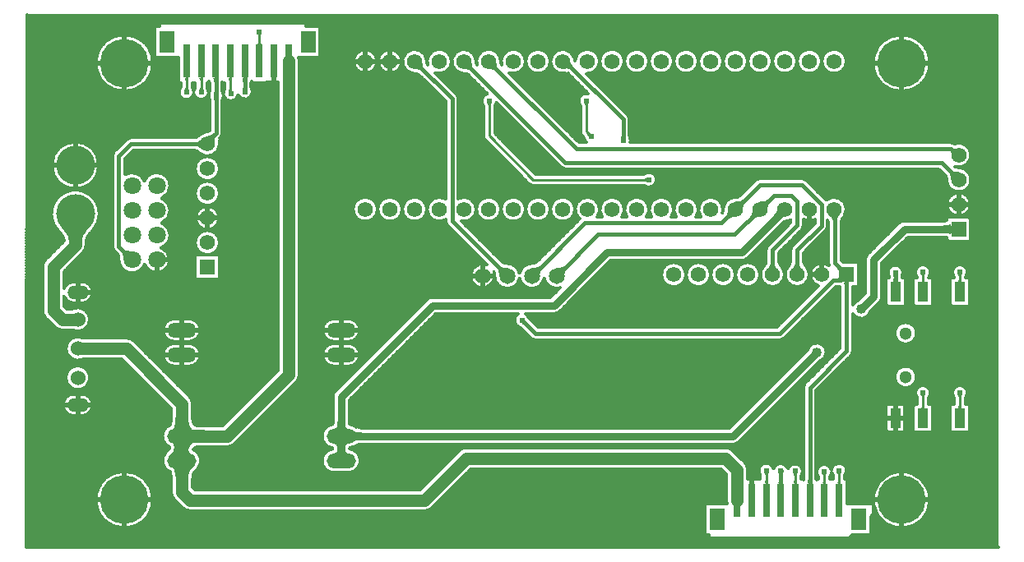
<source format=gtl>
G04*
G04 #@! TF.GenerationSoftware,Altium Limited,Altium Designer,20.0.13 (296)*
G04*
G04 Layer_Physical_Order=1*
G04 Layer_Color=255*
%FSLAX25Y25*%
%MOIN*%
G70*
G01*
G75*
%ADD10C,0.01000*%
%ADD14R,0.02756X0.13780*%
%ADD15R,0.05906X0.09055*%
%ADD16R,0.04331X0.07874*%
%ADD33C,0.01300*%
%ADD34C,0.02000*%
%ADD35C,0.05000*%
%ADD36C,0.01500*%
%ADD37C,0.03000*%
%ADD38C,0.07087*%
%ADD39C,0.06200*%
%ADD40C,0.06000*%
%ADD41O,0.08661X0.05512*%
%ADD42R,0.06200X0.06200*%
%ADD43R,0.06200X0.06200*%
%ADD44C,0.06496*%
%ADD45O,0.11811X0.06000*%
%ADD46C,0.05118*%
%ADD47C,0.15748*%
%ADD48C,0.19685*%
%ADD49C,0.02362*%
%ADD50C,0.02400*%
%ADD51C,0.04000*%
G36*
X76581Y167431D02*
X76403Y167231D01*
X76253Y167015D01*
X76129Y166781D01*
X76033Y166531D01*
X75964Y166263D01*
X75922Y165979D01*
X75907Y165678D01*
X75920Y165360D01*
X75959Y165026D01*
X76026Y164674D01*
X72387Y167039D01*
X72795Y167127D01*
X73862Y167438D01*
X74165Y167556D01*
X74442Y167682D01*
X74693Y167815D01*
X74917Y167956D01*
X75116Y168104D01*
X75288Y168259D01*
X76581Y167431D01*
D02*
G37*
G36*
X70786Y161830D02*
X70509Y162100D01*
X69963Y162554D01*
X69693Y162739D01*
X69427Y162895D01*
X69163Y163023D01*
X68901Y163122D01*
X68642Y163193D01*
X68386Y163236D01*
X68132Y163250D01*
Y164750D01*
X68386Y164764D01*
X68642Y164807D01*
X68901Y164878D01*
X69163Y164977D01*
X69427Y165105D01*
X69693Y165261D01*
X69963Y165446D01*
X70235Y165659D01*
X70509Y165900D01*
X70786Y166170D01*
Y161830D01*
D02*
G37*
G36*
X24440Y129439D02*
X23928Y128829D01*
X23476Y128205D01*
X23085Y127568D01*
X22754Y126918D01*
X22483Y126255D01*
X22272Y125578D01*
X22121Y124888D01*
X22031Y124185D01*
X22001Y123468D01*
X17001D01*
X16971Y124185D01*
X16880Y124888D01*
X16730Y125578D01*
X16519Y126255D01*
X16248Y126918D01*
X15916Y127568D01*
X15525Y128205D01*
X15073Y128829D01*
X14561Y129439D01*
X13989Y130036D01*
X25012D01*
X24440Y129439D01*
D02*
G37*
G36*
X39286Y121300D02*
X39522Y121136D01*
X39788Y120993D01*
X40083Y120870D01*
X40407Y120766D01*
X40760Y120682D01*
X41142Y120617D01*
X41554Y120573D01*
X42465Y120543D01*
X38957Y117035D01*
X38952Y117505D01*
X38882Y118358D01*
X38818Y118740D01*
X38734Y119093D01*
X38630Y119417D01*
X38507Y119712D01*
X38364Y119978D01*
X38201Y120214D01*
X38018Y120422D01*
X39078Y121482D01*
X39286Y121300D01*
D02*
G37*
G36*
X65156Y52739D02*
X65228Y52015D01*
X65347Y51330D01*
X65515Y50684D01*
X65731Y50076D01*
X65995Y49508D01*
X66306Y48978D01*
X66666Y48488D01*
X66960Y48161D01*
X66968Y48160D01*
X67305Y48112D01*
X68244Y48035D01*
X71172Y47959D01*
X72123Y47956D01*
X71985Y42956D01*
X66863Y42739D01*
X66634Y42489D01*
X66261Y41991D01*
X65938Y41458D01*
X65665Y40888D01*
X65442Y40282D01*
X65378Y40047D01*
X65443Y39766D01*
X65667Y39124D01*
X65941Y38600D01*
X66265Y38193D01*
X66639Y37903D01*
X67063Y37729D01*
X67536Y37673D01*
X65049Y37661D01*
X65044Y37497D01*
X60044D01*
X60041Y37636D01*
X57559Y37623D01*
X58031Y38049D01*
X58454Y38511D01*
X58827Y39009D01*
X59150Y39542D01*
X59423Y40112D01*
X59646Y40718D01*
X59710Y40953D01*
X59645Y41234D01*
X59421Y41876D01*
X59147Y42400D01*
X58823Y42807D01*
X58449Y43097D01*
X58025Y43271D01*
X57552Y43327D01*
X60039Y43339D01*
X60044Y43503D01*
X65044D01*
X65047Y43364D01*
X66554Y43372D01*
Y47635D01*
X57639Y47745D01*
X58113Y47797D01*
X58537Y47966D01*
X58911Y48251D01*
X59234Y48652D01*
X59509Y49169D01*
X59733Y49803D01*
X59908Y50553D01*
X60032Y51420D01*
X60107Y52403D01*
X60132Y53503D01*
X65132D01*
X65156Y52739D01*
D02*
G37*
G36*
X67153Y32958D02*
X66738Y32501D01*
X66372Y32007D01*
X66055Y31475D01*
X65787Y30906D01*
X65567Y30299D01*
X65397Y29655D01*
X65275Y28973D01*
X65201Y28254D01*
X65177Y27498D01*
X60177D01*
X60152Y28602D01*
X60077Y29590D01*
X59953Y30461D01*
X59778Y31215D01*
X59554Y31853D01*
X59280Y32373D01*
X58956Y32778D01*
X58582Y33065D01*
X58158Y33236D01*
X57685Y33290D01*
X67617Y33377D01*
X67153Y32958D01*
D02*
G37*
G36*
X83192Y190750D02*
X83107Y190720D01*
X83032Y190669D01*
X82967Y190598D01*
X82912Y190507D01*
X82867Y190396D01*
X82832Y190264D01*
X82807Y190113D01*
X82792Y189941D01*
X82787Y189748D01*
X81787D01*
X81782Y189941D01*
X81767Y190113D01*
X81742Y190264D01*
X81707Y190396D01*
X81662Y190507D01*
X81607Y190598D01*
X81542Y190669D01*
X81467Y190720D01*
X81382Y190750D01*
X81287Y190760D01*
X83287D01*
X83192Y190750D01*
D02*
G37*
G36*
X71382D02*
X71297Y190720D01*
X71222Y190669D01*
X71157Y190598D01*
X71102Y190507D01*
X71057Y190396D01*
X71022Y190264D01*
X70997Y190113D01*
X70982Y189941D01*
X70977Y189748D01*
X69977D01*
X69972Y189941D01*
X69957Y190113D01*
X69932Y190264D01*
X69897Y190396D01*
X69852Y190507D01*
X69797Y190598D01*
X69732Y190669D01*
X69657Y190720D01*
X69572Y190750D01*
X69477Y190760D01*
X71477D01*
X71382Y190750D01*
D02*
G37*
G36*
X65476D02*
X65391Y190720D01*
X65316Y190669D01*
X65251Y190598D01*
X65196Y190507D01*
X65151Y190396D01*
X65116Y190264D01*
X65091Y190113D01*
X65076Y189941D01*
X65071Y189748D01*
X64071D01*
X64066Y189941D01*
X64051Y190113D01*
X64026Y190264D01*
X63991Y190396D01*
X63946Y190507D01*
X63891Y190598D01*
X63826Y190669D01*
X63751Y190720D01*
X63666Y190750D01*
X63571Y190760D01*
X65571D01*
X65476Y190750D01*
D02*
G37*
G36*
X77653Y190733D02*
X77569Y190688D01*
X77494Y190613D01*
X77429Y190508D01*
X77374Y190373D01*
X77330Y190208D01*
X77295Y190013D01*
X77270Y189788D01*
X77250Y189248D01*
X75750D01*
X75743Y189533D01*
X75721Y189788D01*
X75684Y190013D01*
X75633Y190208D01*
X75566Y190373D01*
X75486Y190508D01*
X75390Y190613D01*
X75280Y190688D01*
X75155Y190733D01*
X75016Y190748D01*
X77748D01*
X77653Y190733D01*
D02*
G37*
G36*
X70980Y186700D02*
X70991Y186584D01*
X71008Y186475D01*
X71032Y186371D01*
X71063Y186274D01*
X71101Y186182D01*
X71147Y186096D01*
X71198Y186016D01*
X71257Y185941D01*
X71323Y185873D01*
X69643Y185840D01*
X69707Y185911D01*
X69763Y185987D01*
X69813Y186069D01*
X69857Y186157D01*
X69893Y186250D01*
X69923Y186349D01*
X69947Y186453D01*
X69963Y186563D01*
X69973Y186679D01*
X69977Y186800D01*
X70977Y186821D01*
X70980Y186700D01*
D02*
G37*
G36*
X65071Y186775D02*
X65074Y186654D01*
X65084Y186539D01*
X65100Y186428D01*
X65122Y186323D01*
X65151Y186224D01*
X65186Y186129D01*
X65227Y186040D01*
X65275Y185957D01*
X65329Y185879D01*
X65389Y185806D01*
X63712Y185905D01*
X63780Y185971D01*
X63841Y186043D01*
X63895Y186121D01*
X63942Y186205D01*
X63981Y186295D01*
X64014Y186392D01*
X64039Y186495D01*
X64057Y186604D01*
X64068Y186719D01*
X64071Y186841D01*
X65071Y186775D01*
D02*
G37*
G36*
X82791Y186263D02*
X82803Y186148D01*
X82822Y186040D01*
X82849Y185940D01*
X82884Y185847D01*
X82927Y185762D01*
X82977Y185683D01*
X83035Y185612D01*
X83101Y185549D01*
X83175Y185492D01*
X81521Y185194D01*
X81572Y185272D01*
X81617Y185354D01*
X81657Y185441D01*
X81691Y185533D01*
X81721Y185629D01*
X81745Y185731D01*
X81763Y185837D01*
X81777Y185949D01*
X81787Y186185D01*
X82787Y186385D01*
X82791Y186263D01*
D02*
G37*
G36*
X77251Y185021D02*
X77282Y184527D01*
X77294Y184466D01*
X77308Y184417D01*
X77323Y184381D01*
X77340Y184357D01*
X75660D01*
X75677Y184381D01*
X75692Y184417D01*
X75706Y184466D01*
X75718Y184527D01*
X75727Y184601D01*
X75742Y184786D01*
X75750Y185157D01*
X77250D01*
X77251Y185021D01*
D02*
G37*
G36*
X77323Y182619D02*
X77308Y182583D01*
X77294Y182534D01*
X77282Y182473D01*
X77272Y182399D01*
X77258Y182214D01*
X77250Y181843D01*
X75750D01*
X75749Y181979D01*
X75718Y182473D01*
X75706Y182534D01*
X75692Y182583D01*
X75677Y182619D01*
X75660Y182643D01*
X77340D01*
X77323Y182619D01*
D02*
G37*
G36*
X94848Y208640D02*
X94796Y208561D01*
X94749Y208477D01*
X94709Y208387D01*
X94675Y208292D01*
X94647Y208192D01*
X94626Y208087D01*
X94610Y207976D01*
X94601Y207860D01*
X94598Y207739D01*
X93598Y207649D01*
X93594Y207771D01*
X93583Y207886D01*
X93565Y207995D01*
X93539Y208098D01*
X93506Y208194D01*
X93466Y208283D01*
X93419Y208366D01*
X93364Y208443D01*
X93302Y208513D01*
X93233Y208577D01*
X94907Y208714D01*
X94848Y208640D01*
D02*
G37*
G36*
X94603Y205314D02*
X94618Y205144D01*
X94643Y204994D01*
X94678Y204864D01*
X94723Y204754D01*
X94778Y204664D01*
X94843Y204594D01*
X94918Y204544D01*
X95003Y204514D01*
X95098Y204504D01*
X93098D01*
X93193Y204514D01*
X93278Y204544D01*
X93353Y204594D01*
X93418Y204664D01*
X93473Y204754D01*
X93518Y204864D01*
X93553Y204994D01*
X93578Y205144D01*
X93593Y205314D01*
X93598Y205504D01*
X94598D01*
X94603Y205314D01*
D02*
G37*
G36*
X220123Y197767D02*
X220453Y196698D01*
X220576Y196396D01*
X220839Y195870D01*
X220980Y195647D01*
X221127Y195450D01*
X221280Y195280D01*
X220477Y193963D01*
X220276Y194141D01*
X220059Y194291D01*
X219826Y194414D01*
X219577Y194509D01*
X219311Y194575D01*
X219029Y194614D01*
X218730Y194625D01*
X218416Y194607D01*
X218085Y194562D01*
X217737Y194489D01*
X220025Y198177D01*
X220123Y197767D01*
D02*
G37*
G36*
X190105Y197083D02*
X190170Y196375D01*
X190230Y196054D01*
X190308Y195755D01*
X190404Y195478D01*
X190519Y195223D01*
X190652Y194989D01*
X190803Y194778D01*
X190973Y194588D01*
X189912Y193528D01*
X189722Y193697D01*
X189511Y193848D01*
X189278Y193981D01*
X189023Y194096D01*
X188745Y194192D01*
X188446Y194270D01*
X188126Y194330D01*
X187783Y194372D01*
X187418Y194395D01*
X187031Y194401D01*
X190100Y197469D01*
X190105Y197083D01*
D02*
G37*
G36*
X180105D02*
X180170Y196375D01*
X180230Y196054D01*
X180308Y195755D01*
X180404Y195478D01*
X180519Y195223D01*
X180652Y194989D01*
X180803Y194778D01*
X180973Y194588D01*
X179912Y193528D01*
X179722Y193697D01*
X179511Y193848D01*
X179278Y193981D01*
X179023Y194096D01*
X178745Y194192D01*
X178446Y194270D01*
X178126Y194330D01*
X177783Y194372D01*
X177418Y194395D01*
X177031Y194401D01*
X180100Y197469D01*
X180105Y197083D01*
D02*
G37*
G36*
X160105D02*
X160170Y196375D01*
X160230Y196054D01*
X160308Y195755D01*
X160405Y195478D01*
X160519Y195223D01*
X160652Y194989D01*
X160803Y194778D01*
X160973Y194588D01*
X159912Y193528D01*
X159722Y193697D01*
X159511Y193848D01*
X159278Y193981D01*
X159023Y194096D01*
X158746Y194192D01*
X158446Y194270D01*
X158125Y194330D01*
X157783Y194372D01*
X157418Y194395D01*
X157031Y194401D01*
X160100Y197469D01*
X160105Y197083D01*
D02*
G37*
G36*
X89442Y190733D02*
X89337Y190688D01*
X89245Y190613D01*
X89164Y190508D01*
X89097Y190373D01*
X89041Y190208D01*
X88998Y190013D01*
X88967Y189788D01*
X88949Y189533D01*
X88943Y189248D01*
X87443D01*
X87436Y189533D01*
X87387Y190013D01*
X87344Y190208D01*
X87289Y190373D01*
X87221Y190508D01*
X87141Y190613D01*
X87049Y190688D01*
X86944Y190733D01*
X86827Y190748D01*
X89559D01*
X89442Y190733D01*
D02*
G37*
G36*
X88944Y186713D02*
X88975Y186220D01*
X88987Y186159D01*
X89000Y186110D01*
X89016Y186074D01*
X89033Y186050D01*
X87353D01*
X87370Y186074D01*
X87385Y186110D01*
X87399Y186159D01*
X87410Y186220D01*
X87420Y186294D01*
X87435Y186479D01*
X87443Y186849D01*
X88943D01*
X88944Y186713D01*
D02*
G37*
G36*
X227275Y180573D02*
X227218Y180498D01*
X227167Y180417D01*
X227122Y180330D01*
X227085Y180238D01*
X227054Y180140D01*
X227031Y180036D01*
X227014Y179926D01*
X227003Y179810D01*
X227000Y179689D01*
X226000D01*
X225997Y179810D01*
X225986Y179926D01*
X225969Y180036D01*
X225946Y180140D01*
X225915Y180238D01*
X225878Y180330D01*
X225833Y180417D01*
X225782Y180498D01*
X225725Y180573D01*
X225660Y180643D01*
X227340D01*
X227275Y180573D01*
D02*
G37*
G36*
X187948Y180483D02*
X187890Y180408D01*
X187839Y180327D01*
X187795Y180240D01*
X187757Y180148D01*
X187727Y180050D01*
X187703Y179946D01*
X187686Y179836D01*
X187676Y179720D01*
X187672Y179599D01*
X186672D01*
X186669Y179720D01*
X186659Y179836D01*
X186642Y179946D01*
X186618Y180050D01*
X186587Y180148D01*
X186550Y180240D01*
X186506Y180327D01*
X186455Y180408D01*
X186397Y180483D01*
X186332Y180553D01*
X188012D01*
X187948Y180483D01*
D02*
G37*
G36*
X227661Y168551D02*
X227750Y168476D01*
X227840Y168411D01*
X227930Y168354D01*
X228021Y168306D01*
X228113Y168267D01*
X228206Y168237D01*
X228299Y168216D01*
X228393Y168203D01*
X228488Y168200D01*
X227300Y167012D01*
X227297Y167107D01*
X227284Y167201D01*
X227263Y167294D01*
X227233Y167387D01*
X227194Y167479D01*
X227146Y167570D01*
X227089Y167660D01*
X227024Y167750D01*
X226949Y167839D01*
X226866Y167927D01*
X227573Y168634D01*
X227661Y168551D01*
D02*
G37*
G36*
X218643Y113582D02*
X218469Y113387D01*
X218314Y113167D01*
X218178Y112923D01*
X218060Y112654D01*
X217961Y112362D01*
X217881Y112045D01*
X217819Y111703D01*
X217777Y111337D01*
X217753Y110947D01*
X217748Y110532D01*
X214532Y113748D01*
X214947Y113753D01*
X215703Y113820D01*
X216044Y113881D01*
X216362Y113961D01*
X216654Y114060D01*
X216923Y114178D01*
X217167Y114314D01*
X217387Y114469D01*
X217582Y114643D01*
X218643Y113582D01*
D02*
G37*
G36*
X208643D02*
X208469Y113387D01*
X208314Y113167D01*
X208177Y112923D01*
X208060Y112654D01*
X207961Y112362D01*
X207881Y112045D01*
X207820Y111703D01*
X207777Y111337D01*
X207753Y110947D01*
X207748Y110532D01*
X204533Y113748D01*
X204947Y113753D01*
X205703Y113820D01*
X206045Y113881D01*
X206362Y113961D01*
X206655Y114060D01*
X206923Y114178D01*
X207167Y114314D01*
X207387Y114469D01*
X207582Y114643D01*
X208643Y113582D01*
D02*
G37*
G36*
X191613Y114469D02*
X191833Y114314D01*
X192077Y114178D01*
X192345Y114060D01*
X192638Y113961D01*
X192956Y113881D01*
X193297Y113820D01*
X193663Y113777D01*
X194053Y113753D01*
X194467Y113748D01*
X191252Y110532D01*
X191247Y110947D01*
X191181Y111703D01*
X191119Y112045D01*
X191039Y112362D01*
X190940Y112654D01*
X190823Y112923D01*
X190686Y113167D01*
X190531Y113387D01*
X190357Y113582D01*
X191418Y114643D01*
X191613Y114469D01*
D02*
G37*
G36*
X201705Y92459D02*
X201720Y92422D01*
X201745Y92378D01*
X201780Y92327D01*
X201825Y92268D01*
X201945Y92127D01*
X202202Y91859D01*
X201141Y90798D01*
X201044Y90894D01*
X200673Y91220D01*
X200622Y91255D01*
X200577Y91280D01*
X200541Y91295D01*
X200512Y91300D01*
X201700Y92488D01*
X201705Y92459D01*
D02*
G37*
G36*
X128749Y50927D02*
X128794Y50414D01*
X128869Y49961D01*
X128974Y49568D01*
X129109Y49235D01*
X129274Y48964D01*
X129468Y48752D01*
X129693Y48601D01*
X129948Y48510D01*
X130233Y48480D01*
X124235D01*
X124520Y48510D01*
X124775Y48601D01*
X125000Y48752D01*
X125194Y48964D01*
X125359Y49235D01*
X125494Y49568D01*
X125599Y49961D01*
X125674Y50414D01*
X125719Y50927D01*
X125734Y51502D01*
X128734D01*
X128749Y50927D01*
D02*
G37*
G36*
X132065Y47806D02*
X132353Y47637D01*
X132670Y47487D01*
X133017Y47358D01*
X133394Y47248D01*
X133801Y47158D01*
X134238Y47089D01*
X135200Y47009D01*
X135726Y46999D01*
Y43999D01*
X135200Y43989D01*
X134238Y43909D01*
X133801Y43840D01*
X133394Y43750D01*
X133017Y43640D01*
X132670Y43511D01*
X132353Y43361D01*
X132065Y43192D01*
X131808Y43003D01*
Y47995D01*
X132065Y47806D01*
D02*
G37*
G36*
X129948Y42488D02*
X129693Y42397D01*
X129468Y42246D01*
X129274Y42034D01*
X129109Y41763D01*
X128974Y41430D01*
X128869Y41037D01*
X128794Y40584D01*
X128787Y40499D01*
X128794Y40415D01*
X128869Y39962D01*
X128974Y39569D01*
X129109Y39237D01*
X129274Y38965D01*
X129468Y38753D01*
X129693Y38602D01*
X129948Y38511D01*
X130233Y38481D01*
X124235D01*
X124520Y38511D01*
X124775Y38602D01*
X125000Y38753D01*
X125194Y38965D01*
X125359Y39237D01*
X125494Y39569D01*
X125599Y39962D01*
X125674Y40415D01*
X125681Y40499D01*
X125674Y40584D01*
X125599Y41037D01*
X125494Y41430D01*
X125359Y41763D01*
X125194Y42034D01*
X125000Y42246D01*
X124775Y42397D01*
X124520Y42488D01*
X124235Y42518D01*
X130233D01*
X129948Y42488D01*
D02*
G37*
G36*
X242251Y167021D02*
X242282Y166527D01*
X242294Y166466D01*
X242308Y166417D01*
X242323Y166381D01*
X242340Y166357D01*
X240660D01*
X240677Y166381D01*
X240692Y166417D01*
X240706Y166466D01*
X240718Y166527D01*
X240727Y166601D01*
X240742Y166786D01*
X240750Y167157D01*
X242250D01*
X242251Y167021D01*
D02*
G37*
G36*
X374930Y162408D02*
X375053Y162303D01*
X375170Y162217D01*
X375281Y162148D01*
X375387Y162097D01*
X375487Y162065D01*
X375581Y162049D01*
X375670Y162052D01*
X375753Y162073D01*
X375830Y162112D01*
X374485Y160222D01*
X374495Y160308D01*
X374487Y160402D01*
X374459Y160505D01*
X374413Y160617D01*
X374348Y160737D01*
X374264Y160866D01*
X374161Y161004D01*
X373900Y161306D01*
X373741Y161470D01*
X374802Y162530D01*
X374930Y162408D01*
D02*
G37*
G36*
X374778Y153303D02*
X374989Y153152D01*
X375222Y153019D01*
X375478Y152904D01*
X375755Y152808D01*
X376054Y152730D01*
X376375Y152670D01*
X376717Y152628D01*
X377082Y152605D01*
X377469Y152600D01*
X374400Y149531D01*
X374395Y149918D01*
X374330Y150625D01*
X374270Y150946D01*
X374192Y151245D01*
X374096Y151523D01*
X373981Y151778D01*
X373848Y152011D01*
X373697Y152222D01*
X373528Y152412D01*
X374588Y153472D01*
X374778Y153303D01*
D02*
G37*
G36*
X251143Y148660D02*
X251074Y148725D01*
X250998Y148782D01*
X250917Y148833D01*
X250830Y148878D01*
X250738Y148915D01*
X250640Y148946D01*
X250536Y148969D01*
X250426Y148986D01*
X250310Y148997D01*
X250189Y149000D01*
Y150000D01*
X250310Y150003D01*
X250426Y150014D01*
X250536Y150031D01*
X250640Y150054D01*
X250738Y150085D01*
X250830Y150122D01*
X250917Y150167D01*
X250998Y150218D01*
X251074Y150275D01*
X251143Y150340D01*
Y148660D01*
D02*
G37*
G36*
X300973Y140412D02*
X300803Y140222D01*
X300652Y140011D01*
X300519Y139778D01*
X300404Y139523D01*
X300308Y139245D01*
X300230Y138946D01*
X300170Y138625D01*
X300128Y138283D01*
X300105Y137918D01*
X300100Y137531D01*
X297031Y140600D01*
X297418Y140605D01*
X298125Y140670D01*
X298446Y140730D01*
X298745Y140808D01*
X299023Y140904D01*
X299278Y141019D01*
X299511Y141152D01*
X299722Y141303D01*
X299912Y141472D01*
X300973Y140412D01*
D02*
G37*
G36*
X290972D02*
X290803Y140222D01*
X290652Y140011D01*
X290519Y139778D01*
X290404Y139523D01*
X290308Y139245D01*
X290230Y138946D01*
X290170Y138625D01*
X290128Y138283D01*
X290105Y137918D01*
X290100Y137531D01*
X287031Y140600D01*
X287418Y140605D01*
X288125Y140670D01*
X288446Y140730D01*
X288745Y140808D01*
X289022Y140904D01*
X289278Y141019D01*
X289511Y141152D01*
X289722Y141303D01*
X289912Y141472D01*
X290972Y140412D01*
D02*
G37*
G36*
X296969Y134400D02*
X296582Y134395D01*
X295875Y134330D01*
X295554Y134270D01*
X295255Y134192D01*
X294977Y134096D01*
X294722Y133981D01*
X294489Y133848D01*
X294278Y133697D01*
X294088Y133528D01*
X293027Y134588D01*
X293197Y134778D01*
X293348Y134989D01*
X293481Y135222D01*
X293596Y135477D01*
X293692Y135755D01*
X293770Y136054D01*
X293830Y136375D01*
X293872Y136717D01*
X293895Y137082D01*
X293900Y137469D01*
X296969Y134400D01*
D02*
G37*
G36*
X286969D02*
X286582Y134395D01*
X285875Y134330D01*
X285554Y134270D01*
X285255Y134192D01*
X284978Y134096D01*
X284722Y133981D01*
X284489Y133848D01*
X284278Y133697D01*
X284088Y133528D01*
X283028Y134588D01*
X283197Y134778D01*
X283348Y134989D01*
X283481Y135222D01*
X283596Y135477D01*
X283692Y135755D01*
X283770Y136054D01*
X283830Y136375D01*
X283872Y136717D01*
X283895Y137082D01*
X283900Y137469D01*
X286969Y134400D01*
D02*
G37*
G36*
X306969D02*
X306779Y134390D01*
X306583Y134355D01*
X306382Y134297D01*
X306176Y134214D01*
X305964Y134106D01*
X305748Y133975D01*
X305525Y133819D01*
X305298Y133639D01*
X304827Y133206D01*
X302706Y135327D01*
X302934Y135565D01*
X303319Y136026D01*
X303475Y136248D01*
X303606Y136465D01*
X303714Y136676D01*
X303797Y136882D01*
X303855Y137083D01*
X303890Y137279D01*
X303900Y137469D01*
X306969Y134400D01*
D02*
G37*
G36*
X329158Y135228D02*
X328740Y134618D01*
X328570Y134325D01*
X328427Y134041D01*
X328309Y133764D01*
X328218Y133496D01*
X328152Y133237D01*
X328113Y132985D01*
X328100Y132742D01*
X326600Y132566D01*
X326585Y132827D01*
X326540Y133086D01*
X326464Y133342D01*
X326359Y133595D01*
X326223Y133846D01*
X326058Y134093D01*
X325862Y134338D01*
X325636Y134580D01*
X325380Y134819D01*
X325094Y135055D01*
X329406Y135545D01*
X329158Y135228D01*
D02*
G37*
G36*
X374424Y126500D02*
X374394Y126785D01*
X374304Y127040D01*
X374153Y127265D01*
X373942Y127460D01*
X373671Y127625D01*
X373340Y127760D01*
X372948Y127865D01*
X372496Y127940D01*
X371984Y127985D01*
X371412Y128000D01*
Y131000D01*
X371984Y131015D01*
X372496Y131060D01*
X372948Y131135D01*
X373340Y131240D01*
X373671Y131375D01*
X373942Y131540D01*
X374153Y131735D01*
X374304Y131960D01*
X374394Y132215D01*
X374424Y132500D01*
Y126500D01*
D02*
G37*
G36*
X312764Y115614D02*
X312807Y115358D01*
X312878Y115099D01*
X312977Y114837D01*
X313105Y114573D01*
X313261Y114307D01*
X313446Y114037D01*
X313659Y113765D01*
X313900Y113491D01*
X314170Y113214D01*
X309830D01*
X310100Y113491D01*
X310554Y114037D01*
X310739Y114307D01*
X310895Y114573D01*
X311023Y114837D01*
X311122Y115099D01*
X311193Y115358D01*
X311236Y115614D01*
X311250Y115868D01*
X312750D01*
X312764Y115614D01*
D02*
G37*
G36*
X302764D02*
X302807Y115358D01*
X302878Y115099D01*
X302977Y114837D01*
X303105Y114573D01*
X303261Y114307D01*
X303446Y114037D01*
X303659Y113765D01*
X303900Y113491D01*
X304170Y113214D01*
X299830D01*
X300100Y113491D01*
X300554Y114037D01*
X300739Y114307D01*
X300895Y114573D01*
X301023Y114837D01*
X301122Y115099D01*
X301193Y115358D01*
X301236Y115614D01*
X301250Y115868D01*
X302750D01*
X302764Y115614D01*
D02*
G37*
G36*
X329221Y114850D02*
X329774Y114381D01*
X330018Y114210D01*
X330241Y114082D01*
X330442Y113996D01*
X330622Y113952D01*
X330781Y113951D01*
X330918Y113992D01*
X331033Y114076D01*
X328924Y111967D01*
X329008Y112082D01*
X329049Y112219D01*
X329048Y112378D01*
X329004Y112558D01*
X328918Y112759D01*
X328789Y112982D01*
X328619Y113226D01*
X328405Y113492D01*
X327851Y114088D01*
X328912Y115149D01*
X329221Y114850D01*
D02*
G37*
G36*
X352689Y110985D02*
X352674Y110949D01*
X352660Y110900D01*
X352648Y110839D01*
X352639Y110765D01*
X352624Y110580D01*
X352616Y110209D01*
X351116D01*
X351115Y110345D01*
X351084Y110839D01*
X351072Y110900D01*
X351059Y110949D01*
X351043Y110985D01*
X351026Y111009D01*
X352706D01*
X352689Y110985D01*
D02*
G37*
G36*
X363840Y111132D02*
X363787Y111054D01*
X363740Y110969D01*
X363699Y110880D01*
X363665Y110785D01*
X363637Y110686D01*
X363615Y110580D01*
X363599Y110470D01*
X363590Y110354D01*
X363587Y110233D01*
X362587Y110153D01*
X362583Y110275D01*
X362572Y110390D01*
X362554Y110499D01*
X362529Y110602D01*
X362496Y110698D01*
X362456Y110788D01*
X362409Y110872D01*
X362355Y110949D01*
X362293Y111020D01*
X362224Y111085D01*
X363900Y111206D01*
X363840Y111132D01*
D02*
G37*
G36*
X378727Y111045D02*
X378655Y110984D01*
X378591Y110917D01*
X378535Y110843D01*
X378486Y110762D01*
X378444Y110674D01*
X378411Y110579D01*
X378384Y110477D01*
X378365Y110369D01*
X378354Y110254D01*
X378350Y110132D01*
X377350Y110271D01*
X377347Y110392D01*
X377324Y110619D01*
X377304Y110724D01*
X377278Y110825D01*
X377246Y110921D01*
X377208Y111012D01*
X377164Y111098D01*
X377115Y111179D01*
X377060Y111254D01*
X378727Y111045D01*
D02*
G37*
G36*
X328912Y107912D02*
X327412Y107900D01*
Y109400D01*
X327699Y109407D01*
X327955Y109430D01*
X328181Y109467D01*
X328378Y109520D01*
X328544Y109588D01*
X328680Y109670D01*
X328786Y109767D01*
X328862Y109880D01*
X328908Y110008D01*
X328924Y110150D01*
X328912Y107912D01*
D02*
G37*
G36*
X378355Y108681D02*
X378370Y108510D01*
X378395Y108358D01*
X378430Y108226D01*
X378475Y108115D01*
X378530Y108024D01*
X378595Y107953D01*
X378670Y107902D01*
X378755Y107872D01*
X378850Y107862D01*
X376850D01*
X376945Y107872D01*
X377030Y107902D01*
X377105Y107953D01*
X377170Y108024D01*
X377225Y108115D01*
X377270Y108226D01*
X377305Y108358D01*
X377330Y108510D01*
X377345Y108681D01*
X377350Y108874D01*
X378350D01*
X378355Y108681D01*
D02*
G37*
G36*
X363592D02*
X363607Y108510D01*
X363632Y108358D01*
X363667Y108226D01*
X363712Y108115D01*
X363767Y108024D01*
X363832Y107953D01*
X363907Y107902D01*
X363992Y107872D01*
X364087Y107862D01*
X362087D01*
X362182Y107872D01*
X362267Y107902D01*
X362342Y107953D01*
X362407Y108024D01*
X362462Y108115D01*
X362507Y108226D01*
X362542Y108358D01*
X362567Y108510D01*
X362582Y108681D01*
X362587Y108874D01*
X363587D01*
X363592Y108681D01*
D02*
G37*
G36*
X352624Y109087D02*
X352646Y108829D01*
X352684Y108603D01*
X352736Y108406D01*
X352804Y108240D01*
X352886Y108104D01*
X352984Y107998D01*
X353096Y107922D01*
X353224Y107877D01*
X353366Y107862D01*
X350366D01*
X350509Y107877D01*
X350636Y107922D01*
X350749Y107998D01*
X350846Y108104D01*
X350929Y108240D01*
X350996Y108406D01*
X351049Y108603D01*
X351086Y108829D01*
X351109Y109087D01*
X351116Y109374D01*
X352616D01*
X352624Y109087D01*
D02*
G37*
G36*
X333358Y107897D02*
X333230Y107852D01*
X333118Y107777D01*
X333020Y107672D01*
X332938Y107537D01*
X332870Y107372D01*
X332818Y107177D01*
X332780Y106952D01*
X332757Y106697D01*
X332750Y106412D01*
X331250D01*
X331242Y106697D01*
X331220Y106952D01*
X331183Y107177D01*
X331130Y107372D01*
X331063Y107537D01*
X330980Y107672D01*
X330883Y107777D01*
X330770Y107852D01*
X330643Y107897D01*
X330500Y107912D01*
X333500D01*
X333358Y107897D01*
D02*
G37*
G36*
X363840Y62132D02*
X363787Y62054D01*
X363740Y61969D01*
X363699Y61880D01*
X363665Y61785D01*
X363637Y61686D01*
X363615Y61580D01*
X363599Y61470D01*
X363590Y61354D01*
X363587Y61233D01*
X362587Y61153D01*
X362583Y61275D01*
X362572Y61390D01*
X362554Y61499D01*
X362529Y61602D01*
X362496Y61698D01*
X362456Y61788D01*
X362409Y61872D01*
X362355Y61949D01*
X362293Y62020D01*
X362224Y62085D01*
X363900Y62206D01*
X363840Y62132D01*
D02*
G37*
G36*
X378727Y62045D02*
X378655Y61984D01*
X378591Y61917D01*
X378535Y61843D01*
X378486Y61762D01*
X378444Y61674D01*
X378411Y61579D01*
X378384Y61478D01*
X378365Y61369D01*
X378354Y61254D01*
X378350Y61132D01*
X377350Y61271D01*
X377347Y61392D01*
X377324Y61619D01*
X377304Y61725D01*
X377278Y61825D01*
X377246Y61921D01*
X377208Y62012D01*
X377164Y62098D01*
X377115Y62179D01*
X377060Y62254D01*
X378727Y62045D01*
D02*
G37*
G36*
X378355Y57500D02*
X378370Y57328D01*
X378395Y57177D01*
X378430Y57045D01*
X378475Y56934D01*
X378530Y56843D01*
X378595Y56772D01*
X378670Y56721D01*
X378755Y56691D01*
X378850Y56681D01*
X376850D01*
X376945Y56691D01*
X377030Y56721D01*
X377105Y56772D01*
X377170Y56843D01*
X377225Y56934D01*
X377270Y57045D01*
X377305Y57177D01*
X377330Y57328D01*
X377345Y57500D01*
X377350Y57693D01*
X378350D01*
X378355Y57500D01*
D02*
G37*
G36*
X363592D02*
X363607Y57328D01*
X363632Y57177D01*
X363667Y57045D01*
X363712Y56934D01*
X363767Y56843D01*
X363832Y56772D01*
X363907Y56721D01*
X363992Y56691D01*
X364087Y56681D01*
X362087D01*
X362182Y56691D01*
X362267Y56721D01*
X362342Y56772D01*
X362407Y56843D01*
X362462Y56934D01*
X362507Y57045D01*
X362542Y57177D01*
X362567Y57328D01*
X362582Y57500D01*
X362587Y57693D01*
X363587D01*
X363592Y57500D01*
D02*
G37*
G36*
X306201Y30498D02*
X306186Y30461D01*
X306173Y30413D01*
X306161Y30351D01*
X306151Y30277D01*
X306137Y30093D01*
X306129Y29722D01*
X304628D01*
X304628Y29858D01*
X304596Y30351D01*
X304584Y30413D01*
X304571Y30461D01*
X304556Y30498D01*
X304538Y30522D01*
X306219D01*
X306201Y30498D01*
D02*
G37*
G36*
X329775Y30573D02*
X329718Y30498D01*
X329667Y30417D01*
X329622Y30330D01*
X329585Y30238D01*
X329554Y30140D01*
X329531Y30036D01*
X329514Y29926D01*
X329503Y29810D01*
X329500Y29689D01*
X328500D01*
X328497Y29810D01*
X328486Y29926D01*
X328469Y30036D01*
X328446Y30140D01*
X328415Y30238D01*
X328378Y30330D01*
X328333Y30417D01*
X328282Y30498D01*
X328225Y30573D01*
X328160Y30643D01*
X329840D01*
X329775Y30573D01*
D02*
G37*
G36*
X300321Y30625D02*
X300255Y30557D01*
X300196Y30483D01*
X300144Y30403D01*
X300098Y30317D01*
X300060Y30225D01*
X300029Y30127D01*
X300005Y30024D01*
X299987Y29914D01*
X299977Y29799D01*
X299974Y29677D01*
X298973Y29702D01*
X298970Y29823D01*
X298960Y29938D01*
X298944Y30048D01*
X298920Y30153D01*
X298890Y30252D01*
X298854Y30345D01*
X298811Y30432D01*
X298761Y30514D01*
X298704Y30591D01*
X298641Y30662D01*
X300321Y30625D01*
D02*
G37*
G36*
X312039Y30389D02*
X311986Y30310D01*
X311939Y30226D01*
X311898Y30137D01*
X311863Y30043D01*
X311835Y29943D01*
X311812Y29838D01*
X311797Y29728D01*
X311787Y29612D01*
X311784Y29491D01*
X310784Y29418D01*
X310780Y29539D01*
X310770Y29655D01*
X310752Y29764D01*
X310726Y29866D01*
X310694Y29963D01*
X310654Y30053D01*
X310607Y30137D01*
X310553Y30215D01*
X310492Y30286D01*
X310423Y30351D01*
X312099Y30462D01*
X312039Y30389D01*
D02*
G37*
G36*
X323811Y30105D02*
X323756Y30028D01*
X323707Y29945D01*
X323665Y29857D01*
X323629Y29763D01*
X323599Y29664D01*
X323577Y29559D01*
X323560Y29449D01*
X323551Y29333D01*
X323547Y29212D01*
X322547Y29169D01*
X322544Y29290D01*
X322533Y29406D01*
X322516Y29515D01*
X322491Y29618D01*
X322459Y29715D01*
X322420Y29807D01*
X322374Y29892D01*
X322321Y29971D01*
X322261Y30044D01*
X322194Y30111D01*
X323873Y30177D01*
X323811Y30105D01*
D02*
G37*
G36*
X317946Y27593D02*
X317995Y27113D01*
X318038Y26918D01*
X318093Y26753D01*
X318161Y26618D01*
X318241Y26513D01*
X318334Y26438D01*
X318438Y26393D01*
X318555Y26378D01*
X315824D01*
X315941Y26393D01*
X316045Y26438D01*
X316138Y26513D01*
X316218Y26618D01*
X316285Y26753D01*
X316341Y26918D01*
X316384Y27113D01*
X316415Y27338D01*
X316433Y27593D01*
X316440Y27878D01*
X317939D01*
X317946Y27593D01*
D02*
G37*
G36*
X306135D02*
X306184Y27113D01*
X306227Y26918D01*
X306282Y26753D01*
X306350Y26618D01*
X306430Y26513D01*
X306523Y26438D01*
X306627Y26393D01*
X306745Y26378D01*
X304013D01*
X304130Y26393D01*
X304234Y26438D01*
X304327Y26513D01*
X304407Y26618D01*
X304474Y26753D01*
X304530Y26918D01*
X304573Y27113D01*
X304604Y27338D01*
X304622Y27593D01*
X304628Y27878D01*
X306129D01*
X306135Y27593D01*
D02*
G37*
G36*
X329505Y27185D02*
X329520Y27013D01*
X329545Y26862D01*
X329580Y26730D01*
X329625Y26619D01*
X329680Y26528D01*
X329745Y26457D01*
X329820Y26406D01*
X329905Y26376D01*
X330000Y26366D01*
X328000D01*
X328095Y26376D01*
X328180Y26406D01*
X328255Y26457D01*
X328320Y26528D01*
X328375Y26619D01*
X328420Y26730D01*
X328455Y26862D01*
X328480Y27013D01*
X328495Y27185D01*
X328500Y27378D01*
X329500D01*
X329505Y27185D01*
D02*
G37*
G36*
X323552D02*
X323567Y27013D01*
X323592Y26862D01*
X323627Y26730D01*
X323672Y26619D01*
X323727Y26528D01*
X323792Y26457D01*
X323867Y26406D01*
X323952Y26376D01*
X324047Y26366D01*
X322047D01*
X322142Y26376D01*
X322227Y26406D01*
X322302Y26457D01*
X322367Y26528D01*
X322422Y26619D01*
X322467Y26730D01*
X322502Y26862D01*
X322527Y27013D01*
X322542Y27185D01*
X322547Y27378D01*
X323547D01*
X323552Y27185D01*
D02*
G37*
G36*
X311789D02*
X311804Y27013D01*
X311829Y26862D01*
X311864Y26730D01*
X311909Y26619D01*
X311964Y26528D01*
X312029Y26457D01*
X312104Y26406D01*
X312189Y26376D01*
X312284Y26366D01*
X310284D01*
X310379Y26376D01*
X310464Y26406D01*
X310539Y26457D01*
X310604Y26528D01*
X310659Y26619D01*
X310704Y26730D01*
X310739Y26862D01*
X310764Y27013D01*
X310779Y27185D01*
X310784Y27378D01*
X311784D01*
X311789Y27185D01*
D02*
G37*
G36*
X299978D02*
X299993Y27013D01*
X300019Y26862D01*
X300054Y26730D01*
X300098Y26619D01*
X300153Y26528D01*
X300219Y26457D01*
X300293Y26406D01*
X300378Y26376D01*
X300473Y26366D01*
X298474D01*
X298569Y26376D01*
X298654Y26406D01*
X298728Y26457D01*
X298794Y26528D01*
X298849Y26619D01*
X298893Y26730D01*
X298928Y26862D01*
X298954Y27013D01*
X298969Y27185D01*
X298973Y27378D01*
X299974D01*
X299978Y27185D01*
D02*
G37*
D10*
X205000Y149500D02*
X252000D01*
X187172Y167328D02*
Y181410D01*
Y167328D02*
X205000Y149500D01*
X226500Y169000D02*
X228500Y167000D01*
X226500Y169000D02*
Y181500D01*
X377850Y62850D02*
X378000Y63000D01*
X377850Y52768D02*
Y62850D01*
X363000Y63000D02*
X363087Y62913D01*
Y52768D02*
Y62913D01*
X377850Y111850D02*
X378000Y112000D01*
X377850Y103949D02*
Y111850D01*
X363000Y112000D02*
X363087Y111913D01*
Y103949D02*
Y111913D01*
X323000Y31000D02*
X323047Y30953D01*
Y19547D02*
X323095Y19500D01*
X323047Y19547D02*
Y30953D01*
X82287Y184713D02*
Y197626D01*
Y184713D02*
X82500Y184500D01*
X94098Y197626D02*
Y209402D01*
X94000Y209500D02*
X94098Y209402D01*
X64571Y185071D02*
Y197626D01*
X64500Y185000D02*
X64571Y185071D01*
X70477Y185023D02*
Y197626D01*
Y185023D02*
X70500Y185000D01*
X329000Y19500D02*
Y31500D01*
X311284Y19500D02*
Y31182D01*
X311205Y31262D02*
X311284Y31182D01*
X299474Y19500D02*
Y31473D01*
X299500Y31500D01*
D14*
X76382Y197626D02*
D03*
X70477D02*
D03*
X64571D02*
D03*
X82287D02*
D03*
X88193D02*
D03*
X94098D02*
D03*
X100003D02*
D03*
X105909D02*
D03*
X317190Y19500D02*
D03*
X323095D02*
D03*
X329000D02*
D03*
X311284D02*
D03*
X305379D02*
D03*
X299474D02*
D03*
X293568D02*
D03*
X287663D02*
D03*
D15*
X56500Y205500D02*
D03*
X113980D02*
D03*
X337071Y11626D02*
D03*
X279592D02*
D03*
D16*
X351866Y52768D02*
D03*
X363087D02*
D03*
X377850D02*
D03*
Y103949D02*
D03*
X363087D02*
D03*
X351866D02*
D03*
D33*
X365823Y196850D02*
G03*
X365823Y196850I-11492J0D01*
G01*
X375925Y154807D02*
G03*
X382450Y159500I1575J4693D01*
G01*
D02*
G03*
X375758Y164133I-4950J0D01*
G01*
D02*
G03*
X374271Y164600I-1486J-2133D01*
G01*
X375758Y164133D02*
G03*
X374271Y164600I-1486J-2133D01*
G01*
X382450Y149500D02*
G03*
X377678Y154447I-4950J0D01*
G01*
X331950Y197500D02*
G03*
X331950Y197500I-4950J0D01*
G01*
X321950D02*
G03*
X321950Y197500I-4950J0D01*
G01*
X311950D02*
G03*
X311950Y197500I-4950J0D01*
G01*
X372553Y149322D02*
G03*
X382450Y149500I4947J178D01*
G01*
X382250Y139500D02*
G03*
X382250Y139500I-4750J0D01*
G01*
X355500Y132850D02*
G03*
X353131Y131869I0J-3350D01*
G01*
X355500Y132850D02*
G03*
X353131Y131869I0J-3350D01*
G01*
X380217Y109905D02*
G03*
X381050Y112000I-2217J2095D01*
G01*
D02*
G03*
X375452Y110324I-3050J0D01*
G01*
X340631Y119369D02*
G03*
X339650Y117000I2369J-2369D01*
G01*
X340631Y119369D02*
G03*
X339650Y117000I2369J-2369D01*
G01*
X365473Y110215D02*
G03*
X366050Y112000I-2473J1785D01*
G01*
D02*
G03*
X360712Y109983I-3050J0D01*
G01*
X354506Y110338D02*
G03*
X354916Y111866I-2640J1528D01*
G01*
D02*
G03*
X349225Y110340I-3050J0D01*
G01*
X331950Y137500D02*
G03*
X323776Y141256I-4950J0D01*
G01*
X330978Y134555D02*
G03*
X331950Y137500I-3979J2945D01*
G01*
X315697Y149338D02*
G03*
X313859Y150100I-1839J-1839D01*
G01*
X315697Y149338D02*
G03*
X313859Y150100I-1839J-1839D01*
G01*
X314584Y133410D02*
G03*
X319250Y133317I2416J4090D01*
G01*
X307220Y132555D02*
G03*
X309384Y133162I-220J4945D01*
G01*
X323689Y128977D02*
G03*
X324450Y130815I-1839J1839D01*
G01*
X323689Y128977D02*
G03*
X324450Y130815I-1839J1839D01*
G01*
X313823Y129111D02*
G03*
X314584Y130950I-1839J1839D01*
G01*
X313823Y129111D02*
G03*
X314584Y130950I-1839J1839D01*
G01*
X324750Y115650D02*
G03*
X324909Y114755I2600J0D01*
G01*
X324750Y115650D02*
G03*
X324909Y114755I2600J0D01*
G01*
X310161Y122804D02*
G03*
X309400Y120965I1839J-1839D01*
G01*
X310161Y122804D02*
G03*
X309400Y120965I1839J-1839D01*
G01*
X316950Y111000D02*
G03*
X315624Y114372I-4950J0D01*
G01*
X306950Y111000D02*
G03*
X305624Y114372I-4950J0D01*
G01*
X301950Y197500D02*
G03*
X301950Y197500I-4950J0D01*
G01*
X291950D02*
G03*
X291950Y197500I-4950J0D01*
G01*
X281950D02*
G03*
X281950Y197500I-4950J0D01*
G01*
X271950D02*
G03*
X271950Y197500I-4950J0D01*
G01*
X261950D02*
G03*
X261950Y197500I-4950J0D01*
G01*
X251950D02*
G03*
X251950Y197500I-4950J0D01*
G01*
X244550Y165500D02*
G03*
X244141Y167026I-3050J0D01*
G01*
X244414Y164600D02*
G03*
X244550Y165500I-2914J900D01*
G01*
X244100Y174000D02*
G03*
X243338Y175838I-2600J0D01*
G01*
X244100Y174000D02*
G03*
X243338Y175838I-2600J0D01*
G01*
X241950Y197500D02*
G03*
X241950Y197500I-4950J0D01*
G01*
X226611Y192566D02*
G03*
X231950Y197500I389J4935D01*
G01*
D02*
G03*
X222064Y197874I-4950J0D01*
G01*
X221778Y198792D02*
G03*
X217945Y192641I-4778J-1292D01*
G01*
X211950Y197500D02*
G03*
X211950Y197500I-4950J0D01*
G01*
X224150Y169000D02*
G03*
X224840Y167336I2350J0D01*
G01*
X224150Y169000D02*
G03*
X224838Y167338I2350J0D01*
G01*
X225467Y166676D02*
G03*
X226618Y164600I3033J324D01*
G01*
X227413Y184410D02*
G03*
X224126Y179585I-913J-2910D01*
G01*
X216162Y154662D02*
G03*
X218000Y153900I1839J1839D01*
G01*
X216162Y154662D02*
G03*
X218000Y153900I1839J1839D01*
G01*
X297000Y150100D02*
G03*
X295162Y149338I0J-2600D01*
G01*
X297000Y150100D02*
G03*
X295162Y149338I0J-2600D01*
G01*
X286822Y142447D02*
G03*
X282053Y137678I178J-4947D01*
G01*
X281693Y135925D02*
G03*
X281950Y137500I-4693J1575D01*
G01*
D02*
G03*
X273043Y134525I-4950J0D01*
G01*
X270956D02*
G03*
X271950Y137500I-3957J2975D01*
G01*
X260957Y134525D02*
G03*
X261950Y137500I-3957J2975D01*
G01*
D02*
G03*
X253044Y134525I-4950J0D01*
G01*
X300162Y122804D02*
G03*
X299400Y120965I1839J-1839D01*
G01*
X300162Y122804D02*
G03*
X299400Y120965I1839J-1839D01*
G01*
X289500Y116650D02*
G03*
X291869Y117631I0J3350D01*
G01*
X289500Y116650D02*
G03*
X291869Y117631I0J3350D01*
G01*
X271950Y137500D02*
G03*
X263043Y134525I-4950J0D01*
G01*
X250085Y147126D02*
G03*
X255050Y149500I1915J2374D01*
G01*
D02*
G03*
X250085Y151874I-3050J0D01*
G01*
X203337Y147840D02*
G03*
X205000Y147150I1664J1660D01*
G01*
X203338Y147838D02*
G03*
X205000Y147150I1662J1662D01*
G01*
X251950Y137500D02*
G03*
X243043Y134525I-4950J0D01*
G01*
X241950Y137500D02*
G03*
X233044Y134525I-4950J0D01*
G01*
X231950Y137500D02*
G03*
X223936Y133613I-4950J0D01*
G01*
X250957Y134525D02*
G03*
X251950Y137500I-3957J2975D01*
G01*
X240956Y134525D02*
G03*
X241950Y137500I-3957J2975D01*
G01*
X230957Y134525D02*
G03*
X231950Y137500I-3957J2975D01*
G01*
X221950D02*
G03*
X221950Y137500I-4950J0D01*
G01*
X211950D02*
G03*
X211950Y137500I-4950J0D01*
G01*
X345369Y99631D02*
G03*
X346350Y102000I-2369J2369D01*
G01*
X345369Y99631D02*
G03*
X346350Y102000I-2369J2369D01*
G01*
X360409Y87217D02*
G03*
X360409Y87217I-4409J0D01*
G01*
D02*
G03*
X360409Y87217I-4409J0D01*
G01*
Y69500D02*
G03*
X360409Y69500I-4409J0D01*
G01*
D02*
G03*
X360409Y69500I-4409J0D01*
G01*
X336973Y100710D02*
G03*
X334600Y98806I1027J-3711D01*
G01*
Y95194D02*
G03*
X341710Y95973I3400J1806D01*
G01*
X324909Y114755D02*
G03*
X320633Y106451I-2909J-3755D01*
G01*
X308376Y114372D02*
G03*
X316950Y111000I3624J-3372D01*
G01*
X333839Y78162D02*
G03*
X334600Y80000I-1839J1839D01*
G01*
X333839Y78162D02*
G03*
X334600Y80000I-1839J1839D01*
G01*
X323850Y79500D02*
G03*
X316290Y80527I-3850J0D01*
G01*
X321027Y75789D02*
G03*
X323850Y79500I-1027J3711D01*
G01*
X380217Y60905D02*
G03*
X381050Y63000I-2217J2095D01*
G01*
D02*
G03*
X375452Y61324I-3050J0D01*
G01*
X365473Y61215D02*
G03*
X366050Y63000I-2473J1785D01*
G01*
D02*
G03*
X360712Y60983I-3050J0D01*
G01*
X332050Y31500D02*
G03*
X325959Y31738I-3050J0D01*
G01*
X326041Y30762D02*
G03*
X326626Y29585I2959J738D01*
G01*
X331374D02*
G03*
X332050Y31500I-2374J1915D01*
G01*
X325959Y31738D02*
G03*
X320679Y29021I-2959J-738D01*
G01*
X325433Y29160D02*
G03*
X326041Y30762I-2433J1840D01*
G01*
X365823Y19685D02*
G03*
X342962Y18000I-11492J0D01*
G01*
X343000Y17764D02*
G03*
X365823Y19685I11331J1922D01*
G01*
X298376Y114372D02*
G03*
X306950Y111000I3624J-3372D01*
G01*
X304859Y84400D02*
G03*
X306697Y85162I0J2600D01*
G01*
X304859Y84400D02*
G03*
X306697Y85162I0J2600D01*
G01*
X296950Y111000D02*
G03*
X296950Y111000I-4950J0D01*
G01*
X286950D02*
G03*
X286950Y111000I-4950J0D01*
G01*
X276950D02*
G03*
X276950Y111000I-4950J0D01*
G01*
X266950D02*
G03*
X266950Y111000I-4950J0D01*
G01*
X315351Y67028D02*
G03*
X314590Y65189I1839J-1839D01*
G01*
X315351Y67028D02*
G03*
X314590Y65189I1839J-1839D01*
G01*
X209500Y109505D02*
G03*
X215845Y105583I5000J995D01*
G01*
X213500Y95150D02*
G03*
X215869Y96131I0J3350D01*
G01*
X213500Y95150D02*
G03*
X215869Y96131I0J3350D01*
G01*
X203447Y93286D02*
G03*
X202010Y95150I-2947J-786D01*
G01*
X204162Y85162D02*
G03*
X206000Y84400I1839J1839D01*
G01*
X204162Y85162D02*
G03*
X206000Y84400I1839J1839D01*
G01*
X313670Y29466D02*
G03*
X314254Y31262I-2466J1795D01*
G01*
X308310Y32222D02*
G03*
X302456Y32251I-2931J-843D01*
G01*
X314254Y31262D02*
G03*
X308310Y32222I-3050J0D01*
G01*
X302456Y32251D02*
G03*
X297093Y29626I-2956J-751D01*
G01*
X285999Y42149D02*
G03*
X288368Y43130I0J3350D01*
G01*
X285999Y42149D02*
G03*
X288368Y43130I0J3350D01*
G01*
X286081Y39571D02*
G03*
X283000Y40850I-3081J-3071D01*
G01*
X292013Y31837D02*
G03*
X290738Y34914I-4350J0D01*
G01*
X292013Y31837D02*
G03*
X290733Y34919I-4350J0D01*
G01*
X286076Y39576D02*
G03*
X283000Y40850I-3076J-3076D01*
G01*
X283313Y19500D02*
G03*
X283578Y18004I4350J0D01*
G01*
X195341Y192837D02*
G03*
X201950Y197500I1660J4663D01*
G01*
D02*
G03*
X192307Y195926I-4950J0D01*
G01*
X191947Y197678D02*
G03*
X182307Y195926I-4947J-178D01*
G01*
X181947Y197678D02*
G03*
X176822Y192553I-4947J-178D01*
G01*
X186450Y184373D02*
G03*
X184799Y179495I722J-2963D01*
G01*
X171950Y197500D02*
G03*
X162307Y195926I-4950J0D01*
G01*
X161947Y197678D02*
G03*
X156822Y192553I-4947J-178D01*
G01*
X165341Y192837D02*
G03*
X171950Y197500I1660J4663D01*
G01*
X151750D02*
G03*
X151750Y197500I-4750J0D01*
G01*
X174750Y182350D02*
G03*
X173988Y184189I-2600J0D01*
G01*
X174750Y182350D02*
G03*
X173988Y184189I-2600J0D01*
G01*
X141750Y197500D02*
G03*
X141750Y197500I-4750J0D01*
G01*
X110259Y197626D02*
G03*
X110036Y199000I-4350J0D01*
G01*
X189546Y179495D02*
G03*
X190136Y180688I-2374J1915D01*
G01*
X184822Y167328D02*
G03*
X185512Y165664I2350J0D01*
G01*
X184822Y167328D02*
G03*
X185511Y165666I2350J0D01*
G01*
X201950Y137500D02*
G03*
X201950Y137500I-4950J0D01*
G01*
X204325Y115595D02*
G03*
X199500Y111495I175J-5095D01*
G01*
Y109505D02*
G03*
X209500Y109505I5000J995D01*
G01*
X199500Y111495D02*
G03*
X194675Y115595I-5000J-995D01*
G01*
X189405Y110325D02*
G03*
X199500Y109505I5095J175D01*
G01*
X191950Y137500D02*
G03*
X191950Y137500I-4950J0D01*
G01*
X176031Y132646D02*
G03*
X181950Y137500I969J4854D01*
G01*
X189398Y110490D02*
G03*
X189314Y111391I-4898J0D01*
G01*
D02*
G03*
X189134Y112076I-4814J-901D01*
G01*
X186263Y115060D02*
G03*
X189397Y110365I-1763J-4570D01*
G01*
X181950Y137500D02*
G03*
X174750Y141909I-4950J0D01*
G01*
X169550Y141743D02*
G03*
X169550Y133257I-2550J-4243D01*
G01*
X161950Y137500D02*
G03*
X161950Y137500I-4950J0D01*
G01*
X151950D02*
G03*
X151950Y137500I-4950J0D01*
G01*
X141950Y137500D02*
G03*
X141950Y137500I-4950J0D01*
G01*
X169550Y132850D02*
G03*
X170311Y131011I2600J0D01*
G01*
X169550Y132850D02*
G03*
X170311Y131011I2600J0D01*
G01*
X91243Y185193D02*
G03*
X90833Y186719I-3050J0D01*
G01*
X79867Y186040D02*
G03*
X79462Y184226I2633J-1540D01*
G01*
D02*
G03*
X79141Y185026I-2962J-726D01*
G01*
X85472Y183814D02*
G03*
X91243Y185193I2721J1378D01*
G01*
X79538Y183774D02*
G03*
X85472Y183814I2962J726D01*
G01*
X79140Y181972D02*
G03*
X79550Y183500I-2640J1528D01*
G01*
X73550Y185000D02*
G03*
X72845Y186950I-3050J0D01*
G01*
X62199Y187002D02*
G03*
X67500Y184450I2301J-2002D01*
G01*
X68097Y186879D02*
G03*
X67500Y185550I2403J-1879D01*
G01*
X73861Y185028D02*
G03*
X73859Y181974I2640J-1528D01*
G01*
X67500Y185550D02*
G03*
X66957Y186807I-3000J-550D01*
G01*
X67500Y184450D02*
G03*
X73550Y185000I3000J550D01*
G01*
X50863Y196878D02*
G03*
X50863Y196878I-11492J0D01*
G01*
X71807Y168804D02*
G03*
X69628Y167624I1193J-4804D01*
G01*
X78338Y166572D02*
G03*
X79100Y168410I-1839J1839D01*
G01*
X78338Y166572D02*
G03*
X79100Y168410I-1839J1839D01*
G01*
X77950Y164000D02*
G03*
X77877Y164844I-4950J0D01*
G01*
X69628Y160376D02*
G03*
X77950Y164000I3372J3624D01*
G01*
Y154000D02*
G03*
X77950Y154000I-4950J0D01*
G01*
Y144000D02*
G03*
X77950Y144000I-4950J0D01*
G01*
X42000Y166600D02*
G03*
X40161Y165839I0J-2600D01*
G01*
X42000Y166600D02*
G03*
X40161Y165839I0J-2600D01*
G01*
X57893Y147000D02*
G03*
X47500Y149022I-5393J0D01*
G01*
X54522Y142000D02*
G03*
X57893Y147000I-2022J5000D01*
G01*
X35283Y160960D02*
G03*
X34521Y159121I1839J-1839D01*
G01*
X35283Y160960D02*
G03*
X34521Y159121I1839J-1839D01*
G01*
X47500Y149022D02*
G03*
X39721Y151622I-5000J-2022D01*
G01*
X77750Y134000D02*
G03*
X77750Y134000I-4750J0D01*
G01*
X77950Y124000D02*
G03*
X77950Y124000I-4950J0D01*
G01*
X54522Y132000D02*
G03*
X57893Y137000I-2022J5000D01*
G01*
D02*
G03*
X54522Y142000I-5393J0D01*
G01*
X57893Y127000D02*
G03*
X54522Y132000I-5393J0D01*
G01*
X54257Y121901D02*
G03*
X57893Y127000I-1757J5099D01*
G01*
X34521Y122379D02*
G03*
X35283Y120540I2600J0D01*
G01*
X34521Y122379D02*
G03*
X35283Y120540I2600J0D01*
G01*
X57703Y117010D02*
G03*
X54257Y121901I-5193J0D01*
G01*
X47613Y115282D02*
G03*
X57703Y117010I4897J1728D01*
G01*
X37109Y116832D02*
G03*
X47613Y115282I5391J168D01*
G01*
X29025Y155344D02*
G03*
X29025Y155344I-9524J0D01*
G01*
X26465Y128872D02*
G03*
X29225Y135659I-6964J6787D01*
G01*
D02*
G03*
X12537Y128872I-9724J0D01*
G01*
X22577Y119941D02*
G03*
X23851Y123017I-3076J3076D01*
G01*
X22571Y119936D02*
G03*
X23851Y123017I-3071J3081D01*
G01*
X26481Y103835D02*
G03*
X22075Y108240I-4406J0D01*
G01*
X18925D02*
G03*
X14842Y105490I0J-4406D01*
G01*
X7416Y117084D02*
G03*
X6142Y114008I3076J-3076D01*
G01*
X7421Y117089D02*
G03*
X6142Y114008I3071J-3081D01*
G01*
X198990Y95150D02*
G03*
X199712Y89553I1510J-2650D01*
G01*
X164225Y101850D02*
G03*
X161857Y100869I0J-3350D01*
G01*
X164225Y101850D02*
G03*
X161857Y100869I0J-3350D01*
G01*
X134789Y88492D02*
G03*
X130139Y93142I-4650J0D01*
G01*
Y83842D02*
G03*
X134789Y88492I0J4650D01*
G01*
X124328Y93142D02*
G03*
X124328Y83842I0J-4650D01*
G01*
X134790Y78492D02*
G03*
X130140Y83142I-4650J0D01*
G01*
Y73842D02*
G03*
X134790Y78492I0J4650D01*
G01*
X124328Y83142D02*
G03*
X124328Y73842I0J-4650D01*
G01*
X124865Y63877D02*
G03*
X123884Y61509I2369J-2369D01*
G01*
X124865Y63877D02*
G03*
X123884Y61509I2369J-2369D01*
G01*
X178000Y40850D02*
G03*
X174924Y39576I0J-4350D01*
G01*
X178000Y40850D02*
G03*
X174919Y39571I0J-4350D01*
G01*
X161000Y15150D02*
G03*
X164076Y16424I0J4350D01*
G01*
X161000Y15150D02*
G03*
X164081Y16429I0J4350D01*
G01*
X132477Y49749D02*
G03*
X130727Y50313I-2338J-4250D01*
G01*
Y40685D02*
G03*
X132477Y41249I-588J4814D01*
G01*
X134990Y35500D02*
G03*
X130727Y40314I-4850J0D01*
G01*
X130140Y30650D02*
G03*
X134990Y35500I0J4850D01*
G01*
X123741Y50313D02*
G03*
X123741Y40685I588J-4814D01*
G01*
Y40314D02*
G03*
X124328Y30650I588J-4814D01*
G01*
X70144Y88492D02*
G03*
X65494Y93142I-4650J0D01*
G01*
Y83842D02*
G03*
X70144Y88492I0J4650D01*
G01*
Y78492D02*
G03*
X65494Y83142I-4650J0D01*
G01*
X59683Y93142D02*
G03*
X59683Y83842I0J-4650D01*
G01*
X43269Y84071D02*
G03*
X40187Y85350I-3081J-3071D01*
G01*
X43263Y84076D02*
G03*
X40187Y85350I-3076J-3076D01*
G01*
X108985Y67333D02*
G03*
X110259Y70409I-3076J3076D01*
G01*
X108979Y67327D02*
G03*
X110259Y70409I-3071J3081D01*
G01*
X65494Y73842D02*
G03*
X70144Y78492I0J4650D01*
G01*
X59683Y83142D02*
G03*
X59683Y73842I0J-4650D01*
G01*
X22075Y99429D02*
G03*
X26481Y103835I0J4406D01*
G01*
X25350Y92811D02*
G03*
X18355Y97161I-4850J0D01*
G01*
Y88461D02*
G03*
X25350Y92811I2145J4350D01*
G01*
X14842Y102180D02*
G03*
X18925Y99429I4083J1655D01*
G01*
X6142Y96569D02*
G03*
X7416Y93493I4350J0D01*
G01*
X6142Y96569D02*
G03*
X7421Y93488I4350J0D01*
G01*
X11174Y89735D02*
G03*
X14250Y88461I3076J3076D01*
G01*
X11169Y89740D02*
G03*
X14250Y88461I3081J3071D01*
G01*
X25350Y69189D02*
G03*
X25350Y69189I-4850J0D01*
G01*
X22645Y85350D02*
G03*
X22645Y76650I-2145J-4350D01*
G01*
X80956Y41106D02*
G03*
X84037Y42385I0J4350D01*
G01*
X80956Y41106D02*
G03*
X84032Y42380I0J4350D01*
G01*
X70344Y35500D02*
G03*
X69028Y38822I-4850J0D01*
G01*
X69080Y32236D02*
G03*
X70344Y35500I-3587J3264D01*
G01*
X66982Y58556D02*
G03*
X65708Y61632I-4350J0D01*
G01*
X66982Y58556D02*
G03*
X65702Y61637I-4350J0D01*
G01*
X57805Y50008D02*
G03*
X56386Y49137I1790J-4508D01*
G01*
X56317Y41925D02*
G03*
X57719Y41027I3278J3575D01*
G01*
X56293Y49053D02*
G03*
X56060Y42178I3302J-3553D01*
G01*
X68771Y39075D02*
G03*
X67369Y39973I-3278J-3575D01*
G01*
X56439Y31894D02*
G03*
X57851Y31009I3244J3606D01*
G01*
X56098Y38767D02*
G03*
X56208Y32116I3585J-3267D01*
G01*
X58327Y22823D02*
G03*
X59606Y19742I4350J0D01*
G01*
X58327Y22823D02*
G03*
X59601Y19747I4350J0D01*
G01*
X62924Y16424D02*
G03*
X66000Y15150I3076J3076D01*
G01*
X62919Y16429D02*
G03*
X66000Y15150I3081J3071D01*
G01*
X50863Y19713D02*
G03*
X50863Y19713I-11492J0D01*
G01*
X26481Y58165D02*
G03*
X22075Y62571I-4406J0D01*
G01*
Y53759D02*
G03*
X26481Y58165I0J4406D01*
G01*
X18925Y62571D02*
G03*
X18925Y53759I0J-4406D01*
G01*
X388240Y216000D02*
X393000Y211240D01*
X387108Y216000D02*
X393000Y210108D01*
X385977Y216000D02*
X393000Y208977D01*
X384845Y216000D02*
X393000Y207845D01*
X391634Y216000D02*
X393000Y214634D01*
X390502Y216000D02*
X393000Y213502D01*
X389371Y216000D02*
X393000Y212371D01*
X380320Y216000D02*
X393000Y203320D01*
X379189Y216000D02*
X393000Y202189D01*
X378057Y216000D02*
X393000Y201057D01*
X376926Y216000D02*
X393000Y199926D01*
X383714Y216000D02*
X393000Y206714D01*
X382583Y216000D02*
X393000Y205583D01*
X381451Y216000D02*
X393000Y204451D01*
X373532Y216000D02*
X393000Y196532D01*
X366744Y216000D02*
X393000Y189744D01*
X370138Y216000D02*
X393000Y193138D01*
X369006Y216000D02*
X393000Y192006D01*
X367875Y216000D02*
X393000Y190875D01*
X364949Y192453D02*
X388496Y216000D01*
X365612D02*
X393000Y188612D01*
X358824Y216000D02*
X393000Y181824D01*
X355430Y216000D02*
X393000Y178430D01*
X354298Y216000D02*
X393000Y177298D01*
X352036Y216000D02*
X393000Y175036D01*
X363350Y216000D02*
X393000Y186349D01*
X362218Y216000D02*
X393000Y185218D01*
X361087Y216000D02*
X393000Y184087D01*
X392765Y216000D02*
X393000Y215765D01*
X372400Y216000D02*
X393000Y195400D01*
X375795Y216000D02*
X393000Y198794D01*
X374663Y216000D02*
X393000Y197663D01*
X371269Y216000D02*
X393000Y194269D01*
X365497Y194133D02*
X387364Y216000D01*
X365615Y199026D02*
X393000Y171642D01*
X365586Y194530D02*
X393000Y167116D01*
X365380Y164600D02*
X393000Y192220D01*
X373300Y164600D02*
X393000Y184300D01*
X372168Y164600D02*
X393000Y185432D01*
X365820Y196559D02*
X393000Y169379D01*
X365790Y197720D02*
X393000Y170510D01*
X365744Y195503D02*
X393000Y168247D01*
X357693Y216000D02*
X393000Y180693D01*
X356561Y216000D02*
X393000Y179561D01*
X364250Y202655D02*
X393000Y173904D01*
X353167Y216000D02*
X393000Y176167D01*
X364481Y216000D02*
X393000Y187481D01*
X363331Y189704D02*
X389627Y216000D01*
X359955D02*
X393000Y182955D01*
X365206Y200568D02*
X393000Y172773D01*
X350672Y164600D02*
X393000Y206928D01*
X365361Y193624D02*
X393000Y165985D01*
X365077Y192777D02*
X393000Y164853D01*
X351803Y164600D02*
X393000Y205797D01*
X339358Y164600D02*
X390758Y216000D01*
X356329Y164600D02*
X393000Y201271D01*
X363640Y203589D02*
X376051Y216000D01*
X363145Y204225D02*
X374919Y216000D01*
X364506Y202193D02*
X378313Y216000D01*
X364094Y202912D02*
X377182Y216000D01*
X362035Y205378D02*
X372656Y216000D01*
X361420Y205895D02*
X371525Y216000D01*
X362609Y204822D02*
X373788Y216000D01*
X365783Y197813D02*
X383970Y216000D01*
X365654Y198815D02*
X382839Y216000D01*
X365823Y196721D02*
X385102Y216000D01*
X365745Y195512D02*
X386233Y216000D01*
X365190Y200614D02*
X380576Y216000D01*
X364872Y201428D02*
X379445Y216000D01*
X365453Y199745D02*
X381707Y216000D01*
X355848Y208242D02*
X363605Y216000D01*
X354807Y208333D02*
X362474Y216000D01*
X357705Y207837D02*
X365868Y216000D01*
X356809Y208072D02*
X364737Y216000D01*
X352389Y208178D02*
X360211Y216000D01*
X350898Y207818D02*
X359080Y216000D01*
X353666Y208324D02*
X361343Y216000D01*
X359330Y207199D02*
X368131Y216000D01*
X358543Y207543D02*
X367000Y216000D01*
X360766Y206372D02*
X370394Y216000D01*
X360070Y206807D02*
X369262Y216000D01*
X340722D02*
X349462Y207260D01*
X331934Y197905D02*
X350029Y216000D01*
X350904D02*
X360135Y206769D01*
X348642Y216000D02*
X356507Y208135D01*
X347510Y216000D02*
X355200Y208310D01*
X349773Y216000D02*
X358048Y207725D01*
X348959Y207010D02*
X357949Y216000D01*
X345248D02*
X352984Y208264D01*
X344116Y216000D02*
X352010Y208106D01*
X346379Y216000D02*
X354040Y208339D01*
X339591Y216000D02*
X348714Y206877D01*
X338459Y216000D02*
X348010Y206449D01*
X342985Y216000D02*
X351104Y207881D01*
X341853Y216000D02*
X350257Y207597D01*
X336197Y216000D02*
X346728Y205469D01*
X335065Y216000D02*
X346146Y204919D01*
X337328Y216000D02*
X347349Y205979D01*
X331890Y196729D02*
X351160Y216000D01*
X338227Y164600D02*
X361477Y187850D01*
X333934Y216000D02*
X345605Y204329D01*
X332803Y216000D02*
X345103Y203700D01*
X331759Y198862D02*
X348898Y216000D01*
X361986Y164600D02*
X393000Y195614D01*
X360854Y164600D02*
X393000Y196746D01*
X368774Y164600D02*
X393000Y188826D01*
X367643Y164600D02*
X393000Y189957D01*
X364248Y164600D02*
X393000Y193351D01*
X363117Y164600D02*
X393000Y194483D01*
X366511Y164600D02*
X393000Y191089D01*
X363459Y189869D02*
X393000Y160328D01*
X362949Y189248D02*
X393000Y159197D01*
X362399Y188666D02*
X393000Y158065D01*
X361809Y188124D02*
X393000Y156934D01*
X364741Y191981D02*
X393000Y163722D01*
X364357Y191234D02*
X393000Y162591D01*
X363929Y190530D02*
X393000Y161459D01*
X346147Y164600D02*
X393000Y211453D01*
X345015Y164600D02*
X393000Y212585D01*
X348409Y164600D02*
X393000Y209191D01*
X347278Y164600D02*
X393000Y210322D01*
X342753Y164600D02*
X393000Y214847D01*
X341621Y164600D02*
X393000Y215979D01*
X343884Y164600D02*
X393000Y213716D01*
X357460Y164600D02*
X393000Y200140D01*
X355198Y164600D02*
X393000Y202402D01*
X359723Y164600D02*
X393000Y197877D01*
X358592Y164600D02*
X393000Y199008D01*
X352935Y164600D02*
X393000Y204665D01*
X349541Y164600D02*
X393000Y208059D01*
X354066Y164600D02*
X393000Y203534D01*
X382427Y159019D02*
X393000Y169593D01*
X382409Y160133D02*
X393000Y170724D01*
X382243Y150916D02*
X393000Y161673D01*
X382019Y157481D02*
X393000Y168461D01*
X381859Y161846D02*
X393000Y172987D01*
X381413Y162531D02*
X393000Y174118D01*
X382199Y161055D02*
X393000Y171855D01*
X382402Y148812D02*
X393000Y159410D01*
X381839Y147118D02*
X393000Y158279D01*
X382094Y157657D02*
X393000Y146751D01*
X380916Y142801D02*
X393000Y154885D01*
X382428Y149969D02*
X393000Y160542D01*
X382249Y160897D02*
X393000Y150146D01*
X382450Y159565D02*
X393000Y149014D01*
X376426Y164332D02*
X393000Y180906D01*
X375335Y164373D02*
X393000Y182038D01*
X378667Y164311D02*
X393000Y178644D01*
X377672Y164447D02*
X393000Y179775D01*
X371037Y164600D02*
X393000Y186563D01*
X369905Y164600D02*
X393000Y187695D01*
X374426Y164595D02*
X393000Y183169D01*
X361180Y187622D02*
X393000Y155803D01*
X360510Y187161D02*
X393000Y154671D01*
X379999Y155227D02*
X393000Y142226D01*
X358235Y186042D02*
X393000Y151277D01*
X380241Y163622D02*
X393000Y176381D01*
X379511Y164023D02*
X393000Y177512D01*
X380873Y163123D02*
X393000Y175250D01*
X379636Y153966D02*
X393000Y167330D01*
X357377Y185769D02*
X378897Y164249D01*
X356458Y185556D02*
X377565Y164450D01*
X381492Y152427D02*
X393000Y163936D01*
X359041Y186367D02*
X393000Y152408D01*
X382354Y158529D02*
X393000Y147883D01*
X381921Y151726D02*
X393000Y162804D01*
X380349Y153548D02*
X393000Y166199D01*
X359798Y186742D02*
X393000Y153540D01*
X380966Y153034D02*
X393000Y165067D01*
X350251Y186106D02*
X371757Y164600D01*
X340490D02*
X391890Y216000D01*
X353207Y185413D02*
X374020Y164600D01*
X351863Y185626D02*
X372889Y164600D01*
X347902Y187324D02*
X370626Y164600D01*
X337096D02*
X358728Y186232D01*
X332570Y164600D02*
X353368Y185398D01*
X331949Y197620D02*
X364969Y164600D01*
X331863Y196575D02*
X363838Y164600D01*
X355469Y185414D02*
X376529Y164354D01*
X354393Y185358D02*
X375418Y164333D01*
X335964Y164600D02*
X357048Y185684D01*
X334833Y164600D02*
X355669Y185436D01*
X333701Y164600D02*
X354460Y185359D01*
X381715Y156905D02*
X393000Y145620D01*
X381236Y156253D02*
X393000Y144489D01*
X378812Y154273D02*
X379519Y154981D01*
X378341Y154622D02*
X378648Y154315D01*
X377155Y154490D02*
X377494Y154486D01*
X365487Y153900D02*
X375554Y143833D01*
X380312Y143328D02*
X393000Y156016D01*
X379609Y143756D02*
X393000Y157148D01*
X380664Y155693D02*
X393000Y143357D01*
X379232Y154863D02*
X393000Y141095D01*
X363224Y153900D02*
X374204Y142920D01*
X362093Y153900D02*
X373676Y142317D01*
X364355Y153900D02*
X374828Y143427D01*
X360961Y153900D02*
X373247Y141615D01*
X347385Y153900D02*
X368435Y132850D01*
X356436Y153900D02*
X373745Y136591D01*
X354173Y153900D02*
X373623Y134450D01*
X345122Y153900D02*
X366172Y132850D01*
X342859Y153900D02*
X363910Y132850D01*
X346253Y153900D02*
X367304Y132850D01*
X338334Y153900D02*
X359384Y132850D01*
X336071Y153900D02*
X357121Y132850D01*
X341728Y153900D02*
X362778Y132850D01*
X339465Y153900D02*
X360515Y132850D01*
X333808Y153900D02*
X354911Y132798D01*
X332677Y153900D02*
X354055Y132522D01*
X334940Y153900D02*
X355990Y132850D01*
X330540Y216000D02*
X344222Y202318D01*
X329891Y201519D02*
X344372Y216000D01*
X331671D02*
X344641Y203030D01*
X330502Y200999D02*
X345504Y216000D01*
X329184Y201943D02*
X343241Y216000D01*
X328277D02*
X343522Y200755D01*
X329408Y216000D02*
X343848Y201561D01*
X331021Y200387D02*
X346635Y216000D01*
X327146D02*
X343249Y199896D01*
X331445Y199679D02*
X347766Y216000D01*
X331244Y194952D02*
X352292Y216000D01*
X324883D02*
X342895Y197988D01*
X323751Y216000D02*
X342838Y196913D01*
X326014Y216000D02*
X343037Y198977D01*
X316016Y202351D02*
X329664Y216000D01*
X313859Y201326D02*
X328533Y216000D01*
X318224Y202297D02*
X331927Y216000D01*
X317240Y202445D02*
X330796Y216000D01*
X312438D02*
X326075Y202363D01*
X310864Y200594D02*
X326270Y216000D01*
X314701D02*
X328475Y202225D01*
X320357Y216000D02*
X343587Y192771D01*
X319226Y216000D02*
X344805Y190421D01*
X318095Y216000D02*
X369495Y164600D01*
X316963Y216000D02*
X368363Y164600D01*
X322620Y216000D02*
X342893Y195727D01*
X311320Y199918D02*
X327402Y216000D01*
X321489D02*
X343106Y194382D01*
X326238Y202391D02*
X339847Y216000D01*
X324470Y201755D02*
X338715Y216000D01*
X328367Y202258D02*
X342109Y216000D01*
X327411Y202433D02*
X340978Y216000D01*
X321384Y199800D02*
X337584Y216000D01*
X320944Y200491D02*
X336453Y216000D01*
X331725Y198975D02*
X366101Y164600D01*
X331610Y195697D02*
X362706Y164600D01*
X331236Y194939D02*
X361575Y164600D01*
X326834Y192553D02*
X354787Y164600D01*
X326913D02*
X348988Y186675D01*
X320676Y194185D02*
X350261Y164600D01*
X331439D02*
X352366Y185527D01*
X320410Y201089D02*
X335321Y216000D01*
X320094Y193636D02*
X349130Y164600D01*
X320125D02*
X345286Y189761D01*
X319418Y193181D02*
X347999Y164600D01*
X319060Y202001D02*
X333059Y216000D01*
X313569D02*
X327120Y202449D01*
X319783Y201594D02*
X334190Y216000D01*
X318638Y192829D02*
X346867Y164600D01*
X317731Y192605D02*
X345736Y164600D01*
X318994D02*
X344809Y190415D01*
X244414Y164600D02*
X374271D01*
X316731D02*
X343982Y191851D01*
X316641Y192563D02*
X344604Y164600D01*
X317862D02*
X344374Y191111D01*
X308077Y202332D02*
X321745Y216000D01*
X307063Y202450D02*
X320613Y216000D01*
X311306D02*
X325196Y202110D01*
X308933Y202057D02*
X322876Y216000D01*
X304518D02*
X318221Y202297D01*
X303387Y216000D02*
X316937Y202450D01*
X305780Y202297D02*
X319482Y216000D01*
X309674Y201666D02*
X324008Y216000D01*
X309044D02*
X323782Y201262D01*
X310315Y201176D02*
X325139Y216000D01*
X310175D02*
X324439Y201736D01*
X306781Y216000D02*
X322747Y200033D01*
X305650Y216000D02*
X322378Y199272D01*
X307912Y216000D02*
X323218Y200694D01*
X299993Y216000D02*
X314327Y201666D01*
X299561Y201736D02*
X313825Y216000D01*
X302256D02*
X315924Y202332D01*
X301124Y216000D02*
X315067Y202057D01*
X295525Y202225D02*
X309300Y216000D01*
X294336D02*
X307984Y202351D01*
X297925Y202363D02*
X311562Y216000D01*
X300782Y200694D02*
X316088Y216000D01*
X300218Y201261D02*
X314957Y216000D01*
X301622Y199272D02*
X318351Y216000D01*
X301253Y200033D02*
X317219Y216000D01*
X297730D02*
X313136Y200594D01*
X291570Y199402D02*
X308168Y216000D01*
X298861D02*
X313685Y201176D01*
X311671Y199138D02*
X313174Y200641D01*
X298804Y202110D02*
X312694Y216000D01*
X321797Y198721D02*
X322130Y198388D01*
X321717Y199002D02*
X322745Y200030D01*
X310825Y200642D02*
X312329Y199138D01*
X296880Y202449D02*
X310431Y216000D01*
X311851Y198485D02*
X312104Y198231D01*
X321832Y196424D02*
X322296Y195959D01*
X321458Y195348D02*
X322243Y196133D01*
X311796Y196277D02*
X312399Y195674D01*
X311896Y198231D02*
X312149Y198485D01*
X311601Y195674D02*
X312204Y196277D01*
X293204Y216000D02*
X306760Y202445D01*
X290697Y200792D02*
X305906Y216000D01*
X295467D02*
X310141Y201326D01*
X291183Y200147D02*
X307037Y216000D01*
X290942D02*
X304940Y202001D01*
X290119Y201344D02*
X304774Y216000D01*
X292073D02*
X305777Y202297D01*
X296599Y216000D02*
X312681Y199918D01*
X282790Y164600D02*
X312907Y194717D01*
X283921Y164600D02*
X313412Y194090D01*
X283815Y193711D02*
X312926Y164600D01*
X281659D02*
X312499Y195440D01*
X281317Y195078D02*
X311795Y164600D01*
X280861Y194403D02*
X310663Y164600D01*
X312206D02*
X342939Y195333D01*
X311074Y164600D02*
X342848Y196374D01*
X314468Y164600D02*
X343345Y193476D01*
X313337Y164600D02*
X343109Y194372D01*
X311501Y195441D02*
X342342Y164600D01*
X311093Y194717D02*
X341210Y164600D01*
X310589Y194091D02*
X340079Y164600D01*
X330761Y194282D02*
X360444Y164600D01*
X315832Y216000D02*
X367232Y164600D01*
X330194Y193719D02*
X359312Y164600D01*
X329533Y193248D02*
X358181Y164600D01*
X321557Y195567D02*
X352524Y164600D01*
X321166Y194827D02*
X351393Y164600D01*
X315174Y192900D02*
X343473Y164600D01*
X304286D02*
X355686Y216000D01*
X303154Y164600D02*
X354555Y216000D01*
X304848Y193042D02*
X333291Y164600D01*
X302023D02*
X353423Y216000D01*
X301443Y195317D02*
X332159Y164600D01*
X301018Y194610D02*
X331028Y164600D01*
X300498Y193998D02*
X329897Y164600D01*
X306549D02*
X344171Y202222D01*
X305417Y164600D02*
X356817Y216000D01*
X308811Y164600D02*
X343003Y198792D01*
X307680Y164600D02*
X343363Y200283D01*
X309991Y193556D02*
X338948Y164600D01*
X309943D02*
X342857Y197515D01*
X309299Y193117D02*
X337816Y164600D01*
X329950Y126907D02*
X356943Y153900D01*
X329950Y128039D02*
X355811Y153900D01*
X329950Y123513D02*
X360337Y153900D01*
X329950Y124645D02*
X359206Y153900D01*
X330307Y164600D02*
X351436Y185728D01*
X329950Y130301D02*
X353549Y153900D01*
X329950Y129170D02*
X354680Y153900D01*
X329951Y116726D02*
X367125Y153900D01*
X329950Y117856D02*
X365994Y153900D01*
X331438Y115950D02*
X369388Y153900D01*
X330551Y116195D02*
X368256Y153900D01*
X329950Y121250D02*
X362600Y153900D01*
X329950Y122382D02*
X361468Y153900D01*
X329950Y118988D02*
X364862Y153900D01*
X321256Y164600D02*
X345803Y189146D01*
X315600Y164600D02*
X343638Y192638D01*
X323519Y164600D02*
X346956Y188036D01*
X322388Y164600D02*
X346359Y188572D01*
X308502Y192783D02*
X336685Y164600D01*
X307570Y192583D02*
X335554Y164600D01*
X306440Y192582D02*
X334422Y164600D01*
X328771Y192878D02*
X357050Y164600D01*
X325459Y192796D02*
X353656Y164600D01*
X329176D02*
X350568Y185992D01*
X327888Y192631D02*
X355918Y164600D01*
X325782D02*
X348269Y187087D01*
X324651Y164600D02*
X347592Y187541D01*
X328045Y164600D02*
X349753Y186309D01*
X292972Y164600D02*
X322982Y194610D01*
X291841Y164600D02*
X322558Y195317D01*
X294452Y193257D02*
X323109Y164600D01*
X294104D02*
X323502Y193998D01*
X291381Y195196D02*
X321977Y164600D01*
X290941Y194505D02*
X320846Y164600D01*
X290709D02*
X319152Y193043D01*
X300892Y164600D02*
X329549Y193257D01*
X299886Y193479D02*
X328765Y164600D01*
X299179Y193055D02*
X327634Y164600D01*
X298361Y192741D02*
X326503Y164600D01*
X296366D02*
X324822Y193055D01*
X295235Y164600D02*
X324114Y193479D01*
X297498Y164600D02*
X325639Y192741D01*
X280311Y193821D02*
X309532Y164600D01*
X279669Y193332D02*
X308401Y164600D01*
X280527D02*
X308827Y192900D01*
X278928Y192941D02*
X307269Y164600D01*
X277133D02*
X305362Y192829D01*
X276002Y164600D02*
X304583Y193181D01*
X278070Y192667D02*
X306138Y164600D01*
X290406Y193908D02*
X319714Y164600D01*
X289779Y193404D02*
X318583Y164600D01*
X289055Y192997D02*
X317452Y164600D01*
X288218Y192702D02*
X316320Y164600D01*
X286184D02*
X314701Y193117D01*
X285053Y164600D02*
X314009Y193556D01*
X287315Y164600D02*
X315499Y192783D01*
X310050Y153900D02*
X313850Y150100D01*
X309019D02*
X312819Y153900D01*
X313545Y150100D02*
X317345Y153900D01*
X310151Y150100D02*
X313951Y153900D01*
X307888Y150100D02*
X311688Y153900D01*
X307787D02*
X311587Y150100D01*
X308918Y153900D02*
X312718Y150100D01*
X317069Y147967D02*
X323002Y153900D01*
X316503Y148533D02*
X321870Y153900D01*
X312312D02*
X324462Y141750D01*
X311181Y153900D02*
X323802Y141279D01*
X315343Y149635D02*
X319608Y153900D01*
X314575Y149999D02*
X318476Y153900D01*
X315937Y149099D02*
X320739Y153900D01*
X288447Y164600D02*
X316430Y192583D01*
X286006Y192651D02*
X314057Y164600D01*
X289578D02*
X317560Y192582D01*
X287233Y192556D02*
X315189Y164600D01*
X279396D02*
X307359Y192563D01*
X278264Y164600D02*
X306269Y192605D01*
X277056Y192551D02*
X305007Y164600D01*
X299760D02*
X327771Y192611D01*
X296229Y192611D02*
X324240Y164600D01*
X298629D02*
X326596Y192567D01*
X297404Y192567D02*
X325371Y164600D01*
X306656Y153900D02*
X310456Y150100D01*
X305625D02*
X309425Y153900D01*
X306756Y150100D02*
X310557Y153900D01*
X382449Y149383D02*
X393000Y138832D01*
X382249Y139608D02*
X393000Y150359D01*
X382321Y148379D02*
X393000Y137700D01*
X382104Y138332D02*
X393000Y149228D01*
X382119Y140609D02*
X393000Y151491D01*
X381830Y141452D02*
X393000Y152622D01*
X382315Y150648D02*
X393000Y139963D01*
X382450Y133021D02*
X393000Y143571D01*
X382450Y134153D02*
X393000Y144703D01*
X382450Y130759D02*
X393000Y141308D01*
X382450Y131890D02*
X393000Y142440D01*
X382041Y147529D02*
X393000Y136569D01*
X381645Y146793D02*
X393000Y135438D01*
X381616Y134450D02*
X393000Y145834D01*
X381424Y142177D02*
X393000Y153753D01*
X378792Y144071D02*
X379882Y145161D01*
X378184Y144597D02*
X378680Y144101D01*
X377828Y144239D02*
X378188Y144598D01*
X377082Y144568D02*
X377401Y144249D01*
X381150Y146156D02*
X393000Y134306D01*
X380563Y145612D02*
X393000Y133175D01*
X379883Y145161D02*
X393000Y132044D01*
X379098Y144815D02*
X393000Y130912D01*
X380485Y134450D02*
X393000Y146965D01*
X379353Y134450D02*
X393000Y148097D01*
X382450Y128496D02*
X393000Y139046D01*
X382120Y138398D02*
X393000Y127518D01*
X382450Y126233D02*
X393000Y136783D01*
X382450Y127364D02*
X393000Y137914D01*
X382450Y129627D02*
X393000Y140177D01*
X382101Y140680D02*
X393000Y129781D01*
X382249Y139401D02*
X393000Y128650D01*
X382450Y133543D02*
X393000Y122993D01*
X382450Y125102D02*
X393000Y135652D01*
X382450Y130149D02*
X393000Y119599D01*
X382450Y132411D02*
X393000Y121861D01*
X382450Y131280D02*
X393000Y120730D01*
X382450Y124550D02*
Y134450D01*
X381898Y124550D02*
X382450Y125102D01*
X380317Y135676D02*
X381543Y134450D01*
X379615Y135247D02*
X380411Y134450D01*
X378799Y134931D02*
X379280Y134450D01*
X378222D02*
X378668Y134896D01*
X381833Y137554D02*
X393000Y126387D01*
X381427Y136828D02*
X393000Y125256D01*
X380920Y136204D02*
X393000Y124124D01*
X372550Y134450D02*
X382450D01*
X381543D02*
X382450Y133543D01*
X377837Y134762D02*
X378149Y134450D01*
X372550Y124550D02*
X382450D01*
X367749Y153900D02*
X372568Y149082D01*
X366618Y153900D02*
X372937Y147581D01*
X375581Y144937D02*
X376398Y144120D01*
X372510Y149819D02*
X372514Y149506D01*
X369423Y153900D02*
X372054Y151269D01*
X368881Y153900D02*
X372464Y150317D01*
X372460Y150365D02*
X372510Y149819D01*
X361914Y132850D02*
X374573Y145508D01*
X360783Y132850D02*
X373966Y146034D01*
X374549Y143222D02*
X376084Y144757D01*
X363046Y132850D02*
X375274Y145079D01*
X359830Y153900D02*
X372931Y140799D01*
X358699Y153900D02*
X372762Y139837D01*
X359651Y132850D02*
X373452Y146651D01*
X357567Y153900D02*
X372829Y138638D01*
X355304Y153900D02*
X374755Y134450D01*
X356257Y132850D02*
X372562Y149155D01*
X353042Y153900D02*
X372550Y134392D01*
X350779Y153900D02*
X371782Y132897D01*
X340597Y153900D02*
X361647Y132850D01*
X351910Y153900D02*
X372550Y133260D01*
X355102Y132826D02*
X372475Y150199D01*
X349647Y153900D02*
X370698Y132850D01*
X358520D02*
X373034Y147364D01*
X357389Y132850D02*
X372727Y148188D01*
X343991Y153900D02*
X365041Y132850D01*
X337202Y153900D02*
X358253Y132850D01*
X348516Y153900D02*
X369566Y132850D01*
X376627Y144169D02*
X377031Y144572D01*
X375959Y134450D02*
X376391Y134881D01*
X377091Y134450D02*
X377392Y134751D01*
X376639Y134829D02*
X377017Y134450D01*
X374591Y135745D02*
X375886Y134450D01*
X373696D02*
X374823Y135576D01*
X374828Y134450D02*
X375548Y135170D01*
X372565Y134450D02*
X374199Y136084D01*
X372550Y132981D02*
Y134450D01*
Y125341D02*
X373341Y124550D01*
X372171Y132925D02*
X372550Y133303D01*
X371877Y126101D02*
X372259Y126067D01*
X371877Y132899D02*
X372259Y132933D01*
X372550Y124550D02*
Y126019D01*
X367571Y132850D02*
X372929Y138208D01*
X366440Y132850D02*
X372761Y139172D01*
X369834Y132850D02*
X373672Y136688D01*
X368702Y132850D02*
X373244Y137391D01*
X371363Y132886D02*
X371877Y132899D01*
X370965Y132850D02*
X372550Y134435D01*
X355500Y132850D02*
X371205D01*
X365308D02*
X372831Y140373D01*
X364177Y132850D02*
X373778Y142451D01*
X371788Y126103D02*
X372550Y125341D01*
X371363Y126114D02*
X371877Y126101D01*
X356888Y126150D02*
X371205D01*
X382450Y127886D02*
X393000Y117336D01*
X382450Y129017D02*
X393000Y118467D01*
X382450Y125623D02*
X393000Y115073D01*
X382450Y126754D02*
X393000Y116205D01*
X378055Y115050D02*
X393000Y129995D01*
X367215Y126150D02*
X378334Y115032D01*
X366084Y126150D02*
X377272Y114962D01*
X379013Y114877D02*
X393000Y128863D01*
X376565Y114692D02*
X393000Y131126D01*
X380347Y113948D02*
X393000Y126601D01*
X379759Y114491D02*
X393000Y127732D01*
X363821Y126150D02*
X375829Y114142D01*
X362690Y126150D02*
X375343Y113497D01*
X364953Y126150D02*
X376466Y114636D01*
X335963Y115950D02*
X371668Y151655D01*
X334832Y115950D02*
X371102Y152221D01*
X361559Y126150D02*
X375027Y112681D01*
X336950Y115805D02*
X372205Y151061D01*
X333700Y115950D02*
X370537Y152786D01*
X332569Y115950D02*
X369971Y153352D01*
X354641Y113132D02*
X367659Y126150D01*
X360427D02*
X374976Y111601D01*
X359296Y126150D02*
X375500Y109945D01*
X358164Y126150D02*
X374578Y109736D01*
X355770D02*
X372115Y126080D01*
X354892Y112251D02*
X368791Y126150D01*
X354798Y111026D02*
X369922Y126150D01*
X354639Y109736D02*
X371053Y126150D01*
X380129Y124550D02*
X393000Y111679D01*
X378998Y124550D02*
X393000Y110548D01*
X381028Y112366D02*
X393000Y124338D01*
X380923Y111130D02*
X393000Y123206D01*
X381260Y124550D02*
X393000Y112810D01*
X380782Y113251D02*
X393000Y125469D01*
X382392Y124550D02*
X393000Y113942D01*
X380661Y109736D02*
X393000Y122075D01*
X377866Y124550D02*
X393000Y109416D01*
X381792Y109736D02*
X393000Y120944D01*
X380200Y109736D02*
X381866D01*
X380636Y110466D02*
X381367Y109736D01*
X375500D02*
Y110066D01*
X365475Y113783D02*
X376241Y124550D01*
X364926Y114365D02*
X375110Y124550D01*
X366049Y112094D02*
X378504Y124550D01*
X365866Y113043D02*
X377373Y124550D01*
X363330Y115032D02*
X372847Y124550D01*
X362071Y114905D02*
X372550Y125384D01*
X364223Y114794D02*
X373979Y124550D01*
X367084Y109736D02*
X381898Y124550D01*
X365953Y109736D02*
X380767Y124550D01*
X365734Y110649D02*
X379636Y124550D01*
X375004Y109736D02*
X375470Y110202D01*
X373872Y109736D02*
X375123Y110987D01*
X373835Y109736D02*
X375500D01*
X353613Y114366D02*
X365396Y126150D01*
X352864Y114749D02*
X364265Y126150D01*
X354698Y123960D02*
X363686Y114972D01*
X351900Y114916D02*
X363134Y126150D01*
X354132Y123394D02*
X362515Y115011D01*
X350384Y114532D02*
X362002Y126150D01*
X353566Y122829D02*
X361657Y114738D01*
X354204Y113826D02*
X366528Y126150D01*
X353000Y122263D02*
X360979Y114284D01*
X352435Y121697D02*
X360454Y113679D01*
X350738Y120000D02*
X360537Y110201D01*
X351869Y121132D02*
X360089Y112911D01*
X351304Y120566D02*
X359951Y111918D01*
X350172Y119434D02*
X359871Y109736D01*
X346350Y115023D02*
X357477Y126150D01*
X340631Y119369D02*
X353131Y131869D01*
X349041Y118303D02*
X352493Y114851D01*
X346350Y115612D02*
X356888Y126150D01*
X348475Y117737D02*
X351342Y114871D01*
X346350Y111629D02*
X360871Y126150D01*
X346350Y112760D02*
X359740Y126150D01*
X347909Y117172D02*
X350492Y114589D01*
X346350Y113892D02*
X358608Y126150D01*
X347344Y116606D02*
X349821Y114129D01*
X336950Y114674D02*
X339674Y117398D01*
X336950Y113543D02*
X339650Y116243D01*
X365738Y110657D02*
X366659Y109736D01*
X365437D02*
X367102D01*
X359165D02*
X360206Y110777D01*
X360296Y109736D02*
X360635Y110074D01*
X354589Y110492D02*
X355345Y109736D01*
X359071D02*
X360737D01*
X354466D02*
X355882D01*
X348982D02*
X349266Y110020D01*
X347851Y109736D02*
X348984Y110869D01*
X347851Y109736D02*
X349266D01*
X346778Y116040D02*
X349302Y113517D01*
X336950Y115686D02*
X339650Y112986D01*
X346350Y114206D02*
X348819Y111737D01*
X346350Y115337D02*
X348945Y112742D01*
X336950Y112411D02*
X339650Y115111D01*
X336686Y115950D02*
X336950Y115686D01*
Y114555D02*
X339650Y111855D01*
X346350Y110498D02*
X349200Y113348D01*
X336950Y113423D02*
X339650Y110723D01*
X346350Y111943D02*
X348557Y109736D01*
X346350Y113074D02*
X349231Y110194D01*
X336950Y110149D02*
X339650Y112849D01*
X336950Y111280D02*
X339650Y113980D01*
X336950Y112292D02*
X339650Y109592D01*
X331751Y138890D02*
X346760Y153900D01*
X331433Y139704D02*
X345629Y153900D01*
X331930Y137939D02*
X347892Y153900D01*
X331896Y136773D02*
X349023Y153900D01*
X330483Y141017D02*
X343366Y153900D01*
X329869Y141534D02*
X342235Y153900D01*
X331006Y140408D02*
X344498Y153900D01*
X330414D02*
X352788Y131526D01*
X329950Y131433D02*
X352417Y153900D01*
X331546D02*
X353365Y132081D01*
X329950Y125776D02*
X358074Y153900D01*
X331297Y135042D02*
X350155Y153900D01*
X329969Y132583D02*
X351286Y153900D01*
X329283D02*
X352223Y130960D01*
X327020Y153900D02*
X351091Y129829D01*
X325889Y153900D02*
X350526Y129263D01*
X328151Y153900D02*
X351657Y130395D01*
X218000Y153900D02*
X369423D01*
X328338Y142266D02*
X339972Y153900D01*
X327376Y142436D02*
X338841Y153900D01*
X329158Y141955D02*
X341104Y153900D01*
X322495D02*
X348829Y127566D01*
X321363Y153900D02*
X348263Y127000D01*
X324757Y153900D02*
X349960Y128698D01*
X323626Y153900D02*
X349394Y128132D01*
X319100Y153900D02*
X347131Y125869D01*
X317969Y153900D02*
X346566Y125303D01*
X320232Y153900D02*
X347697Y126435D01*
X326193Y142384D02*
X337709Y153900D01*
X324374Y141696D02*
X336578Y153900D01*
X323291Y141745D02*
X335447Y153900D01*
X330680Y134113D02*
X330892Y134384D01*
X330336Y133610D02*
X330680Y134113D01*
X331708Y139031D02*
X346000Y124738D01*
X324155Y129612D02*
X324750Y129017D01*
X323674Y128962D02*
X324750Y127886D01*
X323108Y128396D02*
X324750Y126755D01*
X324450Y131590D02*
X324750Y131890D01*
X324421Y130429D02*
X324750Y130758D01*
X324427Y130472D02*
X324750Y130149D01*
X320463Y144573D02*
X329790Y153900D01*
X319897Y145139D02*
X328659Y153900D01*
X321594Y143442D02*
X332053Y153900D01*
X321028Y144007D02*
X330921Y153900D01*
X318766Y146270D02*
X326396Y153900D01*
X318200Y146836D02*
X325264Y153900D01*
X319331Y145704D02*
X327527Y153900D01*
X316838D02*
X328531Y142207D01*
X315706Y153900D02*
X327159Y142447D01*
X322726Y142310D02*
X334315Y153900D01*
X322160Y142876D02*
X333184Y153900D01*
X314575D02*
X326107Y142369D01*
X313444Y153900D02*
X325224Y142120D01*
X322542Y127831D02*
X324750Y125623D01*
X317634Y147401D02*
X324133Y153900D01*
X312413Y150100D02*
X316213Y153900D01*
X315697Y149338D02*
X323689Y141347D01*
X314584Y133038D02*
X314824Y133278D01*
X319250Y131892D02*
Y133317D01*
X324450Y130815D02*
Y133083D01*
X318509Y132996D02*
X319250Y132255D01*
X314842Y133268D02*
X317734Y130376D01*
X314584Y130950D02*
Y133410D01*
Y131906D02*
X315630Y132952D01*
X304494Y150100D02*
X308294Y153900D01*
X304393D02*
X308193Y150100D01*
X311282D02*
X315082Y153900D01*
X305524D02*
X309324Y150100D01*
X303261Y153900D02*
X307062Y150100D01*
X300999Y153900D02*
X304799Y150100D01*
X303362D02*
X307162Y153900D01*
X297000Y150100D02*
X313859D01*
X309384Y132027D02*
Y133162D01*
X308530Y132792D02*
X309340Y131982D01*
X302130Y153900D02*
X305930Y150100D01*
X301100D02*
X304900Y153900D01*
X302231Y150100D02*
X306031Y153900D01*
X317587Y132786D02*
X318865Y131508D01*
X316461Y132781D02*
X318300Y130942D01*
X324450Y131580D02*
X324750Y131280D01*
X324450Y132712D02*
X324721Y132440D01*
X314584Y132395D02*
X317168Y129811D01*
X314578Y130769D02*
X316578Y132769D01*
X314584Y131263D02*
X316603Y129245D01*
X314484Y130233D02*
X316037Y128679D01*
X314119Y129466D02*
X315471Y128114D01*
X313583Y128871D02*
X314906Y127548D01*
X307604Y132587D02*
X308774Y131417D01*
X306712Y132347D02*
X308209Y130851D01*
X306107Y131821D02*
X307643Y130285D01*
X305517Y131280D02*
X307077Y129720D01*
X306104Y131817D02*
X306523Y132203D01*
X304952Y130714D02*
X306512Y129154D01*
X304386Y130148D02*
X305946Y128588D01*
X313017Y128305D02*
X314340Y126982D01*
X312451Y127740D02*
X313774Y126417D01*
X311886Y127174D02*
X313209Y125851D01*
X311320Y126608D02*
X312643Y125285D01*
X303820Y129583D02*
X305380Y128023D01*
X303255Y129017D02*
X304815Y127457D01*
X302689Y128451D02*
X304249Y126891D01*
X331947Y137659D02*
X345434Y124172D01*
X331869Y136607D02*
X344869Y123606D01*
X331620Y135724D02*
X344303Y123041D01*
X331250Y134962D02*
X343737Y122475D01*
X330807Y134274D02*
X343172Y121909D01*
X330338Y133612D02*
X342606Y121344D01*
X329997Y132822D02*
X342040Y120778D01*
X329950Y131737D02*
X341475Y120212D01*
X329950Y120119D02*
X363731Y153900D01*
X329950Y129474D02*
X340361Y119063D01*
X329950Y130606D02*
X340909Y119647D01*
X329950Y128343D02*
X339937Y118356D01*
X329950Y116727D02*
Y132509D01*
Y127211D02*
X339684Y117477D01*
X321977Y127265D02*
X324750Y124492D01*
X321411Y126699D02*
X324750Y123361D01*
X320845Y126134D02*
X324750Y122229D01*
X320280Y125568D02*
X324750Y121098D01*
X314600Y119888D02*
X323689Y128977D01*
X314600Y119477D02*
X324750Y129627D01*
X319714Y125002D02*
X324750Y119966D01*
X314600Y117214D02*
X324750Y127364D01*
X314600Y118346D02*
X324750Y128496D01*
X329950Y124949D02*
X339650Y115249D01*
X329950Y126080D02*
X339650Y116380D01*
X324750Y115650D02*
Y132274D01*
X314604Y116087D02*
X324750Y126233D01*
X314900Y115252D02*
X324750Y125101D01*
X329950Y119292D02*
X333292Y115950D01*
X329950Y121555D02*
X335555Y115950D01*
X331095D02*
X336950D01*
X329950Y118160D02*
X332160Y115950D01*
X330223Y116505D02*
X330487Y116250D01*
X329950Y117029D02*
X331020Y115960D01*
X330487Y116250D02*
X330840Y115950D01*
X329950Y122686D02*
X336686Y115950D01*
X329950Y123817D02*
X339650Y114117D01*
X329950Y120423D02*
X334423Y115950D01*
X324005Y115306D02*
X324750Y116051D01*
X323171Y115603D02*
X324750Y117182D01*
X319148Y124437D02*
X324750Y118835D01*
X318583Y123871D02*
X324750Y117704D01*
X320934Y115629D02*
X324750Y119445D01*
X318017Y123305D02*
X324750Y116572D01*
X316886Y122174D02*
X323580Y115480D01*
X316320Y121608D02*
X322182Y115746D01*
X322183Y115746D02*
X324750Y118313D01*
X315926Y114015D02*
X324750Y122839D01*
X315417Y114637D02*
X324750Y123970D01*
X317451Y122740D02*
X324759Y115432D01*
X316369Y113327D02*
X324750Y121707D01*
X316707Y112533D02*
X324750Y120576D01*
X310754Y126043D02*
X312077Y124720D01*
X310161Y122804D02*
X319250Y131892D01*
X310189Y125477D02*
X311512Y124154D01*
X309623Y124911D02*
X310946Y123588D01*
X309057Y124346D02*
X310380Y123022D01*
X308491Y123780D02*
X309848Y122424D01*
X307926Y123214D02*
X309491Y121649D01*
X315754Y121043D02*
X321128Y115669D01*
X315189Y120477D02*
X320250Y115416D01*
X307360Y122649D02*
X309400Y120609D01*
X306794Y122083D02*
X309400Y119477D01*
Y116103D02*
Y120965D01*
X304600Y119659D02*
X317750Y132810D01*
X304600Y118528D02*
X319250Y133178D01*
X304600Y119888D02*
X313823Y129111D01*
X304600Y117397D02*
X319250Y132047D01*
X300162Y122804D02*
X309384Y132027D01*
X291869Y117631D02*
X305979Y131741D01*
X306229Y121517D02*
X309400Y118346D01*
X305663Y120951D02*
X309400Y117215D01*
X304600Y116265D02*
X309402Y121067D01*
X305097Y120386D02*
X309396Y116087D01*
X304829Y115363D02*
X309400Y119934D01*
X291837Y115947D02*
X308765Y132875D01*
X290464Y115706D02*
X307319Y132560D01*
X292890Y115869D02*
X309384Y132363D01*
X314623Y119911D02*
X319497Y115037D01*
X314600Y118803D02*
X318849Y114554D01*
X315285Y114773D02*
X315521Y114530D01*
X314600Y117671D02*
X318297Y113975D01*
X314600Y116103D02*
Y119888D01*
X308697Y114754D02*
X309048Y115176D01*
X308479Y114530D02*
X308697Y114754D01*
X315600Y114409D02*
X317497Y112512D01*
X314600Y116540D02*
X317843Y113297D01*
X316913Y111607D02*
X317371Y112066D01*
X316840Y112037D02*
X317287Y111590D01*
X316923Y110487D02*
X317253Y110817D01*
X316946Y110800D02*
X317280Y110466D01*
X305327Y114729D02*
X309400Y118802D01*
X304600Y119752D02*
X309100Y115252D01*
X305846Y114117D02*
X309400Y117671D01*
X304600Y118620D02*
X308583Y114637D01*
X304600Y117489D02*
X308074Y114015D01*
X304600Y116103D02*
Y119888D01*
X305285Y114773D02*
X305521Y114530D01*
X306305Y113444D02*
X309400Y116540D01*
X304600Y116358D02*
X307631Y113327D01*
X306660Y112669D02*
X308399Y114408D01*
X306189Y113637D02*
X307293Y112533D01*
X306890Y111767D02*
X307160Y112037D01*
X286689Y202441D02*
X300249Y216000D01*
X285247Y202129D02*
X299117Y216000D01*
X288671Y202160D02*
X302512Y216000D01*
X287770Y202390D02*
X301380Y216000D01*
X283022D02*
X296589Y202433D01*
X281891Y216000D02*
X295633Y202258D01*
X284154Y216000D02*
X297762Y202391D01*
X287548Y216000D02*
X303056Y200492D01*
X286416Y216000D02*
X302617Y199800D01*
X289446Y201803D02*
X303643Y216000D01*
X288679D02*
X303590Y201089D01*
X281515Y199529D02*
X297986Y216000D01*
X281112Y200257D02*
X296855Y216000D01*
X285285D02*
X299530Y201755D01*
X279628Y216000D02*
X294110Y201519D01*
X279329Y201868D02*
X293461Y216000D01*
X280760D02*
X294817Y201943D01*
X280017Y201425D02*
X294592Y216000D01*
X277610Y202413D02*
X291198Y216000D01*
X276490Y202424D02*
X290066Y216000D01*
X278535Y202206D02*
X292329Y216000D01*
X277365D02*
X292979Y200387D01*
X276234Y216000D02*
X292555Y199679D01*
X280610Y200887D02*
X295723Y216000D01*
X278497D02*
X293498Y200999D01*
X267183Y216000D02*
X282904Y200279D01*
X266052Y216000D02*
X282497Y199555D01*
X268314Y216000D02*
X283408Y200906D01*
X289810Y216000D02*
X304217Y201594D01*
X275103Y216000D02*
X289138Y201965D01*
X301255Y200030D02*
X302283Y199002D01*
X291465Y199638D02*
X292241Y198862D01*
X274933Y201998D02*
X288935Y216000D01*
X273971D02*
X287552Y202419D01*
X281606Y199315D02*
X282202Y198718D01*
X301870Y198388D02*
X302203Y198721D01*
X291840Y198540D02*
X292275Y198975D01*
X301704Y195959D02*
X302169Y196424D01*
X291781Y196219D02*
X292137Y196575D01*
X281895Y196763D02*
X282151Y196507D01*
X281805Y198688D02*
X282371Y199254D01*
X281839Y196459D02*
X282110Y196730D01*
X269209Y201930D02*
X283278Y216000D01*
X268396Y202249D02*
X282147Y216000D01*
X272840D02*
X286423Y202417D01*
X271708Y216000D02*
X285493Y202215D01*
X266282Y202398D02*
X279884Y216000D01*
X264920D02*
X278815Y202106D01*
X267446Y202430D02*
X281015Y216000D01*
X270577D02*
X284696Y201881D01*
X270521Y200980D02*
X285541Y216000D01*
X271457Y199653D02*
X287804Y216000D01*
X271037Y200365D02*
X286672Y216000D01*
X269446D02*
X284005Y201441D01*
X264560Y201807D02*
X278753Y216000D01*
X269913Y201503D02*
X284410Y216000D01*
X261526D02*
X275357Y202169D01*
X260395Y216000D02*
X274578Y201817D01*
X263789Y216000D02*
X277351Y202438D01*
X262657Y216000D02*
X276262Y202395D01*
X258254Y202289D02*
X271965Y216000D01*
X257276Y202443D02*
X270833Y216000D01*
X259085Y201990D02*
X273096Y216000D01*
X260429Y201070D02*
X275359Y216000D01*
X259806Y201578D02*
X274227Y216000D01*
X261397Y199775D02*
X277621Y216000D01*
X260960Y200470D02*
X276490Y216000D01*
X258132D02*
X273321Y200811D01*
X257001Y216000D02*
X272831Y200169D01*
X259263Y216000D02*
X273902Y201361D01*
X253607Y216000D02*
X267159Y202448D01*
X252475Y216000D02*
X266106Y202369D01*
X256063Y202361D02*
X269702Y216000D01*
X254738D02*
X268530Y202208D01*
X250213Y216000D02*
X264462Y201750D01*
X244556Y216000D02*
X258271Y202284D01*
X251344Y216000D02*
X265223Y202120D01*
X251333Y199894D02*
X267439Y216000D01*
X250881Y200573D02*
X266308Y216000D01*
X255869D02*
X272441Y199428D01*
X254033Y201462D02*
X268570Y216000D01*
X249696Y201652D02*
X264045Y216000D01*
X249081D02*
X263802Y201279D01*
X250335Y201158D02*
X265176Y216000D01*
X248959Y202046D02*
X262914Y216000D01*
X247950D02*
X263235Y200714D01*
X271767Y198832D02*
X272502Y199567D01*
X271708Y199030D02*
X272167Y198571D01*
X251681Y199110D02*
X253038Y200468D01*
X248107Y202325D02*
X261782Y216000D01*
X261726Y198973D02*
X262694Y199941D01*
X271869Y196607D02*
X272205Y196270D01*
X261784Y198772D02*
X262136Y198419D01*
X261838Y196455D02*
X262278Y196014D01*
X251804Y196307D02*
X252376Y195735D01*
X251901Y198199D02*
X252140Y198438D01*
X251841Y198532D02*
X252109Y198264D01*
X251575Y195611D02*
X252211Y196247D01*
X243424Y216000D02*
X256974Y202450D01*
X240799Y200674D02*
X256125Y216000D01*
X247100Y202449D02*
X260651Y216000D01*
X245829Y202310D02*
X259520Y216000D01*
X241161D02*
X255093Y202068D01*
X240238Y201244D02*
X254994Y216000D01*
X242293D02*
X255954Y202339D01*
X241633Y199244D02*
X258388Y216000D01*
X241267Y200010D02*
X257257Y216000D01*
X246818D02*
X262761Y200057D01*
X245687Y216000D02*
X262388Y199299D01*
X241876Y198356D02*
X242191Y198671D01*
X241196Y200126D02*
X242292Y199030D01*
X241685Y195903D02*
X242176Y196393D01*
X301758Y196133D02*
X302542Y195349D01*
X291715Y195993D02*
X292756Y194952D01*
X273739Y164600D02*
X303324Y194185D01*
X281669Y195857D02*
X283211Y194315D01*
X271620Y195724D02*
X302744Y164600D01*
X271476D02*
X302443Y195567D01*
X272607Y164600D02*
X302834Y194827D01*
X271250Y194962D02*
X301612Y164600D01*
X270779Y194302D02*
X300481Y164600D01*
X270214Y193736D02*
X299350Y164600D01*
X264688D02*
X293806Y193718D01*
X252243Y164600D02*
X282697Y195054D01*
X251513Y195466D02*
X282379Y164600D01*
X254506D02*
X283709Y193803D01*
X253374Y164600D02*
X283156Y194382D01*
X251112Y164600D02*
X282341Y195829D01*
X251109Y194739D02*
X281248Y164600D01*
X250607Y194110D02*
X280116Y164600D01*
X261568Y195593D02*
X292562Y164600D01*
X261294D02*
X292390Y195697D01*
X263557Y164600D02*
X293239Y194282D01*
X262425Y164600D02*
X292764Y194939D01*
X261180Y194850D02*
X291430Y164600D01*
X260694Y194205D02*
X290299Y164600D01*
X260115Y193653D02*
X289167Y164600D01*
X274870D02*
X303906Y193636D01*
X269557Y193262D02*
X298218Y164600D01*
X275769Y192706D02*
X303875Y164600D01*
X270345D02*
X298541Y192796D01*
X269213Y164600D02*
X297166Y192553D01*
X266951Y164600D02*
X295229Y192878D01*
X266872Y192552D02*
X294824Y164600D01*
X268798Y192888D02*
X297087Y164600D01*
X267919Y192636D02*
X295956Y164600D01*
X296532Y150057D02*
X300374Y153900D01*
X268082Y164600D02*
X296113Y192631D01*
X285159Y153900D02*
X292441Y146618D01*
X284028Y153900D02*
X291876Y146053D01*
X279995Y141441D02*
X292455Y153900D01*
X256768Y164600D02*
X285099Y192930D01*
X255637Y164600D02*
X284354Y193317D01*
X257764Y192610D02*
X285773Y164600D01*
X256681Y192561D02*
X284642Y164600D01*
X255235Y192876D02*
X283510Y164600D01*
X250013Y193572D02*
X278985Y164600D01*
X249980D02*
X278041Y192661D01*
X265819Y164600D02*
X294467Y193248D01*
X259442Y193194D02*
X288036Y164600D01*
X265514Y192779D02*
X293693Y164600D01*
X260162D02*
X288281Y192719D01*
X258666Y192839D02*
X286905Y164600D01*
X257900D02*
X285960Y192661D01*
X259031Y164600D02*
X286981Y192550D01*
X271184Y194854D02*
X272294Y195965D01*
X244520Y165928D02*
X273076Y194484D01*
X244260Y166799D02*
X272632Y195171D01*
X261421Y195275D02*
X262251Y196104D01*
X244100Y171165D02*
X265668Y192733D01*
X249324Y193130D02*
X277854Y164600D01*
X246586D02*
X274971Y192985D01*
X248530Y192793D02*
X276722Y164600D01*
X247717D02*
X275812Y192695D01*
X245455Y164600D02*
X274243Y193389D01*
X244450Y164727D02*
X273614Y193890D01*
X244919Y193009D02*
X273328Y164600D01*
X243736Y175327D02*
X262998Y194588D01*
X243228Y175949D02*
X262570Y195292D01*
X242662Y176515D02*
X259226Y193079D01*
X240965Y178212D02*
X255527Y192774D01*
X241766Y196162D02*
X242509Y195420D01*
X240399Y178778D02*
X254725Y193104D01*
X241455Y195342D02*
X272197Y164600D01*
X241034Y194632D02*
X271065Y164600D01*
X244100Y167771D02*
X269646Y193317D01*
X240517Y194017D02*
X269934Y164600D01*
X244100Y173428D02*
X264136Y193463D01*
X244050Y174509D02*
X263521Y193980D01*
X244100Y172296D02*
X264847Y193043D01*
X247604Y192587D02*
X275591Y164600D01*
X246482Y192578D02*
X274460Y164600D01*
X248849D02*
X276803Y192554D01*
X244431Y166345D02*
X246175Y164600D01*
X244100Y167345D02*
Y174000D01*
X260410Y141088D02*
X273221Y153900D01*
X259138D02*
X272846Y140192D01*
X263663Y153900D02*
X275385Y142179D01*
X262532Y153900D02*
X274602Y141830D01*
X259783Y141593D02*
X272090Y153900D01*
X244526Y165118D02*
X245044Y164600D01*
X258007Y153900D02*
X272452Y139454D01*
X244100Y168902D02*
X267816Y192618D01*
X242096Y177081D02*
X257603Y192587D01*
X244100Y170034D02*
X266631Y192564D01*
X241530Y177646D02*
X256464Y192579D01*
X244100Y171201D02*
X250701Y164600D01*
X244100Y173464D02*
X252963Y164600D01*
X244007Y174687D02*
X254095Y164600D01*
X244100Y170069D02*
X249569Y164600D01*
X244100Y172332D02*
X251832Y164600D01*
X244100Y167807D02*
X247307Y164600D01*
X244100Y168938D02*
X248438Y164600D01*
X240624Y151850D02*
X242674Y153900D01*
X234373Y216000D02*
X248032Y202342D01*
X233242Y216000D02*
X246796Y202446D01*
X238831Y202099D02*
X252731Y216000D01*
X235579Y202242D02*
X249337Y216000D01*
X230979D02*
X244966Y202013D01*
X229470Y201790D02*
X243680Y216000D01*
X232111D02*
X245806Y202304D01*
X231581Y199375D02*
X248206Y216000D01*
X231198Y200124D02*
X247074Y216000D01*
X240030D02*
X254349Y201681D01*
X237767Y216000D02*
X253153Y200615D01*
X230139Y201328D02*
X244812Y216000D01*
X229848D02*
X244239Y201609D01*
X230715Y200772D02*
X245943Y216000D01*
X226729Y202443D02*
X240286Y216000D01*
X225306Y202151D02*
X239155Y216000D01*
X228699Y202150D02*
X242549Y216000D01*
X227802Y202385D02*
X241418Y216000D01*
X219353Y201855D02*
X233498Y216000D01*
X218564Y202197D02*
X232367Y216000D01*
X224191D02*
X237807Y202384D01*
X226454Y216000D02*
X242630Y199824D01*
X225322Y216000D02*
X239626Y201696D01*
X228716Y216000D02*
X243610Y201107D01*
X227585Y216000D02*
X243072Y200513D01*
X218534Y216000D02*
X233517Y201017D01*
X217403Y216000D02*
X232994Y200408D01*
X221527Y199503D02*
X238023Y216000D01*
X236636D02*
X252694Y199942D01*
X235505Y216000D02*
X252339Y199166D01*
X239585Y201722D02*
X253863Y216000D01*
X238899D02*
X253705Y201194D01*
X237957Y202357D02*
X251600Y216000D01*
X236918Y202450D02*
X250468Y216000D01*
X231724Y196022D02*
X232703Y195043D01*
X233045Y186132D02*
X242454Y195541D01*
X234177Y185000D02*
X243342Y194166D01*
X233611Y185566D02*
X242849Y194804D01*
X232480Y186697D02*
X238597Y192815D01*
X231348Y187829D02*
X236144Y192625D01*
X231914Y187263D02*
X237205Y192555D01*
X221928Y216000D02*
X235662Y202266D01*
X220628Y200868D02*
X235761Y216000D01*
X223060D02*
X236624Y202436D01*
X221127Y200234D02*
X236892Y216000D01*
X220038Y201409D02*
X234629Y216000D01*
X219666D02*
X234131Y201534D01*
X220797Y216000D02*
X234842Y201955D01*
X229651Y189526D02*
X233827Y193701D01*
X229085Y190092D02*
X233256Y194262D01*
X230783Y188394D02*
X235256Y192868D01*
X230217Y188960D02*
X234490Y193234D01*
X227954Y191223D02*
X232401Y195670D01*
X216271Y216000D02*
X232568Y199704D01*
X228520Y190657D02*
X232778Y194916D01*
X215001Y202029D02*
X228973Y216000D01*
X214009D02*
X227594Y202414D01*
X217643Y202408D02*
X231235Y216000D01*
X216532Y202428D02*
X230104Y216000D01*
X211746D02*
X225522Y202224D01*
X208425Y202241D02*
X222184Y216000D01*
X212877D02*
X226457Y202420D01*
X210614Y216000D02*
X224720Y201894D01*
X210539Y200961D02*
X225578Y216000D01*
X215140D02*
X229211Y201929D01*
X211469Y199628D02*
X227841Y216000D01*
X209483D02*
X224026Y201457D01*
X209233Y201918D02*
X223316Y216000D01*
X209934Y201487D02*
X224447Y216000D01*
X204958D02*
X218877Y202081D01*
X204644Y201853D02*
X218790Y216000D01*
X207480Y202427D02*
X221053Y216000D01*
X206326Y202404D02*
X219921Y216000D01*
X202695D02*
X216295Y202400D01*
X201564Y216000D02*
X215384Y202179D01*
X203826Y216000D02*
X217391Y202435D01*
X206089Y216000D02*
X222508Y199581D01*
X201409Y199750D02*
X217659Y216000D01*
X208352D02*
X223426Y200925D01*
X207220Y216000D02*
X222919Y200302D01*
X200448Y201052D02*
X215396Y216000D01*
X200448Y201052D02*
X215396Y216000D01*
X200976Y200449D02*
X216527Y216000D01*
X231429Y199711D02*
X232249Y198891D01*
X221581Y199377D02*
X222210Y198748D01*
X231846Y198509D02*
X232259Y198921D01*
X221832Y198677D02*
X222349Y199194D01*
X221860Y198615D02*
X221943Y198265D01*
X211776Y198803D02*
X212472Y199499D01*
X221943Y198265D02*
X222064Y197874D01*
X231767Y196167D02*
X232143Y196544D01*
X227388Y191789D02*
X228333Y192733D01*
X211875Y196640D02*
X212092Y196857D01*
X211874Y196638D02*
X212193Y196320D01*
X211053Y200343D02*
X226710Y216000D01*
X200432D02*
X214602Y201831D01*
X211689Y199086D02*
X212174Y198601D01*
X201735Y198945D02*
X202647Y199857D01*
X201845Y196485D02*
X202262Y196069D01*
X201770Y198823D02*
X202142Y198451D01*
X201382Y195198D02*
X202260Y196075D01*
X211114Y194747D02*
X212303Y195937D01*
X202838Y185340D02*
X212645Y195147D01*
X202272Y185905D02*
X209753Y193386D01*
X201706Y186471D02*
X207861Y192626D01*
X200575Y187602D02*
X205697Y192725D01*
X201141Y187037D02*
X206665Y192562D01*
X238702Y180475D02*
X252922Y194695D01*
X238136Y181041D02*
X252511Y195415D01*
X237571Y181606D02*
X248890Y192925D01*
X236439Y182738D02*
X246302Y192600D01*
X235308Y183869D02*
X244606Y193167D01*
X234742Y184435D02*
X243927Y193620D01*
X235874Y183303D02*
X245390Y192819D01*
X239908Y193495D02*
X268803Y164600D01*
X239204Y193068D02*
X267671Y164600D01*
X238390Y192750D02*
X266540Y164600D01*
X236273Y192604D02*
X264277Y164600D01*
X239833Y179343D02*
X254030Y193540D01*
X239268Y179909D02*
X253430Y194071D01*
X234542Y193204D02*
X263146Y164600D01*
X209580Y193276D02*
X224150Y178706D01*
X208825Y192899D02*
X224150Y177574D01*
X218131Y192645D02*
X226237Y184539D01*
X215819Y192693D02*
X224615Y183898D01*
X201579Y195620D02*
X224150Y173049D01*
X201195Y194872D02*
X224150Y171917D01*
X205568Y192762D02*
X224150Y174180D01*
X231394Y195221D02*
X262015Y164600D01*
X230957Y194526D02*
X260883Y164600D01*
X230425Y193927D02*
X259752Y164600D01*
X229801Y193419D02*
X258620Y164600D01*
X229080Y193009D02*
X257489Y164600D01*
X200711Y194225D02*
X224150Y170786D01*
X228248Y192710D02*
X256358Y164600D01*
X237439Y192570D02*
X265409Y164600D01*
X237005Y182172D02*
X247400Y192567D01*
X226611Y192566D02*
X243338Y175838D01*
X225700Y184443D02*
X226540Y185283D01*
X224840Y167336D02*
X225410Y166766D01*
X239905Y153900D02*
X241955Y151850D01*
X227269Y192558D02*
X255226Y164600D01*
X239904Y153900D02*
X241954Y151850D01*
X238773Y153900D02*
X240823Y151850D01*
X225090Y164600D02*
X225898Y165408D01*
X229722Y153900D02*
X231772Y151850D01*
X219336Y192487D02*
X227413Y184410D01*
X217093Y192551D02*
X225328Y184316D01*
X213586Y174592D02*
X225409Y186415D01*
X212454Y175723D02*
X224277Y187546D01*
X206910Y192551D02*
X224150Y175312D01*
X213020Y175157D02*
X224843Y186980D01*
X223202Y164975D02*
X225202Y166975D01*
X214151Y174026D02*
X225974Y185849D01*
X223959Y164600D02*
X225557Y166199D01*
X223577Y164600D02*
X226618D01*
X222071Y166106D02*
X224259Y168294D01*
X216980Y171198D02*
X224150Y178368D01*
X222637Y165541D02*
X224649Y167553D01*
X211631Y195751D02*
X224056Y183325D01*
X211264Y194986D02*
X223654Y182596D01*
X211889Y176289D02*
X223711Y188112D01*
X210234Y193753D02*
X223703Y180284D01*
X210796Y194323D02*
X223454Y181664D01*
X210757Y177420D02*
X222580Y189243D01*
X211323Y176854D02*
X223146Y188677D01*
X224150Y169000D02*
Y179481D01*
X216414Y171763D02*
X224147Y179496D01*
X218111Y170066D02*
X224150Y176105D01*
X217546Y170632D02*
X224150Y177236D01*
X215283Y172895D02*
X223478Y181090D01*
X214717Y173460D02*
X223557Y182300D01*
X215848Y172329D02*
X223734Y180215D01*
X205666Y182511D02*
X215842Y192688D01*
X205100Y183077D02*
X214997Y192974D01*
X206797Y181380D02*
X218060Y192643D01*
X206232Y181946D02*
X216839Y192553D01*
X203969Y184208D02*
X213633Y193872D01*
X203403Y184774D02*
X213092Y194463D01*
X204535Y183643D02*
X214266Y193374D01*
X209060Y179117D02*
X220883Y190940D01*
X207951Y192642D02*
X224150Y176443D01*
X210192Y177986D02*
X222014Y189809D01*
X209626Y178551D02*
X221449Y190374D01*
X207929Y180248D02*
X219752Y192071D01*
X207363Y180814D02*
X219159Y192610D01*
X208494Y179683D02*
X220317Y191506D01*
X219243Y168935D02*
X224150Y173842D01*
X218677Y169501D02*
X224150Y174974D01*
X220374Y167804D02*
X224150Y171580D01*
X219808Y168369D02*
X224150Y172711D01*
X221505Y166672D02*
X224150Y169317D01*
X220940Y167238D02*
X224150Y170448D01*
X214603Y151850D02*
X216898Y154145D01*
X217125Y154052D02*
X219327Y151850D01*
X215734D02*
X217793Y153909D01*
X212340Y151850D02*
X215657Y155167D01*
X211209Y151850D02*
X215091Y155732D01*
X213471Y151850D02*
X216223Y154602D01*
X202934Y154889D02*
X209434Y161389D01*
X202368Y155455D02*
X208869Y161955D01*
X204065Y153758D02*
X210566Y160258D01*
X203500Y154324D02*
X210000Y160824D01*
X201237Y156586D02*
X207737Y163086D01*
X200671Y157152D02*
X207172Y163652D01*
X201803Y156021D02*
X208303Y162521D01*
X207815Y151850D02*
X213394Y157429D01*
X206683Y151850D02*
X212828Y157995D01*
X210077Y151850D02*
X214525Y156298D01*
X208946Y151850D02*
X213960Y156864D01*
X205197Y152627D02*
X211697Y159126D01*
X204631Y153192D02*
X211131Y159692D01*
X205763Y152061D02*
X212263Y158561D01*
X298837Y150100D02*
X302637Y153900D01*
X298736D02*
X302536Y150100D01*
X299968D02*
X303768Y153900D01*
X299867D02*
X303667Y150100D01*
X297604Y153900D02*
X301405Y150100D01*
X296473Y153900D02*
X300273Y150100D01*
X297706D02*
X301506Y153900D01*
X293079D02*
X296882Y150097D01*
X291948Y153900D02*
X295963Y149884D01*
X295342Y153900D02*
X299142Y150100D01*
X294210Y153900D02*
X298010Y150100D01*
X289685Y153900D02*
X294704Y148881D01*
X288554Y153900D02*
X294138Y148315D01*
X290816Y153900D02*
X295273Y149443D01*
X287422Y153900D02*
X293573Y147750D01*
X286291Y153900D02*
X293007Y147184D01*
X287887Y142544D02*
X299243Y153900D01*
X286649Y142438D02*
X298112Y153900D01*
X281765D02*
X290744Y144921D01*
X280634Y153900D02*
X290179Y144355D01*
X282897Y153900D02*
X291310Y145487D01*
X281096Y140279D02*
X294717Y153900D01*
X280592Y140906D02*
X293586Y153900D01*
X285185Y142105D02*
X296980Y153900D01*
X281503Y139555D02*
X295849Y153900D01*
X278507Y142215D02*
X290192Y153900D01*
X272714D02*
X284721Y141894D01*
X279304Y141881D02*
X291323Y153900D01*
X279503D02*
X289613Y143790D01*
X288770Y142947D02*
X295162Y149338D01*
X278371Y153900D02*
X289047Y143224D01*
X277240Y153900D02*
X288432Y142708D01*
X287319Y142490D02*
X287865Y142540D01*
X287006Y142486D02*
X287319Y142490D01*
X277577Y142416D02*
X289061Y153900D01*
X281798Y138718D02*
X282395Y139315D01*
X281580Y139378D02*
X282210Y138748D01*
X282010Y137155D02*
X282014Y137494D01*
X274977Y153900D02*
X286457Y142420D01*
X274862Y141965D02*
X286798Y153900D01*
X276448Y142419D02*
X287929Y153900D01*
X276109D02*
X287502Y142507D01*
X271583Y153900D02*
X284026Y141457D01*
X269891Y141518D02*
X282272Y153900D01*
X273846D02*
X285522Y142224D01*
X270502Y140998D02*
X283404Y153900D01*
X270452D02*
X283426Y140925D01*
X271445Y139679D02*
X285666Y153900D01*
X271021Y140386D02*
X284535Y153900D01*
X269320D02*
X282919Y140301D01*
X268189Y153900D02*
X282508Y139581D01*
X267057Y153900D02*
X278878Y142080D01*
X266238Y142391D02*
X277747Y153900D01*
X268367Y142257D02*
X280010Y153900D01*
X267411Y142433D02*
X278878Y153900D01*
X264795D02*
X276295Y142400D01*
X258224Y142296D02*
X269827Y153900D01*
X265926D02*
X277392Y142435D01*
X261384Y139799D02*
X275484Y153900D01*
X260944Y140491D02*
X274353Y153900D01*
X269183Y141943D02*
X281141Y153900D01*
X264470Y141754D02*
X276616Y153900D01*
X260269D02*
X273339Y140831D01*
X259060Y142001D02*
X270959Y153900D01*
X261401D02*
X273923Y141378D01*
X254937Y150323D02*
X258514Y153900D01*
X254591Y151109D02*
X257382Y153900D01*
X255744D02*
X267198Y142446D01*
X255043Y149299D02*
X259645Y153900D01*
X253419Y152200D02*
X255119Y153900D01*
X252582Y152494D02*
X253988Y153900D01*
X254081Y151730D02*
X256251Y153900D01*
X256015Y142351D02*
X267565Y153900D01*
X253858Y141325D02*
X266433Y153900D01*
X257240Y142444D02*
X268696Y153900D01*
X256875D02*
X268586Y142189D01*
X253481Y153900D02*
X265251Y142131D01*
X252350Y153900D02*
X264486Y141764D01*
X254612Y153900D02*
X266138Y142374D01*
X271759Y138861D02*
X272535Y139638D01*
X261717Y139001D02*
X262745Y140030D01*
X271874Y136638D02*
X272193Y136320D01*
X271689Y139086D02*
X272174Y138601D01*
X261845Y136485D02*
X262261Y136069D01*
X261770Y138823D02*
X262142Y138451D01*
X261458Y135348D02*
X262243Y136133D01*
X271244Y134952D02*
X272285Y135993D01*
X271631Y135751D02*
X272856Y134525D01*
X270956D02*
X273043D01*
X261766D02*
X262558Y135317D01*
X261579Y135620D02*
X262673Y134525D01*
X271264Y134986D02*
X271725Y134525D01*
X255006Y148981D02*
X263253Y140734D01*
X254983Y150135D02*
X263823Y141296D01*
X254725Y148131D02*
X262776Y140080D01*
X254266Y147458D02*
X262399Y139325D01*
X253655Y146938D02*
X258323Y142270D01*
X252882Y146580D02*
X257012Y142450D01*
X251878Y146452D02*
X255985Y142345D01*
X261195Y134872D02*
X261542Y134525D01*
X260957D02*
X263043D01*
X251896Y138231D02*
X252149Y138485D01*
X251831Y138579D02*
X252114Y138296D01*
X251811Y136336D02*
X252353Y135795D01*
X302123Y127885D02*
X303683Y126326D01*
X301557Y127320D02*
X303117Y125760D01*
X300992Y126754D02*
X302552Y125194D01*
X300426Y126188D02*
X301986Y124628D01*
X299860Y125623D02*
X301420Y124063D01*
X299295Y125057D02*
X300855Y123497D01*
X298729Y124491D02*
X300289Y122931D01*
X298163Y123926D02*
X299776Y122313D01*
X297598Y123360D02*
X299456Y121502D01*
X297032Y122794D02*
X299400Y120426D01*
X296466Y122229D02*
X299400Y119295D01*
Y116103D02*
Y120965D01*
X295901Y121663D02*
X299400Y118164D01*
X293774Y115621D02*
X299417Y121265D01*
X295335Y121097D02*
X299400Y117032D01*
X294769Y120532D02*
X299365Y115936D01*
X291941Y117703D02*
X294219Y115425D01*
X294535Y115251D02*
X299400Y120116D01*
X294203Y119966D02*
X299023Y115146D01*
X295763Y114216D02*
X299400Y117853D01*
X295196Y114780D02*
X299400Y118985D01*
X293638Y119400D02*
X298493Y114545D01*
X293072Y118834D02*
X297996Y113911D01*
X292507Y118269D02*
X297569Y113206D01*
X291323Y117190D02*
X292599Y115914D01*
X290559Y116822D02*
X291461Y115920D01*
X298697Y114754D02*
X299048Y115176D01*
X298479Y114530D02*
X298697Y114754D01*
X289598Y116651D02*
X290525Y115725D01*
X288469Y116650D02*
X289723Y115395D01*
X287337Y116650D02*
X289028Y114959D01*
X296611Y112801D02*
X299170Y115361D01*
X296237Y113559D02*
X299400Y116722D01*
X296863Y111923D02*
X297217Y112277D01*
X296425Y113219D02*
X297250Y112394D01*
X286900Y110299D02*
X287140Y110058D01*
X286832Y112074D02*
X287294Y112536D01*
X296724Y109520D02*
X297161Y109958D01*
X284420Y115318D02*
X285752Y116650D01*
X283640Y115670D02*
X284620Y116650D01*
X286206D02*
X288428Y114427D01*
X285096Y114863D02*
X286883Y116650D01*
X282734Y115895D02*
X283489Y116650D01*
X281680D02*
X282396Y115934D01*
X282812Y116650D02*
X283884Y115577D01*
X286558Y112931D02*
X290400Y116773D01*
X286167Y113672D02*
X289146Y116650D01*
X285678Y114313D02*
X288014Y116650D01*
X285074D02*
X287921Y113804D01*
X286577Y112884D02*
X287211Y112251D01*
X283943Y116650D02*
X287510Y113083D01*
X286796Y109775D02*
X287131Y110110D01*
X280179Y115603D02*
X281226Y116650D01*
X279417D02*
X280387Y115680D01*
X281645Y115937D02*
X282357Y116650D01*
X280549D02*
X281299Y115900D01*
X274993Y114943D02*
X276701Y116650D01*
X274302Y115382D02*
X275569Y116650D01*
X278286D02*
X279604Y115332D01*
X277155Y116650D02*
X278925Y114879D01*
X277154Y116650D02*
X278925Y114879D01*
X276502Y113057D02*
X280095Y116650D01*
X276095Y113781D02*
X278963Y116650D01*
X275590Y114408D02*
X277832Y116650D01*
X274892D02*
X277848Y113694D01*
X276023Y116650D02*
X278340Y114333D01*
X272573Y115917D02*
X273306Y116650D01*
X271949Y134525D02*
X272619Y135196D01*
X271498Y116650D02*
X272202Y115946D01*
X271444Y115919D02*
X272175Y116650D01*
X270366D02*
X271141Y115875D01*
X262447Y116650D02*
X263328Y115769D01*
X272629Y116650D02*
X273592Y115687D01*
X269855Y115461D02*
X271044Y116650D01*
X273760D02*
X277453Y112957D01*
X273504Y115716D02*
X274438Y116650D01*
X266443Y113181D02*
X269912Y116650D01*
X253396D02*
X257350Y112696D01*
X269235Y116650D02*
X270253Y115632D01*
X266020Y113889D02*
X268781Y116650D01*
X265841D02*
X268254Y114236D01*
X268104Y116650D02*
X269488Y115265D01*
X266972Y116650D02*
X268825Y114797D01*
X265500Y114500D02*
X267650Y116650D01*
X264888Y115020D02*
X266518Y116650D01*
X264709D02*
X267777Y113582D01*
X276797Y112221D02*
X277397Y112821D01*
X276687Y112592D02*
X277175Y112104D01*
X276875Y110141D02*
X277192Y109825D01*
X276850Y110011D02*
X277105Y110266D01*
X266769Y112328D02*
X267143Y111954D01*
X266758Y112364D02*
X267539Y113145D01*
X266845Y109988D02*
X267260Y109574D01*
X262407Y115933D02*
X263124Y116650D01*
X261315D02*
X262015Y115950D01*
X264181Y115444D02*
X265387Y116650D01*
X263364Y115758D02*
X264255Y116650D01*
X260184D02*
X260988Y115846D01*
X259053Y116650D02*
X260122Y115580D01*
X261233Y115890D02*
X261993Y116650D01*
X257921D02*
X259375Y115197D01*
X256790Y116650D02*
X258727Y114713D01*
X263578Y116650D02*
X267400Y112828D01*
X259460Y115249D02*
X260861Y116650D01*
X254527D02*
X257709Y113468D01*
X252264Y116650D02*
X257115Y111799D01*
X255658Y116650D02*
X258171Y114137D01*
X250087Y153900D02*
X251482Y152506D01*
X249675Y151850D02*
X251725Y153900D01*
X251458Y152501D02*
X252857Y153900D01*
X251218D02*
X252635Y152483D01*
X248544Y151850D02*
X250594Y153900D01*
X247824D02*
X249874Y151850D01*
X248956Y153900D02*
X250630Y152225D01*
X246693Y153900D02*
X248743Y151850D01*
X246281D02*
X248331Y153900D01*
X248933Y142057D02*
X260776Y153900D01*
X247412Y151850D02*
X249463Y153900D01*
X245150Y151850D02*
X247200Y153900D01*
X244430D02*
X246480Y151850D01*
X245562Y153900D02*
X247612Y151850D01*
X235379Y153900D02*
X237429Y151850D01*
X234967D02*
X237018Y153900D01*
X238362Y151850D02*
X240412Y153900D01*
X236099Y151850D02*
X238149Y153900D01*
X233836Y151850D02*
X235886Y153900D01*
X233116D02*
X235166Y151850D01*
X234247Y153900D02*
X236298Y151850D01*
X242887D02*
X244937Y153900D01*
X242167D02*
X244217Y151850D01*
X244018D02*
X246069Y153900D01*
X243299D02*
X245349Y151850D01*
X241036Y153900D02*
X243086Y151850D01*
X239493D02*
X241543Y153900D01*
X241756Y151850D02*
X243806Y153900D01*
X248076Y142332D02*
X252202Y146457D01*
X247063Y142450D02*
X251177Y146563D01*
X242129Y147150D02*
X246832Y142447D01*
X240998Y147150D02*
X245836Y142311D01*
X243260Y147150D02*
X248079Y142331D01*
X249674Y141666D02*
X261908Y153900D01*
X248918Y147150D02*
X254373Y141695D01*
X250069Y147130D02*
X255120Y142079D01*
X245779Y142297D02*
X250391Y146909D01*
X239561Y141736D02*
X244975Y147150D01*
X238804Y142110D02*
X243844Y147150D01*
X239866D02*
X244992Y142024D01*
X237642Y153900D02*
X239692Y151850D01*
X205973D02*
X249981D01*
X236880Y142448D02*
X241581Y147150D01*
X205000D02*
X249981D01*
X237230Y151850D02*
X239280Y153900D01*
X236510D02*
X238560Y151850D01*
X231947Y147150D02*
X236659Y142438D01*
X235525Y142225D02*
X240450Y147150D01*
X234209D02*
X239731Y141629D01*
X238735Y147150D02*
X244261Y141623D01*
X237925Y142363D02*
X242712Y147150D01*
X230815D02*
X235691Y142274D01*
X229684Y147150D02*
X234867Y141967D01*
X233078Y147150D02*
X237852Y142376D01*
X227048Y151850D02*
X229098Y153900D01*
X226328D02*
X228378Y151850D01*
X228179D02*
X230229Y153900D01*
X227459D02*
X229509Y151850D01*
X225197Y153900D02*
X227247Y151850D01*
X224785D02*
X226835Y153900D01*
X225916Y151850D02*
X227967Y153900D01*
X231573Y151850D02*
X233624Y153900D01*
X230853D02*
X232904Y151850D01*
X232705D02*
X234755Y153900D01*
X231985D02*
X234035Y151850D01*
X229311D02*
X231361Y153900D01*
X228591D02*
X230641Y151850D01*
X230442D02*
X232492Y153900D01*
X222934D02*
X224984Y151850D01*
X222522D02*
X224572Y153900D01*
X224065D02*
X226115Y151850D01*
X223654D02*
X225704Y153900D01*
X221391Y151850D02*
X223441Y153900D01*
X220671D02*
X222721Y151850D01*
X221802Y153900D02*
X223853Y151850D01*
X219128D02*
X221178Y153900D01*
X218408D02*
X220458Y151850D01*
X220260D02*
X222310Y153900D01*
X219540D02*
X221590Y151850D01*
X217997D02*
X220047Y153900D01*
X216865Y151850D02*
X218916Y153900D01*
X222896Y147150D02*
X227637Y142409D01*
X221764Y147150D02*
X226491Y142424D01*
X227770Y142390D02*
X232530Y147150D01*
X226689Y142440D02*
X231399Y147150D01*
X218535Y142206D02*
X223479Y147150D01*
X217610Y142412D02*
X222348Y147150D01*
X220633D02*
X225550Y142233D01*
X228671Y142159D02*
X233662Y147150D01*
X225246Y142129D02*
X230267Y147150D01*
X229446Y141803D02*
X234793Y147150D01*
X228553D02*
X234153Y141549D01*
X219502Y147150D02*
X224745Y141906D01*
X219329Y141868D02*
X224611Y147150D01*
X224027D02*
X229287Y141890D01*
X211582Y147150D02*
X216328Y142404D01*
X208396Y142249D02*
X213297Y147150D01*
X216490Y142424D02*
X221216Y147150D01*
X212713D02*
X217432Y142431D01*
X206282Y142398D02*
X211034Y147150D01*
X207445Y142430D02*
X212165Y147150D01*
X210451D02*
X215412Y142188D01*
X209912Y141503D02*
X215560Y147150D01*
X214933Y141998D02*
X220085Y147150D01*
X213845D02*
X218941Y142053D01*
X209208Y141930D02*
X214428Y147150D01*
X204559Y141806D02*
X209903Y147150D01*
X209319D02*
X214626Y141843D01*
X250315Y141176D02*
X263039Y153900D01*
X247786Y147150D02*
X253725Y141211D01*
X246655Y147150D02*
X253169Y140635D01*
X246655Y147150D02*
X253169Y140635D01*
X240218Y141261D02*
X246107Y147150D01*
X237603D02*
X243629Y141125D01*
X240782Y140694D02*
X247238Y147150D01*
X251319Y139918D02*
X265302Y153900D01*
X250864Y140594D02*
X264170Y153900D01*
X245523Y147150D02*
X252708Y139965D01*
X244392Y147150D02*
X252349Y139193D01*
X241622Y139271D02*
X249501Y147150D01*
X241253Y140033D02*
X248369Y147150D01*
X230118Y141344D02*
X235924Y147150D01*
X227421D02*
X233536Y141036D01*
X236472Y147150D02*
X243089Y140534D01*
X230697Y140791D02*
X237056Y147150D01*
X221111Y140257D02*
X228005Y147150D01*
X220610Y140887D02*
X226873Y147150D01*
X226290D02*
X233010Y140430D01*
X235341Y147150D02*
X242642Y139848D01*
X231570Y139402D02*
X239318Y147150D01*
X231183Y140146D02*
X238187Y147150D01*
X225158D02*
X232580Y139728D01*
X221515Y139529D02*
X229136Y147150D01*
X251671Y139138D02*
X253175Y140642D01*
X251601Y135674D02*
X252204Y136276D01*
X251524Y135492D02*
X252491Y134525D01*
X241774Y136191D02*
X242477Y135488D01*
X241876Y138352D02*
X242091Y138137D01*
X241870Y138388D02*
X242203Y138721D01*
X241704Y135959D02*
X242168Y136424D01*
X251584Y134525D02*
X252499Y135440D01*
X251133Y116650D02*
X257058Y110725D01*
X250957Y134525D02*
X253044D01*
X242533D02*
X242834Y134827D01*
X241467Y135367D02*
X242309Y134525D01*
X251123Y134761D02*
X251360Y134525D01*
X241128Y140231D02*
X242302Y139058D01*
X240956Y134525D02*
X243043D01*
X231733Y136050D02*
X232656Y135127D01*
X231840Y138540D02*
X232275Y138975D01*
X231390Y139787D02*
X232258Y138919D01*
X231781Y136219D02*
X232137Y136575D01*
X241402Y134525D02*
X242443Y135567D01*
X232351Y134525D02*
X232764Y134939D01*
X236388Y116650D02*
X289500D01*
X230957Y134525D02*
X233044D01*
X231219D02*
X232390Y135696D01*
X231407Y135245D02*
X232126Y134525D01*
X217239Y147150D02*
X223445Y140944D01*
X216108Y147150D02*
X222934Y140323D01*
X220017Y141425D02*
X225742Y147150D01*
X218370D02*
X224047Y141473D01*
X214976Y147150D02*
X222520Y139606D01*
X211457Y139653D02*
X218954Y147150D01*
X211767Y138832D02*
X212502Y139567D01*
X221805Y138688D02*
X222371Y139254D01*
X221553Y139441D02*
X222218Y138777D01*
X221904Y136828D02*
X222133Y136599D01*
X221839Y136459D02*
X222110Y136730D01*
X211669Y139143D02*
X212181Y138631D01*
X211880Y136670D02*
X212181Y136369D01*
X208188Y147150D02*
X213944Y141394D01*
X207056Y147150D02*
X213356Y140850D01*
X211037Y140365D02*
X217822Y147150D01*
X210521Y140980D02*
X216691Y147150D01*
X201396Y139775D02*
X208771Y147150D01*
X200960Y140470D02*
X207640Y147150D01*
X205925D02*
X212861Y140215D01*
X204784Y147160D02*
X212463Y139480D01*
X211184Y134855D02*
X212294Y135965D01*
X201726Y138973D02*
X202694Y139941D01*
X201851Y136516D02*
X202246Y136121D01*
X201755Y138875D02*
X202148Y138482D01*
X201422Y135275D02*
X202251Y136104D01*
X221688Y135912D02*
X222958Y134643D01*
X221343Y135126D02*
X223396Y133073D01*
X220894Y134444D02*
X222831Y132507D01*
X220350Y133856D02*
X222265Y131942D01*
X219714Y133361D02*
X221699Y131376D01*
X218980Y132963D02*
X221133Y130810D01*
X218131Y132681D02*
X220568Y130245D01*
X211641Y135778D02*
X218871Y128548D01*
X211278Y135009D02*
X218305Y127982D01*
X217129Y132552D02*
X220002Y129679D01*
X215869Y132681D02*
X219436Y129113D01*
X210813Y134343D02*
X217739Y127416D01*
X210254Y133770D02*
X217174Y126851D01*
X209603Y133290D02*
X216608Y126285D01*
X208852Y132910D02*
X216042Y125719D01*
X205622Y132746D02*
X214345Y124022D01*
X207982Y132648D02*
X215477Y125154D01*
X206948Y132550D02*
X214911Y124588D01*
X201590Y135646D02*
X213779Y123457D01*
X201209Y134895D02*
X213214Y122891D01*
X200729Y134245D02*
X212648Y122325D01*
X205628Y115723D02*
X223709Y133803D01*
X204381Y115607D02*
X223156Y134381D01*
X206442Y116119D02*
X223936Y133613D01*
X204853Y115638D02*
X205453Y115691D01*
X203022Y115379D02*
X222697Y135054D01*
X204509Y115634D02*
X204853Y115638D01*
X375604Y124550D02*
X393000Y107154D01*
X374472Y124550D02*
X393000Y106022D01*
X381866Y105284D02*
X393000Y116418D01*
X381866Y106415D02*
X393000Y117550D01*
X381866Y108678D02*
X393000Y119812D01*
X376735Y124550D02*
X393000Y108285D01*
X381866Y107547D02*
X393000Y118681D01*
X381866Y101890D02*
X393000Y113024D01*
X381032Y112334D02*
X393000Y100365D01*
X381866Y100759D02*
X393000Y111893D01*
X380962Y111272D02*
X393000Y99234D01*
X381866Y104153D02*
X393000Y115287D01*
X373341Y124550D02*
X393000Y104891D01*
X381866Y103021D02*
X393000Y114156D01*
X367102Y107491D02*
X393000Y133389D01*
X367102Y108622D02*
X393000Y134520D01*
X367102Y106360D02*
X393000Y132257D01*
X355263Y124526D02*
X373835Y105954D01*
X357033Y126150D02*
X373835Y109348D01*
X356395Y125657D02*
X373835Y108217D01*
X355829Y125091D02*
X373835Y107085D01*
X370609Y126150D02*
X393000Y103759D01*
X369478Y126150D02*
X393000Y102628D01*
X368347Y126150D02*
X393000Y101497D01*
X367102Y105228D02*
X375308Y113435D01*
X367102Y104097D02*
X374951Y111945D01*
X365972Y112686D02*
X373835Y104823D01*
X366011Y111515D02*
X373835Y103691D01*
X381866Y99627D02*
X393000Y110761D01*
X381367Y109736D02*
X381866Y109237D01*
Y98496D02*
X393000Y109630D01*
X373835Y98162D02*
X381866D01*
Y109736D01*
X373835Y99166D02*
X374839Y98162D01*
X381532D02*
X381866Y98496D01*
Y104711D02*
X393000Y93577D01*
X381866Y105843D02*
X393000Y94709D01*
X381866Y102449D02*
X393000Y91314D01*
X381866Y103580D02*
X393000Y92446D01*
X381866Y108106D02*
X393000Y96971D01*
X381866Y109237D02*
X393000Y98103D01*
X381866Y106974D02*
X393000Y95840D01*
X367102Y108161D02*
X373835Y101428D01*
X367102Y101834D02*
X373835Y108567D01*
X367102Y107030D02*
X373835Y100297D01*
X367102Y100703D02*
X373835Y107436D01*
X367102Y102965D02*
X373835Y109698D01*
X366659Y109736D02*
X367102Y109293D01*
X373835Y102560D01*
Y98162D02*
Y109736D01*
X367102Y99571D02*
X373835Y106304D01*
X367102Y98440D02*
X373835Y105173D01*
X367102Y105899D02*
X373835Y99166D01*
X367102Y98162D02*
Y109736D01*
X366824Y98162D02*
X367102Y98440D01*
X359071Y98162D02*
X367102D01*
X355882Y107584D02*
X359968Y111670D01*
X355882Y108715D02*
X360095Y112929D01*
X355882Y105321D02*
X359071Y108511D01*
X354871Y111342D02*
X359071Y107141D01*
X355882Y106453D02*
X359071Y109643D01*
X355345Y109736D02*
X355882Y109200D01*
X359071Y106010D01*
X355882Y104190D02*
X359071Y107380D01*
X355882Y108068D02*
X359071Y104878D01*
X355882Y103059D02*
X359071Y106248D01*
X355882Y106937D02*
X359071Y103747D01*
Y98162D02*
Y109736D01*
X355882Y98162D02*
Y109736D01*
Y105806D02*
X359071Y102616D01*
X354851Y112493D02*
X359071Y108273D01*
X349606Y118869D02*
X359071Y109404D01*
X346350Y107104D02*
X347851Y108604D01*
X346350Y109366D02*
X348816Y111833D01*
X346350Y108235D02*
X347851Y109736D01*
X346350Y110811D02*
X347851Y109311D01*
X346350Y109680D02*
X347851Y108179D01*
X346350Y105972D02*
X347851Y107473D01*
X346350Y108549D02*
X347851Y107048D01*
X346350Y104841D02*
X347851Y106342D01*
X346350Y107417D02*
X347851Y105917D01*
Y98162D02*
Y109736D01*
X346350Y102000D02*
Y115612D01*
Y106286D02*
X347851Y104785D01*
X355882Y99664D02*
X359071Y102854D01*
X355882Y103543D02*
X359071Y100353D01*
X355882Y98533D02*
X359071Y101723D01*
X355882Y102411D02*
X359071Y99222D01*
X355882Y104674D02*
X359071Y101484D01*
X355882Y101927D02*
X359071Y105117D01*
X355882Y100796D02*
X359071Y103986D01*
Y99222D02*
X360131Y98162D01*
X356817Y91549D02*
X363430Y98162D01*
X355755Y91619D02*
X362298Y98162D01*
X349949D02*
X356515Y91595D01*
X355510Y98162D02*
X355882Y98533D01*
X347851Y99128D02*
X348817Y98162D01*
X355395Y91584D01*
X346350Y104023D02*
X347851Y102523D01*
X346294Y101391D02*
X347851Y102947D01*
X346350Y102892D02*
X347851Y101391D01*
X346342Y101769D02*
X347851Y100260D01*
X346350Y105155D02*
X347851Y103654D01*
X346350Y103709D02*
X347851Y105210D01*
X346350Y102578D02*
X347851Y104079D01*
X346142Y100837D02*
X347851Y99128D01*
X341554Y95519D02*
X347851Y101816D01*
Y98162D02*
X355882D01*
X345755Y100093D02*
X354489Y91359D01*
X341710Y95973D02*
X345369Y99631D01*
X367102Y102505D02*
X393000Y76607D01*
X367102Y103636D02*
X393000Y77738D01*
X367102Y100242D02*
X393000Y74344D01*
X367102Y101373D02*
X393000Y75475D01*
X381866Y101317D02*
X393000Y90183D01*
X367102Y104767D02*
X393000Y78869D01*
X377102Y98162D02*
X393000Y82263D01*
Y1000D02*
Y216000D01*
X361262Y98162D02*
X393000Y66424D01*
X363525Y98162D02*
X393000Y68687D01*
X362394Y98162D02*
X393000Y67556D01*
X367102Y99111D02*
X393000Y73212D01*
X366919Y98162D02*
X393000Y72081D01*
X365788Y98162D02*
X393000Y70950D01*
X360114Y71087D02*
X393000Y103973D01*
X359736Y71841D02*
X393000Y105105D01*
X360391Y69102D02*
X393000Y101710D01*
X360354Y70196D02*
X393000Y102842D01*
X358654Y73021D02*
X393000Y107367D01*
X357954Y73453D02*
X393000Y108499D01*
X359247Y72483D02*
X393000Y106236D01*
X353038Y58355D02*
X393000Y98316D01*
X351907Y58355D02*
X393000Y99448D01*
X353343Y98162D02*
X393000Y58505D01*
X352211Y98162D02*
X393000Y57373D01*
X359938Y67517D02*
X393000Y100579D01*
X355882Y101280D02*
X393000Y64161D01*
X360131Y98162D02*
X393000Y65293D01*
X379546Y65629D02*
X393000Y79083D01*
X378744Y65958D02*
X393000Y80215D01*
X380664Y64485D02*
X393000Y76820D01*
X380181Y65132D02*
X393000Y77952D01*
X375970Y98162D02*
X393000Y81132D01*
X374839Y98162D02*
X393000Y80001D01*
X377688Y66034D02*
X393000Y81346D01*
X367102Y56579D02*
X393000Y82477D01*
X367102Y57711D02*
X393000Y83609D01*
X381866Y56635D02*
X393000Y67769D01*
X381866Y57766D02*
X393000Y68901D01*
X381021Y62578D02*
X393000Y74558D01*
X380391Y58555D02*
X393000Y71163D01*
X381523Y58555D02*
X393000Y70032D01*
X364725Y65516D02*
X393000Y93791D01*
X361430Y65615D02*
X393000Y97185D01*
X365763Y64291D02*
X393000Y91528D01*
X365320Y64980D02*
X393000Y92660D01*
X364656Y98162D02*
X393000Y69818D01*
X362996Y66050D02*
X393000Y96054D01*
X363969Y65892D02*
X393000Y94922D01*
X360379Y87732D02*
X393000Y55111D01*
X359815Y89427D02*
X393000Y56242D01*
X360367Y86612D02*
X393000Y53979D01*
X360142Y85706D02*
X393000Y52848D01*
X365946Y62212D02*
X393000Y89265D01*
X365683Y58555D02*
X393000Y85871D01*
X366815Y58555D02*
X393000Y84740D01*
X359999Y89074D02*
X373835Y102910D01*
X359581Y89788D02*
X373835Y104042D01*
X381866Y100186D02*
X393000Y89052D01*
X360290Y88234D02*
X373835Y101779D01*
X358428Y90897D02*
X365692Y98162D01*
X357689Y91289D02*
X364561Y98162D01*
X359056Y90394D02*
X366824Y98162D01*
X381866Y99054D02*
X393000Y87920D01*
X381627Y98162D02*
X393000Y86789D01*
X380496Y98162D02*
X393000Y85658D01*
X378233Y98162D02*
X393000Y83395D01*
X360409Y87221D02*
X373835Y100647D01*
X360203Y85884D02*
X373835Y99516D01*
X379364Y98162D02*
X393000Y84526D01*
X345227Y99489D02*
X353724Y90993D01*
X344661Y98924D02*
X353072Y90513D01*
X354283Y91277D02*
X361167Y98162D01*
X351080D02*
X358210Y91031D01*
X344096Y98358D02*
X352524Y89929D01*
X343530Y97792D02*
X352083Y89240D01*
X342964Y97227D02*
X351761Y88430D01*
X355882Y99017D02*
X393000Y61899D01*
X355882Y100149D02*
X393000Y63030D01*
X355606Y98162D02*
X393000Y60767D01*
X354474Y98162D02*
X393000Y59636D01*
X356145Y73907D02*
X380400Y98162D01*
X354869Y73761D02*
X379269Y98162D01*
X357131Y73761D02*
X381532Y98162D01*
X359776Y84940D02*
X378764Y65953D01*
X359296Y84289D02*
X377566Y66019D01*
X360408Y69601D02*
X364208Y65800D01*
X358713Y83741D02*
X376696Y65757D01*
X360309Y68568D02*
X362832Y66045D01*
X360031Y67715D02*
X361901Y65845D01*
X359625Y66990D02*
X361173Y65442D01*
X366021Y63418D02*
X393000Y90397D01*
X365437Y60571D02*
X393000Y88134D01*
X380977Y63665D02*
X393000Y75689D01*
X380200Y60627D02*
X393000Y73426D01*
X380200Y59495D02*
X393000Y72295D01*
X365437Y59439D02*
X393000Y87003D01*
X360150Y70991D02*
X373835Y57305D01*
X358023Y83299D02*
X376010Y65312D01*
X342399Y96661D02*
X351598Y87462D01*
X341833Y96095D02*
X351704Y86224D01*
X341468Y95329D02*
X375414Y61383D01*
X341035Y94631D02*
X375500Y60165D01*
X357213Y82978D02*
X375477Y64714D01*
X340479Y94055D02*
X375500Y59034D01*
X355008Y82921D02*
X374950Y62978D01*
X339804Y93599D02*
X374848Y58555D01*
X356245Y82814D02*
X375104Y63956D01*
X336950Y111161D02*
X339650Y108460D01*
X336950Y109017D02*
X339650Y111717D01*
X336950Y110029D02*
X339650Y107329D01*
X336950Y107886D02*
X339650Y110586D01*
X336950Y106755D02*
X339650Y109455D01*
X336950Y106050D02*
Y115950D01*
Y108898D02*
X339650Y106198D01*
Y103388D02*
Y117000D01*
X334600Y103273D02*
X339650Y108323D01*
X336950Y106635D02*
X339650Y103935D01*
X336950Y107766D02*
X339650Y105066D01*
X336245Y106050D02*
X336950Y106755D01*
X335272Y106050D02*
X338792Y102530D01*
X336404Y106050D02*
X339358Y103096D01*
X334600Y105536D02*
X335114Y106050D01*
X329044D02*
X329400D01*
X334600D02*
X336950D01*
X334600Y104404D02*
X336245Y106050D01*
X329044D02*
X329400D01*
X328512Y106023D02*
X329400Y105134D01*
X327469Y105933D02*
X329400Y104003D01*
X334600Y101010D02*
X339650Y106060D01*
X334600Y102142D02*
X339650Y107192D01*
X334600Y99879D02*
X339650Y104929D01*
X334600Y105591D02*
X338227Y101964D01*
X334600Y98806D02*
Y106050D01*
X326904Y105368D02*
X329400Y102871D01*
X326338Y104802D02*
X329400Y101740D01*
X336313Y100461D02*
X339650Y103798D01*
X334600Y104460D02*
X337661Y101399D01*
X336973Y100710D02*
X339650Y103388D01*
X334600Y103328D02*
X337095Y100833D01*
X334600Y101066D02*
X335631Y100035D01*
X334600Y102197D02*
X336329Y100468D01*
X334600Y99934D02*
X335055Y99479D01*
X334600Y86303D02*
X347851Y99553D01*
X334600Y87434D02*
X347851Y100685D01*
X334600Y81777D02*
X350985Y98162D01*
X334600Y85171D02*
X347851Y98422D01*
X334600Y93091D02*
X335544Y94035D01*
X334600Y89697D02*
X338054Y93150D01*
X324075Y102539D02*
X329400Y97215D01*
X323510Y101974D02*
X329400Y96083D01*
X334600Y94222D02*
X334984Y94607D01*
X325772Y104236D02*
X329400Y100609D01*
X325207Y103671D02*
X329400Y99477D01*
X324641Y103105D02*
X329400Y98346D01*
X334600Y80646D02*
X352116Y98162D01*
X334600Y82908D02*
X349853Y98162D01*
X334600Y88565D02*
X339481Y93446D01*
X334600Y84040D02*
X348722Y98162D01*
X334600Y91959D02*
X336224Y93584D01*
X334600Y80000D02*
Y95194D01*
Y90828D02*
X337043Y93271D01*
X327586Y106050D02*
X329044D01*
X327586D02*
X329044D01*
X327551Y106015D02*
X328927Y106026D01*
X316805Y109810D02*
X317764Y108850D01*
X316495Y108927D02*
X317397Y109829D01*
X319850Y106764D02*
X320398Y106216D01*
X329400Y81077D02*
Y106050D01*
X322944Y101408D02*
X329400Y94952D01*
X322378Y100842D02*
X329400Y93820D01*
X321813Y100277D02*
X329400Y92689D01*
X316514Y108969D02*
X319833Y105651D01*
X316110Y108242D02*
X319267Y105085D01*
X321247Y99711D02*
X329400Y91558D01*
X315609Y107612D02*
X318701Y104519D01*
X315015Y107074D02*
X318135Y103954D01*
X314327Y106631D02*
X317570Y103388D01*
X313533Y106293D02*
X317004Y102822D01*
X312608Y106087D02*
X316439Y102257D01*
X311487Y106077D02*
X315873Y101691D01*
X302825Y89600D02*
X319943Y106718D01*
X301694Y89600D02*
X319233Y107139D01*
X306697Y85162D02*
X327551Y106015D01*
X303782Y89600D02*
X320633Y106451D01*
X299431Y89600D02*
X318108Y108277D01*
X298300Y89600D02*
X317694Y108995D01*
X300562Y89600D02*
X318622Y107660D01*
X318984Y97448D02*
X329400Y87032D01*
X318418Y96882D02*
X329400Y85901D01*
X320320Y83337D02*
X329400Y92416D01*
X317853Y96317D02*
X329400Y84769D01*
X320681Y99145D02*
X329400Y90426D01*
X320115Y98580D02*
X329400Y89295D01*
X319550Y98014D02*
X329400Y88164D01*
X323180Y81671D02*
X329400Y87891D01*
X322661Y82283D02*
X329400Y89022D01*
X323812Y80040D02*
X329400Y85628D01*
X323573Y80933D02*
X329400Y86759D01*
X321255Y83140D02*
X329400Y91285D01*
X319094Y83242D02*
X329400Y93548D01*
X322023Y82776D02*
X329400Y90153D01*
X317287Y95751D02*
X329400Y83638D01*
X316721Y95185D02*
X329400Y82507D01*
X312761Y91226D02*
X320702Y83285D01*
X312196Y90660D02*
X319534Y83322D01*
X311630Y90094D02*
X318627Y83097D01*
X311064Y89529D02*
X317880Y82713D01*
X310499Y88963D02*
X317259Y82203D01*
X316156Y94620D02*
X329400Y81375D01*
X315590Y94054D02*
X328983Y80660D01*
X315024Y93488D02*
X328418Y80095D01*
X314459Y92923D02*
X327852Y79529D01*
X309933Y88397D02*
X316756Y81574D01*
X309367Y87831D02*
X316382Y80817D01*
X308802Y87266D02*
X315915Y80153D01*
X336592Y93417D02*
X356101Y73908D01*
X334600Y94277D02*
X355068Y73809D01*
X337990Y93150D02*
X357490Y73650D01*
X334600Y93146D02*
X354215Y73531D01*
X334600Y92014D02*
X353490Y73125D01*
X334543Y79457D02*
X353247Y98162D01*
X334600Y90883D02*
X352874Y72609D01*
X338991Y93280D02*
X373835Y58436D01*
X319790Y57916D02*
X360036Y98162D01*
X334600Y88620D02*
X351958Y71262D01*
X334600Y89752D02*
X352361Y71990D01*
X334600Y86358D02*
X351593Y69365D01*
X334600Y87489D02*
X351685Y70404D01*
X334600Y85226D02*
X351870Y67956D01*
X319790Y60178D02*
X359071Y99460D01*
X319790Y61310D02*
X359071Y100592D01*
X319790Y62441D02*
X355510Y98162D01*
X319790Y59047D02*
X359071Y98329D01*
X319790Y56784D02*
X351939Y88934D01*
X319790Y63573D02*
X354379Y98162D01*
X319790Y55653D02*
X351598Y87461D01*
X319790Y42076D02*
X375875Y98162D01*
X319790Y43208D02*
X374744Y98162D01*
X319790Y39814D02*
X378138Y98162D01*
X319790Y40945D02*
X377006Y98162D01*
X319790Y54522D02*
X351667Y86399D01*
X319790Y44339D02*
X373835Y98385D01*
X319790Y53390D02*
X351927Y85528D01*
X334600Y82964D02*
X359071Y58492D01*
X334600Y84095D02*
X360140Y58555D01*
X334283Y78755D02*
X354683Y58355D01*
X333792Y78115D02*
X353552Y58355D01*
X333226Y77549D02*
X352421Y58355D01*
X332661Y76983D02*
X351289Y58355D01*
X331529Y75852D02*
X349026Y58355D01*
X334600Y81832D02*
X359071Y57361D01*
X325307Y69630D02*
X393000Y1936D01*
X324741Y69064D02*
X393305Y500D01*
X324741Y69064D02*
X393304Y500D01*
X334600Y80701D02*
X359071Y56230D01*
X334569Y79600D02*
X359071Y55098D01*
X332095Y76418D02*
X350158Y58355D01*
X319790Y45471D02*
X357333Y83014D01*
X319790Y48865D02*
X354143Y83218D01*
X319790Y46602D02*
X355995Y82807D01*
X319790Y47733D02*
X354983Y82926D01*
X319790Y51127D02*
X352822Y84160D01*
X319790Y52259D02*
X352320Y84789D01*
X319790Y49996D02*
X353429Y83635D01*
X324175Y68498D02*
X392173Y500D01*
X323609Y67932D02*
X391042Y500D01*
X323044Y67367D02*
X389910Y500D01*
X319790Y35288D02*
X352047Y67546D01*
X319790Y37551D02*
X351593Y69355D01*
X319790Y38682D02*
X351739Y70631D01*
X319790Y36420D02*
X351739Y68369D01*
X323803Y78900D02*
X329400Y84497D01*
X313893Y92357D02*
X327287Y78963D01*
X313327Y91791D02*
X326721Y78398D01*
X323785Y80202D02*
X326155Y77832D01*
X286975Y38677D02*
X329400Y81103D01*
X286409Y39243D02*
X329400Y82234D01*
X319790Y64113D02*
X333839Y78162D01*
X315351Y67028D02*
X329400Y81077D01*
X323822Y79034D02*
X325589Y77266D01*
X323597Y78127D02*
X325024Y76701D01*
X275650Y48849D02*
X329400Y102599D01*
X274519Y48849D02*
X329400Y103730D01*
X277913Y48849D02*
X329400Y100336D01*
X276782Y48849D02*
X329400Y101467D01*
X272256Y48849D02*
X329400Y105993D01*
X271125Y48849D02*
X328297Y106021D01*
X273388Y48849D02*
X329400Y104861D01*
X280176Y48849D02*
X329400Y98073D01*
X279045Y48849D02*
X329400Y99204D01*
X282439Y48849D02*
X329400Y95810D01*
X281307Y48849D02*
X329400Y96942D01*
X285835Y39800D02*
X329400Y83365D01*
X283570Y48849D02*
X329400Y94679D01*
X284611Y48849D02*
X316290Y80527D01*
X330963Y75287D02*
X348051Y58199D01*
X323213Y77380D02*
X324458Y76135D01*
X330398Y74721D02*
X348051Y57068D01*
X329832Y74155D02*
X348051Y55936D01*
X322703Y76758D02*
X323892Y75569D01*
X322074Y76256D02*
X323327Y75004D01*
X321317Y75882D02*
X322761Y74438D01*
X327569Y71892D02*
X348051Y51411D01*
X327004Y71327D02*
X348051Y50279D01*
X326438Y70761D02*
X348051Y49148D01*
X325872Y70195D02*
X348051Y48017D01*
X329266Y73589D02*
X348051Y54805D01*
X328701Y73024D02*
X348051Y53674D01*
X328135Y72458D02*
X348051Y52542D01*
X320653Y75415D02*
X322195Y73872D01*
X320087Y74849D02*
X321630Y73307D01*
X319521Y74284D02*
X321064Y72741D01*
X319521Y74283D02*
X321064Y72741D01*
X318955Y73718D02*
X320498Y72175D01*
X318390Y73152D02*
X319932Y71609D01*
X317824Y72586D02*
X319367Y71044D01*
X317258Y72021D02*
X318801Y70478D01*
X288368Y43130D02*
X321027Y75789D01*
X316693Y71455D02*
X318235Y69912D01*
X316127Y70889D02*
X317670Y69347D01*
X315561Y70324D02*
X317104Y68781D01*
X314996Y69758D02*
X316538Y68215D01*
X314430Y69192D02*
X315973Y67650D01*
X381866Y53241D02*
X393000Y64375D01*
X381866Y54372D02*
X393000Y65507D01*
X381866Y52110D02*
X393000Y63244D01*
X380953Y63763D02*
X393000Y51716D01*
X381866Y55504D02*
X393000Y66638D01*
X380200Y59991D02*
X381636Y58555D01*
X380757Y61696D02*
X393000Y49454D01*
X380312Y61010D02*
X393000Y48322D01*
X381866Y47584D02*
X393000Y58718D01*
X381866Y48716D02*
X393000Y59850D01*
X381866Y50978D02*
X393000Y62113D01*
X381019Y62566D02*
X393000Y50585D01*
X381866Y49847D02*
X393000Y60981D01*
X380200Y58555D02*
Y60820D01*
Y58859D02*
X380505Y58555D01*
X374734D02*
X375500Y59321D01*
Y58555D02*
Y61066D01*
X365801Y64208D02*
X373835Y56174D01*
Y58555D02*
X375500D01*
X367102Y54316D02*
X375042Y62256D01*
X367102Y55448D02*
X374966Y63312D01*
X367102Y52054D02*
X375500Y60452D01*
X367102Y53185D02*
X375371Y61454D01*
X366045Y62832D02*
X373835Y55042D01*
X365845Y61901D02*
X373835Y53911D01*
X365464Y61150D02*
X373835Y52780D01*
X381866Y57194D02*
X393000Y46060D01*
X381866Y58325D02*
X393000Y47191D01*
X381866Y54931D02*
X393000Y43797D01*
X381866Y56063D02*
X393000Y44928D01*
X381866Y46981D02*
Y58555D01*
X381636D02*
X381866Y58325D01*
X381262Y46981D02*
X381866Y47584D01*
Y49274D02*
X393000Y38140D01*
X381866Y50406D02*
X393000Y39271D01*
X381866Y47012D02*
X393000Y35877D01*
X381866Y48143D02*
X393000Y37009D01*
X381866Y52668D02*
X393000Y41534D01*
X381866Y53800D02*
X393000Y42665D01*
X381866Y51537D02*
X393000Y40403D01*
X380200Y58555D02*
X381866D01*
X373835Y57655D02*
X374734Y58555D01*
X380765Y46981D02*
X393000Y34746D01*
X373835Y46981D02*
X381866D01*
X367102Y50922D02*
X373835Y57655D01*
X367102Y58381D02*
X373835Y51648D01*
X367102Y47528D02*
X373835Y54261D01*
X378502Y46981D02*
X393000Y32483D01*
X376240Y46981D02*
X393000Y30220D01*
X379634Y46981D02*
X393000Y33615D01*
X377371Y46981D02*
X393000Y31352D01*
X358052Y30558D02*
X374474Y46981D01*
X356247Y31017D02*
X373835Y48604D01*
X358868Y30244D02*
X375605Y46981D01*
X365437Y58555D02*
X367102D01*
X365437Y60046D02*
X366928Y58555D01*
X365437D02*
Y61027D01*
X359109Y66374D02*
X360600Y64883D01*
X365437Y58915D02*
X365797Y58555D01*
X360737D02*
Y60897D01*
X360027Y58555D02*
X360737Y59265D01*
X373835Y46981D02*
Y58555D01*
X367102Y46981D02*
Y58555D01*
X359071Y57599D02*
X360027Y58555D01*
X359071Y46981D02*
Y58555D01*
X360737D01*
X358490Y65861D02*
X360183Y64169D01*
X354456Y65370D02*
X360737Y59090D01*
X355865Y65093D02*
X360737Y60221D01*
X354170Y58355D02*
X360385Y64570D01*
X357762Y65458D02*
X359961Y63259D01*
X356904Y65185D02*
X360135Y61954D01*
X355301Y58355D02*
X359950Y63004D01*
X355681Y56472D02*
X360484Y61275D01*
X355681Y57604D02*
X360108Y62031D01*
X355681Y54210D02*
X359071Y57599D01*
X355681Y55341D02*
X360737Y60396D01*
X355681Y47181D02*
Y58355D01*
Y57357D02*
X359071Y53967D01*
X367102Y49791D02*
X373835Y56524D01*
X367102Y57250D02*
X373835Y50517D01*
X367102Y56118D02*
X373835Y49385D01*
X355681Y53962D02*
X359071Y50573D01*
X355681Y56225D02*
X359071Y52836D01*
X355681Y53078D02*
X359071Y56468D01*
X355681Y50816D02*
X359071Y54205D01*
X367102Y54987D02*
X373835Y48254D01*
X367102Y48660D02*
X373835Y55393D01*
X367102Y53856D02*
X373835Y47123D01*
X357181Y30819D02*
X373835Y47473D01*
X366554Y46981D02*
X367102Y47528D01*
X355681Y47422D02*
X359071Y50811D01*
Y46981D02*
X367102D01*
X355681Y52831D02*
X359071Y49441D01*
X355681Y49684D02*
X359071Y53074D01*
X355681Y51700D02*
X359071Y48310D01*
X355681Y48553D02*
X359071Y51943D01*
X355681Y55094D02*
X359071Y51704D01*
X355681Y51947D02*
X359071Y55337D01*
X352928Y31092D02*
X373835Y51999D01*
X351538Y30833D02*
X373835Y53130D01*
X355241Y31141D02*
X373835Y49736D01*
X354144Y31176D02*
X373835Y50867D01*
X355681Y50568D02*
X359071Y47179D01*
X355441Y47181D02*
X355681Y47422D01*
X365007Y23938D02*
X393000Y51930D01*
X364661Y24722D02*
X393000Y53062D01*
X367102Y49330D02*
X393000Y23432D01*
X367102Y50462D02*
X393000Y24564D01*
X367102Y52724D02*
X393000Y26826D01*
X364267Y25460D02*
X393000Y54193D01*
X367102Y51593D02*
X393000Y25695D01*
X365811Y20216D02*
X393000Y47405D01*
X365716Y21252D02*
X393000Y48536D01*
X367102Y47067D02*
X393000Y21169D01*
X364926Y46981D02*
X393000Y18907D01*
X365542Y22210D02*
X393000Y49668D01*
X365303Y23102D02*
X393000Y50799D01*
X367102Y48199D02*
X393000Y22301D01*
X362663Y46981D02*
X393000Y16644D01*
X361532Y46981D02*
X393000Y15513D01*
X360401Y46981D02*
X393000Y14381D01*
X359269Y46981D02*
X393000Y13250D01*
X363351Y26807D02*
X393000Y56456D01*
X362832Y27419D02*
X393000Y57587D01*
X363830Y26154D02*
X393000Y55324D01*
X354544Y47181D02*
X393000Y8724D01*
X353412Y47181D02*
X393000Y7593D01*
X352281Y47181D02*
X393000Y6462D01*
X351150Y47181D02*
X393000Y5330D01*
X355681Y48306D02*
X393000Y10987D01*
X355681Y49437D02*
X393000Y12118D01*
X355675Y47181D02*
X393000Y9856D01*
X383431Y500D02*
X393000Y10069D01*
X382299Y500D02*
X393000Y11201D01*
X385693Y500D02*
X393000Y7807D01*
X384562Y500D02*
X393000Y8938D01*
X380036Y500D02*
X393000Y13464D01*
X378905Y500D02*
X393000Y14595D01*
X381168Y500D02*
X393000Y12332D01*
X391350Y500D02*
X393000Y2150D01*
X390219Y500D02*
X393000Y3281D01*
Y1000D02*
X393500Y500D01*
X392481D02*
X393000Y1019D01*
X387956Y500D02*
X393000Y5544D01*
X386825Y500D02*
X393000Y6675D01*
X389087Y500D02*
X393000Y4413D01*
X365807Y19081D02*
X393000Y46273D01*
X363795Y46981D02*
X393000Y17775D01*
X365669Y17811D02*
X393000Y45142D01*
X365324Y16335D02*
X393000Y44011D01*
X375108Y46981D02*
X393000Y29089D01*
X373977Y46981D02*
X393000Y27958D01*
X366057Y46981D02*
X393000Y20038D01*
X352884Y500D02*
X393000Y40617D01*
X351752Y500D02*
X393000Y41748D01*
X377774Y500D02*
X393000Y15726D01*
X374379Y500D02*
X393000Y19120D01*
X375511Y500D02*
X393000Y17989D01*
X364552Y14431D02*
X393000Y42879D01*
X376642Y500D02*
X393000Y16858D01*
X364197Y500D02*
X393000Y29303D01*
X363066Y500D02*
X393000Y30434D01*
X365329Y500D02*
X393000Y28172D01*
X364755Y24524D02*
X388779Y500D01*
X365410Y22737D02*
X387648Y500D01*
X362273Y27992D02*
X381262Y46981D01*
X365708Y21308D02*
X386516Y500D01*
X370985D02*
X393000Y22515D01*
X369854Y500D02*
X393000Y23646D01*
X373248Y500D02*
X393000Y20252D01*
X372117Y500D02*
X393000Y21383D01*
X367591Y500D02*
X393000Y25909D01*
X366460Y500D02*
X393000Y27040D01*
X368723Y500D02*
X393000Y24777D01*
X361037Y29018D02*
X378999Y46981D01*
X360358Y29470D02*
X377868Y46981D01*
X361675Y28525D02*
X380131Y46981D01*
X355146Y500D02*
X393000Y38354D01*
X359636Y29880D02*
X376737Y46981D01*
X357409Y500D02*
X393000Y36091D01*
X356278Y500D02*
X393000Y37222D01*
X359672Y500D02*
X393000Y33828D01*
X358540Y500D02*
X393000Y34960D01*
X360803Y500D02*
X393000Y32697D01*
X354015Y500D02*
X393000Y39485D01*
X361934Y500D02*
X393000Y31566D01*
X365817Y20068D02*
X385385Y500D01*
X365800Y18954D02*
X384254Y500D01*
X365689Y17933D02*
X383122Y500D01*
X365502Y16988D02*
X381991Y500D01*
X365252Y16107D02*
X380859Y500D01*
X364946Y15282D02*
X379728Y500D01*
X364590Y14506D02*
X378597Y500D01*
X364188Y13777D02*
X377465Y500D01*
X363743Y13091D02*
X376334Y500D01*
X363257Y12446D02*
X375203Y500D01*
X362730Y11841D02*
X374071Y500D01*
X362164Y11276D02*
X372940Y500D01*
X361559Y10750D02*
X371808Y500D01*
X360226Y9820D02*
X369546Y500D01*
X359496Y9419D02*
X368414Y500D01*
X358719Y9064D02*
X367283Y500D01*
X357893Y8759D02*
X366152Y500D01*
X360913Y10264D02*
X370677Y500D01*
X357011Y8509D02*
X365020Y500D01*
X356065Y8324D02*
X363889Y500D01*
X355043Y8215D02*
X362757Y500D01*
X352684Y8311D02*
X360495Y500D01*
X351250Y8613D02*
X359363Y500D01*
X353926Y8200D02*
X361626Y500D01*
X350776Y58355D02*
X357983Y65562D01*
X348513Y58355D02*
X355304Y65146D01*
X349644Y58355D02*
X356399Y65109D01*
X348051Y58355D02*
X355681D01*
X348051Y47181D02*
Y58355D01*
Y57893D02*
X348513Y58355D01*
X327895Y34343D02*
X348051Y54499D01*
X322478Y66801D02*
X359170Y30109D01*
X321912Y66235D02*
X357383Y30765D01*
X323076Y34049D02*
X354413Y65386D01*
X321610Y33715D02*
X353659Y65764D01*
X324772Y33483D02*
X348051Y56761D01*
X324029Y33871D02*
X348051Y57893D01*
X325357Y32936D02*
X348051Y55630D01*
X321347Y65670D02*
X355954Y31062D01*
X319790Y33026D02*
X353017Y66253D01*
X320781Y65104D02*
X354714Y31171D01*
X320215Y64538D02*
X353599Y31154D01*
X319790Y63833D02*
X352579Y31043D01*
X319790Y34157D02*
X352479Y66846D01*
X319790Y62701D02*
X351634Y30857D01*
X319790Y60439D02*
X349927Y30301D01*
X319790Y61570D02*
X350753Y30606D01*
X319790Y58176D02*
X348423Y29543D01*
X319790Y59307D02*
X349152Y29945D01*
X319790Y55913D02*
X347092Y28611D01*
X319790Y57044D02*
X347737Y29098D01*
X319790Y54782D02*
X346487Y28084D01*
X348051Y47181D02*
X355681D01*
X332228Y26231D02*
X353178Y47181D01*
X349836Y30262D02*
X366554Y46981D01*
X346863Y28421D02*
X365423Y46981D01*
X348051Y48017D02*
X348887Y47181D01*
X332228Y27362D02*
X352047Y47181D01*
X332228Y21705D02*
X359071Y48548D01*
X332228Y22837D02*
X359071Y49680D01*
X332228Y18311D02*
X360898Y46981D01*
X332228Y20574D02*
X359071Y47417D01*
X332228Y25099D02*
X354309Y47181D01*
X331835Y32626D02*
X348051Y48842D01*
X331426Y33348D02*
X348051Y49973D01*
X332043Y31703D02*
X348051Y47710D01*
X331827Y30355D02*
X348653Y47181D01*
X330143Y34328D02*
X348051Y52236D01*
X329225Y34542D02*
X348051Y53367D01*
X330862Y33916D02*
X348051Y51104D01*
X331974Y28240D02*
X350915Y47181D01*
X331350Y28747D02*
X349784Y47181D01*
X332228Y19442D02*
X359766Y46981D01*
X332228Y23968D02*
X355441Y47181D01*
X319790Y52519D02*
X345396Y26913D01*
X319790Y53650D02*
X345921Y27518D01*
X319790Y51388D02*
X344910Y26267D01*
X319790Y43468D02*
X328720Y34537D01*
X319790Y44599D02*
X330012Y34377D01*
X319790Y42337D02*
X327816Y34311D01*
X325788Y32236D02*
X326157Y32605D01*
X326003Y30466D02*
X326217Y30253D01*
X319790Y45731D02*
X343155Y22365D01*
X319790Y46862D02*
X343404Y23247D01*
X332037Y31220D02*
X342860Y20397D01*
X331877Y32511D02*
X342970Y21419D01*
X319790Y40074D02*
X326549Y33315D01*
X319790Y41205D02*
X327105Y33890D01*
X319790Y36680D02*
X322466Y34003D01*
X319790Y37811D02*
X323613Y33988D01*
X319790Y34417D02*
X320949Y33257D01*
X319790Y35548D02*
X321619Y33719D01*
X319790Y33286D02*
X320431Y32644D01*
X319790Y49125D02*
X344064Y24850D01*
X319790Y50256D02*
X344465Y25580D01*
X319790Y38943D02*
X326149Y32583D01*
X319790Y47993D02*
X343709Y24074D01*
X319790Y31894D02*
X320285Y32390D01*
X319790Y28240D02*
Y64113D01*
Y32154D02*
X320076Y31868D01*
X331350Y28240D02*
Y29481D01*
X326318Y28240D02*
X326650Y28572D01*
X331350Y28240D02*
X332228D01*
X331350Y28513D02*
X331624Y28240D01*
X326650D02*
Y29481D01*
X325914Y30099D02*
X326172Y30357D01*
X325772Y28240D02*
X326322D01*
X331811Y30316D02*
X342845Y19281D01*
X331390Y29605D02*
X342957Y18038D01*
X340971Y18004D02*
X342840Y19872D01*
X332228Y24241D02*
X338466Y18004D01*
X331624Y28240D02*
X332228Y27635D01*
X326322Y28240D02*
X326650D01*
X332228Y21979D02*
X336203Y18004D01*
X325719Y29619D02*
X326650Y28688D01*
X325397Y28451D02*
X326584Y29638D01*
X325397Y28809D02*
X325967Y28240D01*
X325397D02*
Y29005D01*
X319790Y29892D02*
X320685Y28996D01*
X319790Y29631D02*
X320129Y29971D01*
X319790Y28500D02*
X320517Y29228D01*
X325772Y28240D02*
X326322D01*
X320697D02*
Y28946D01*
X325397Y28240D02*
X325772D01*
X319867D02*
X320417D01*
X319867D02*
X320417D01*
X319790Y28760D02*
X320310Y28240D01*
X319867Y27727D02*
Y28240D01*
X343000Y15507D02*
X343457Y15964D01*
X343000Y14375D02*
X343772Y15147D01*
X343000Y15732D02*
X343925Y14807D01*
X342099Y18000D02*
X342874Y18775D01*
X341874Y18000D02*
X342962D01*
X343000Y16863D02*
X343259Y16605D01*
X350018Y47181D02*
X393000Y4199D01*
X348887Y47181D02*
X393000Y3067D01*
X343000Y14601D02*
X357101Y500D01*
X343000Y17764D02*
X343000Y14000D01*
X342735Y13735D02*
X355969Y500D01*
X342169Y13169D02*
X354838Y500D01*
X335315Y18004D02*
X364292Y46981D01*
X333052Y18004D02*
X362029Y46981D01*
X337577Y18004D02*
X343754Y24180D01*
X336446Y18004D02*
X345595Y27153D01*
X339840Y18004D02*
X342924Y21088D01*
X338709Y18004D02*
X343183Y22478D01*
X332268Y18004D02*
X341874D01*
Y10987D02*
X344545Y13658D01*
X334183Y18004D02*
X363160Y46981D01*
X341874Y8724D02*
X345491Y12341D01*
X341874Y9855D02*
X344998Y12979D01*
X341874Y12874D02*
X343000Y14000D01*
X341874Y12118D02*
X344136Y14380D01*
X341874Y5249D02*
Y12874D01*
X350621Y500D02*
X359584Y9464D01*
X349489Y500D02*
X357681Y8692D01*
X348358Y500D02*
X356204Y8346D01*
X347227Y500D02*
X354935Y8208D01*
X341874Y5330D02*
X347209Y10665D01*
X341874Y6461D02*
X346597Y11184D01*
X346095Y500D02*
X353800Y8205D01*
X349453Y9279D02*
X358232Y500D01*
X341874Y11201D02*
X352575Y500D01*
X344964D02*
X352764Y8300D01*
X343832Y500D02*
X351806Y8473D01*
X341874Y8939D02*
X350312Y500D01*
X341874Y10070D02*
X351444Y500D01*
X342701D02*
X350914Y8712D01*
X341874Y12333D02*
X353707Y500D01*
X341570D02*
X350078Y9008D01*
X341874Y6676D02*
X348050Y500D01*
X341874Y7807D02*
X349181Y500D01*
X341874Y5544D02*
X346918Y500D01*
X341874Y7592D02*
X346024Y11743D01*
X334249Y5249D02*
X341874D01*
X339307Y500D02*
X348556Y9749D01*
X338176Y500D02*
X347862Y10186D01*
X341038Y5249D02*
X345787Y500D01*
X340438D02*
X349294Y9355D01*
X338776Y5249D02*
X343524Y500D01*
X337644Y5249D02*
X342393Y500D01*
X339907Y5249D02*
X344656Y500D01*
X332228Y25373D02*
X339597Y18004D01*
X332228Y26504D02*
X340728Y18004D01*
X335913Y500D02*
X340662Y5249D01*
X335382D02*
X340130Y500D01*
X333000Y4000D02*
X334249Y5249D01*
X332228Y18585D02*
X332809Y18004D01*
X334782Y500D02*
X339530Y5249D01*
X334250D02*
X338999Y500D01*
X333650D02*
X338399Y5249D01*
X337044Y500D02*
X341793Y5249D01*
X336513D02*
X341262Y500D01*
X333684Y4684D02*
X337867Y500D01*
X332519D02*
X337267Y5249D01*
X333118Y4118D02*
X336736Y500D01*
X332228Y23110D02*
X337334Y18004D01*
X332228Y27635D02*
X341860Y18004D01*
X332228Y20847D02*
X335071Y18004D01*
X332105Y4000D02*
X335605Y500D01*
X332228Y19716D02*
X333940Y18004D01*
X332228Y18000D02*
Y28240D01*
X276307Y4000D02*
X333000Y4000D01*
X331387Y500D02*
X336136Y5249D01*
X330256Y500D02*
X335005Y5249D01*
X330973Y4000D02*
X334473Y500D01*
X329842Y4000D02*
X333342Y500D01*
X328711Y4000D02*
X332210Y500D01*
X327993D02*
X331493Y4000D01*
X329125Y500D02*
X332625Y4000D01*
X322337Y500D02*
X325836Y4000D01*
X321922D02*
X325422Y500D01*
X323468D02*
X326968Y4000D01*
X323054D02*
X326554Y500D01*
X320791Y4000D02*
X324291Y500D01*
X320074D02*
X323574Y4000D01*
X321205Y500D02*
X324705Y4000D01*
X326448D02*
X329948Y500D01*
X325731D02*
X329231Y4000D01*
X327579D02*
X331079Y500D01*
X326862D02*
X330362Y4000D01*
X324599Y500D02*
X328099Y4000D01*
X324185D02*
X327685Y500D01*
X325316Y4000D02*
X328816Y500D01*
X315134Y4000D02*
X318634Y500D01*
X314417D02*
X317917Y4000D01*
X316265D02*
X319765Y500D01*
X315548D02*
X319048Y4000D01*
X313285Y500D02*
X316786Y4000D01*
X312871D02*
X316371Y500D01*
X314003Y4000D02*
X317503Y500D01*
X318942D02*
X322442Y4000D01*
X318528D02*
X322028Y500D01*
X319659Y4000D02*
X323160Y500D01*
X317397Y4000D02*
X320897Y500D01*
X316680D02*
X320180Y4000D01*
X317811Y500D02*
X321311Y4000D01*
X306456Y108845D02*
X314741Y100559D01*
X306036Y108134D02*
X314176Y99994D01*
X305519Y107519D02*
X313610Y99428D01*
X304911Y106996D02*
X313044Y98862D01*
X306627Y109241D02*
X307195Y109810D01*
X306767Y109666D02*
X307505Y108927D01*
X299552Y106697D02*
X310216Y96034D01*
X296395Y108723D02*
X309650Y95468D01*
X304206Y106569D02*
X312479Y98297D01*
X297168Y89600D02*
X314073Y106505D01*
X295959Y108028D02*
X309085Y94903D01*
X295427Y107428D02*
X308519Y94337D01*
X294804Y106921D02*
X307953Y93771D01*
X289248Y89600D02*
X307890Y108241D01*
X289020Y107047D02*
X305125Y90943D01*
X294083Y106510D02*
X307387Y93205D01*
X292643Y89600D02*
X309674Y106631D01*
X286332Y108604D02*
X304559Y90377D01*
X285879Y107925D02*
X303993Y89811D01*
X285879Y107925D02*
X303993Y89811D01*
X290380Y89600D02*
X308391Y107612D01*
X288117Y89600D02*
X307486Y108969D01*
X291511Y89600D02*
X308985Y107074D01*
X285333Y107340D02*
X303073Y89600D01*
X284694Y106848D02*
X301942Y89600D01*
X281329D02*
X298883Y107154D01*
X282460Y89600D02*
X299556Y106695D01*
X309927Y106505D02*
X315307Y101125D01*
X303394Y106250D02*
X311913Y97731D01*
X308236Y86700D02*
X315349Y79587D01*
X307670Y86134D02*
X314784Y79021D01*
X302443Y106070D02*
X311347Y97165D01*
X307670Y86134D02*
X314783Y79021D01*
X307104Y85569D02*
X314218Y78455D01*
X306532Y85010D02*
X313652Y77890D01*
X305824Y84586D02*
X313086Y77324D01*
X304879Y84400D02*
X312521Y76758D01*
X303748Y84400D02*
X311955Y76193D01*
X302616Y84400D02*
X311389Y75627D01*
X293774Y89600D02*
X310467Y106293D01*
X293251Y106211D02*
X306822Y92640D01*
X301278Y106103D02*
X310782Y96600D01*
X294905Y89600D02*
X311393Y106087D01*
X291058Y106140D02*
X305690Y91509D01*
X283104Y106175D02*
X299679Y89600D01*
X292273Y106058D02*
X306256Y92074D01*
X286986Y89600D02*
X303759Y106373D01*
X284723Y89600D02*
X301233Y106110D01*
X296037Y89600D02*
X312513Y106077D01*
X285854Y89600D02*
X302314Y106060D01*
X283957Y106453D02*
X300810Y89600D01*
X283592D02*
X300331Y106340D01*
X282097Y106051D02*
X298548Y89600D01*
X296725Y109525D02*
X297697Y108552D01*
X280198Y89600D02*
X298304Y107707D01*
X275236Y107255D02*
X292891Y89600D01*
X286680Y109388D02*
X288048Y108020D01*
X275810Y107840D02*
X277330Y109360D01*
X277935Y89600D02*
X297431Y109096D01*
X276632Y109253D02*
X296285Y89600D01*
X279066D02*
X297818Y108352D01*
X276265Y108488D02*
X295153Y89600D01*
X275797Y107825D02*
X294022Y89600D01*
X270015D02*
X288220Y107804D01*
X271147Y89600D02*
X288784Y107237D01*
X267753Y89600D02*
X287379Y109226D01*
X268884Y89600D02*
X287749Y108465D01*
X266196Y108375D02*
X284971Y89600D01*
X250002Y116650D02*
X257351Y109301D01*
X266250Y108462D02*
X267284Y109496D01*
X266580Y109123D02*
X286103Y89600D01*
X259833D02*
X278137Y107904D01*
X265713Y107727D02*
X283840Y89600D01*
X260964D02*
X278687Y107322D01*
X258701Y89600D02*
X277682Y108580D01*
X249651Y89600D02*
X268057Y108007D01*
X250782Y89600D02*
X268592Y107410D01*
X272278Y89600D02*
X289441Y106763D01*
X270574Y106260D02*
X287234Y89600D01*
X272954Y106143D02*
X289497Y89600D01*
X271915Y106051D02*
X288365Y89600D01*
X266621D02*
X283225Y106204D01*
X265137Y107171D02*
X282708Y89600D01*
X265490D02*
X281940Y106050D01*
X276803Y89600D02*
X293480Y106276D01*
X274582Y106777D02*
X291759Y89600D01*
X280825Y106192D02*
X297416Y89600D01*
X275672D02*
X292124Y106052D01*
X273828Y106400D02*
X290628Y89600D01*
X273409D02*
X290199Y106389D01*
X274541Y89600D02*
X291077Y106137D01*
X260301Y106351D02*
X277052Y89600D01*
X257570D02*
X275160Y107190D01*
X256439Y89600D02*
X272989Y106150D01*
X255307Y89600D02*
X271763Y106056D01*
X253045Y89600D02*
X269942Y106498D01*
X251913Y89600D02*
X269219Y106905D01*
X254176Y89600D02*
X270779Y106203D01*
X264468Y106709D02*
X281577Y89600D01*
X263227D02*
X280069Y106442D01*
X264358Y89600D02*
X280926Y106168D01*
X263696Y106350D02*
X280446Y89600D01*
X262799Y106115D02*
X279314Y89600D01*
X262096D02*
X279328Y106833D01*
X261725Y106058D02*
X278183Y89600D01*
X313864Y68627D02*
X315407Y67084D01*
X313299Y68061D02*
X314913Y66446D01*
X312733Y67495D02*
X314623Y65605D01*
X312167Y66930D02*
X314590Y64507D01*
X311601Y66364D02*
X314590Y63376D01*
Y28240D02*
Y65189D01*
X309339Y64101D02*
X314590Y58850D01*
X308773Y63535D02*
X314590Y57719D01*
X308207Y62970D02*
X314590Y56588D01*
X311036Y65798D02*
X314590Y62244D01*
X310470Y65232D02*
X314590Y61113D01*
X309904Y64667D02*
X314590Y59982D01*
X299222Y84400D02*
X309692Y73930D01*
X298091Y84400D02*
X309127Y73364D01*
X301485Y84400D02*
X310824Y75061D01*
X300354Y84400D02*
X310258Y74496D01*
X295828Y84400D02*
X307995Y72233D01*
X294697Y84400D02*
X307430Y71667D01*
X296959Y84400D02*
X308561Y72799D01*
X288106Y37546D02*
X314590Y64029D01*
X287540Y38111D02*
X314590Y65161D01*
X307642Y62404D02*
X314590Y55456D01*
X288672Y36980D02*
X314590Y62898D01*
X292434Y84400D02*
X306298Y70536D01*
X291303Y84400D02*
X305732Y69970D01*
X293565Y84400D02*
X306864Y71101D01*
X305379Y60141D02*
X314590Y50931D01*
X304813Y59576D02*
X314590Y49799D01*
X304248Y59010D02*
X314590Y48668D01*
X303682Y58444D02*
X314590Y47537D01*
X307076Y61838D02*
X314590Y54325D01*
X306510Y61273D02*
X314590Y53193D01*
X305945Y60707D02*
X314590Y52062D01*
X301419Y56182D02*
X314590Y43011D01*
X300853Y55616D02*
X314590Y41880D01*
X300288Y55050D02*
X314590Y40748D01*
X299722Y54484D02*
X314590Y39617D01*
X303116Y57879D02*
X314590Y46405D01*
X302551Y57313D02*
X314590Y45274D01*
X301985Y56747D02*
X314590Y44142D01*
X290369Y35283D02*
X314590Y59504D01*
X289803Y35849D02*
X314590Y60635D01*
X298025Y52787D02*
X314590Y36223D01*
X297459Y52222D02*
X314590Y35092D01*
X299156Y53919D02*
X314590Y38486D01*
X289237Y36415D02*
X314590Y61767D01*
X298591Y53353D02*
X314590Y37354D01*
X291980Y32369D02*
X314590Y54978D01*
X291765Y33285D02*
X314590Y56110D01*
X292013Y30139D02*
X314590Y52716D01*
X292013Y31270D02*
X314590Y53847D01*
X291404Y34056D02*
X314590Y57241D01*
X290928Y34711D02*
X314590Y58372D01*
X296894Y51656D02*
X314590Y33960D01*
X287908Y84400D02*
X304035Y68273D01*
X286777Y84400D02*
X303470Y67707D01*
X290171Y84400D02*
X305167Y69404D01*
X289040Y84400D02*
X304601Y68839D01*
X284514Y84400D02*
X302338Y66576D01*
X283383Y84400D02*
X301773Y66010D01*
X285646Y84400D02*
X302904Y67142D01*
X279989Y84400D02*
X300076Y64313D01*
X278857Y84400D02*
X299510Y63748D01*
X282252Y84400D02*
X301207Y65445D01*
X281120Y84400D02*
X300641Y64879D01*
X276595Y84400D02*
X298379Y62616D01*
X275463Y84400D02*
X297813Y62050D01*
X277726Y84400D02*
X298944Y63182D01*
X269994Y48849D02*
X305676Y84532D01*
X268862Y48849D02*
X304413Y84400D01*
X274332D02*
X297247Y61485D01*
X267731Y48849D02*
X303282Y84400D01*
X272069D02*
X296116Y60353D01*
X270938Y84400D02*
X295550Y59788D01*
X273201Y84400D02*
X296681Y60919D01*
X264337Y48849D02*
X299888Y84400D01*
X263205Y48849D02*
X298756Y84400D01*
X266599Y48849D02*
X302150Y84400D01*
X265468Y48849D02*
X301019Y84400D01*
X260943Y48849D02*
X296494Y84400D01*
X259811Y48849D02*
X295362Y84400D01*
X262074Y48849D02*
X297625Y84400D01*
X267544D02*
X293853Y58091D01*
X266412Y84400D02*
X293287Y57525D01*
X269807Y84400D02*
X294985Y59222D01*
X268675Y84400D02*
X294419Y58656D01*
X264150Y84400D02*
X292156Y56394D01*
X263018Y84400D02*
X291590Y55828D01*
X265281Y84400D02*
X292722Y56959D01*
X261887Y84400D02*
X291025Y55262D01*
X260756Y84400D02*
X290459Y54697D01*
X258680Y48849D02*
X294231Y84400D01*
X257548Y48849D02*
X293099Y84400D01*
X258493D02*
X289328Y53565D01*
X257362Y84400D02*
X288762Y53000D01*
X259624Y84400D02*
X289893Y54131D01*
X253967Y84400D02*
X287065Y51302D01*
X252836Y84400D02*
X286499Y50737D01*
X256230Y84400D02*
X288196Y52434D01*
X255099Y84400D02*
X287631Y51868D01*
X250573Y84400D02*
X285368Y49605D01*
X249442Y84400D02*
X284802Y49040D01*
X251705Y84400D02*
X285933Y50171D01*
X254154Y48849D02*
X289705Y84400D01*
X253023Y48849D02*
X288574Y84400D01*
X256417Y48849D02*
X291968Y84400D01*
X255286Y48849D02*
X290837Y84400D01*
X250760Y48849D02*
X286311Y84400D01*
X249629Y48849D02*
X285180Y84400D01*
X251892Y48849D02*
X287443Y84400D01*
X235841Y116103D02*
X262344Y89600D01*
X232680D02*
X259730Y116650D01*
X235275Y115537D02*
X261212Y89600D01*
X234709Y114972D02*
X260081Y89600D01*
X231549D02*
X258599Y116650D01*
X230417Y89600D02*
X257467Y116650D01*
X234144Y114406D02*
X258950Y89600D01*
X240951Y116650D02*
X268001Y89600D01*
X239819Y116650D02*
X266869Y89600D01*
X245476Y116650D02*
X272526Y89600D01*
X244345Y116650D02*
X271395Y89600D01*
X237557Y116650D02*
X264606Y89600D01*
X236425Y116650D02*
X263475Y89600D01*
X238688Y116650D02*
X265738Y89600D01*
X219104D02*
X246154Y116650D01*
X217972Y89600D02*
X245022Y116650D01*
X221366Y89600D02*
X248416Y116650D01*
X220235Y89600D02*
X247285Y116650D01*
X211184Y89600D02*
X238234Y116650D01*
X210053Y89600D02*
X237103Y116650D01*
X212315Y89600D02*
X239365Y116650D01*
X227023Y89600D02*
X254073Y116650D01*
X225892Y89600D02*
X252942Y116650D01*
X229286Y89600D02*
X256336Y116650D01*
X228154Y89600D02*
X255205Y116650D01*
X223629Y89600D02*
X250679Y116650D01*
X222498Y89600D02*
X249548Y116650D01*
X224760Y89600D02*
X251810Y116650D01*
X233811Y89600D02*
X257751Y113540D01*
X233578Y113840D02*
X257818Y89600D01*
X234943D02*
X257110Y111767D01*
X233012Y113275D02*
X256687Y89600D01*
X232447Y112709D02*
X255556Y89600D01*
X231881Y112143D02*
X254424Y89600D01*
X231315Y111578D02*
X253293Y89600D01*
X240600D02*
X258500Y107500D01*
X239468Y89600D02*
X257980Y108112D01*
X245125Y89600D02*
X261592Y106067D01*
X243994Y89600D02*
X260635Y106242D01*
X237206Y89600D02*
X257242Y109636D01*
X236074Y89600D02*
X257067Y110593D01*
X238337Y89600D02*
X257556Y108819D01*
X226790Y107052D02*
X244242Y89600D01*
X226224Y106486D02*
X243110Y89600D01*
X225658Y105921D02*
X241979Y89600D01*
X225093Y105355D02*
X240848Y89600D01*
X224527Y104789D02*
X239716Y89600D01*
X223961Y104224D02*
X238585Y89600D01*
X223396Y103658D02*
X237454Y89600D01*
X230750Y111012D02*
X252162Y89600D01*
X230184Y110446D02*
X251030Y89600D01*
X229618Y109880D02*
X249899Y89600D01*
X229052Y109315D02*
X248767Y89600D01*
X228487Y108749D02*
X247636Y89600D01*
X227921Y108184D02*
X246505Y89600D01*
X227355Y107618D02*
X245373Y89600D01*
X211870Y106133D02*
X214132Y103870D01*
X214851Y105414D02*
X215264Y105001D01*
X213663Y105471D02*
X214698Y104436D01*
X209279Y108724D02*
X210133Y107870D01*
X208917Y107954D02*
X213567Y103305D01*
X208456Y107284D02*
X213001Y102739D01*
X215869Y96131D02*
X236388Y116650D01*
X212112Y101850D02*
X215845Y105583D01*
X222830Y103092D02*
X236322Y89600D01*
X222264Y102527D02*
X235191Y89600D01*
X209858Y101850D02*
X213507Y105500D01*
X208726Y101850D02*
X212632Y105756D01*
X210989Y101850D02*
X214541Y105402D01*
X207904Y106705D02*
X212436Y102173D01*
X206463Y101850D02*
X211215Y106602D01*
X207595Y101850D02*
X211875Y106130D01*
X207262Y106215D02*
X211627Y101850D01*
X206525Y105821D02*
X210496Y101850D01*
X205332D02*
X210646Y107163D01*
X205675Y105539D02*
X209365Y101850D01*
X204201D02*
X210166Y107815D01*
X203069Y101850D02*
X209784Y108564D01*
X204678Y105405D02*
X208233Y101850D01*
X203438Y105514D02*
X207102Y101850D01*
X201938D02*
X205613Y105525D01*
X201239Y106581D02*
X205970Y101850D01*
X200807D02*
X204360Y105404D01*
X221699Y101961D02*
X234060Y89600D01*
X221133Y101395D02*
X232928Y89600D01*
X220002Y100264D02*
X230665Y89600D01*
X219436Y99698D02*
X229534Y89600D01*
X218870Y99133D02*
X228403Y89600D01*
X220567Y100830D02*
X231797Y89600D01*
X218304Y98567D02*
X227271Y89600D01*
X211539Y95150D02*
X217089Y89600D01*
X210408Y95150D02*
X215958Y89600D01*
X209276Y95150D02*
X214826Y89600D01*
X208921D02*
X214690Y95368D01*
X208145Y95150D02*
X213695Y89600D01*
X204039Y92638D02*
X206552Y95150D01*
X203500Y93230D02*
X205420Y95150D01*
X204605Y92072D02*
X207683Y95150D01*
X202010D02*
X213500D01*
X202660Y94653D02*
X203157Y95150D01*
X203150Y94011D02*
X204289Y95150D01*
X206302Y90375D02*
X211077Y95150D01*
X205736Y90941D02*
X209946Y95150D01*
X207790Y89600D02*
X213340Y95150D01*
X206868Y89809D02*
X212209Y95150D01*
X205171Y91506D02*
X208814Y95150D01*
X203619D02*
X209169Y89600D01*
X203653Y93024D02*
X207077Y89600D01*
X246607Y116650D02*
X273657Y89600D01*
X243213Y116650D02*
X270263Y89600D01*
X248870Y116650D02*
X275920Y89600D01*
X247739Y116650D02*
X274789Y89600D01*
X248519D02*
X267618Y108698D01*
X247388Y89600D02*
X264538Y106750D01*
X246256Y89600D02*
X262766Y106110D01*
X247366Y48849D02*
X282917Y84400D01*
X247179D02*
X282730Y48849D01*
X248498D02*
X284049Y84400D01*
X248310D02*
X283861Y48849D01*
X246048Y84400D02*
X281599Y48849D01*
X243785Y84400D02*
X279336Y48849D01*
X246235D02*
X281786Y84400D01*
X207077Y89600D02*
X303782D01*
X206000Y84400D02*
X304859D01*
X242841Y48849D02*
X278392Y84400D01*
X241709Y48849D02*
X277260Y84400D01*
X242862Y89600D02*
X259819Y106556D01*
X242082Y116650D02*
X269132Y89600D01*
X241522Y84400D02*
X277073Y48849D01*
X240391Y84400D02*
X275942Y48849D01*
X239447D02*
X274998Y84400D01*
X242654D02*
X278205Y48849D01*
X240578D02*
X276129Y84400D01*
X238315Y48849D02*
X273866Y84400D01*
X238128D02*
X273679Y48849D01*
X239260Y84400D02*
X274811Y48849D01*
X233790D02*
X269341Y84400D01*
X233603D02*
X269154Y48849D01*
X234921D02*
X270472Y84400D01*
X234734D02*
X270285Y48849D01*
X232471Y84400D02*
X268022Y48849D01*
X231527D02*
X267078Y84400D01*
X232658Y48849D02*
X268209Y84400D01*
X243972Y48849D02*
X279523Y84400D01*
X237184Y48849D02*
X272735Y84400D01*
X245103Y48849D02*
X280654Y84400D01*
X244916D02*
X280467Y48849D01*
X236052D02*
X271603Y84400D01*
X235865D02*
X271416Y48849D01*
X236997Y84400D02*
X272548Y48849D01*
X225870D02*
X261421Y84400D01*
X225683D02*
X261234Y48849D01*
X227002D02*
X262552Y84400D01*
X226815D02*
X262366Y48849D01*
X224552Y84400D02*
X260103Y48849D01*
X223607D02*
X259158Y84400D01*
X224739Y48849D02*
X260290Y84400D01*
X230209D02*
X265760Y48849D01*
X229264D02*
X264815Y84400D01*
X231340D02*
X266891Y48849D01*
X230396D02*
X265947Y84400D01*
X228133Y48849D02*
X263684Y84400D01*
X227946D02*
X263497Y48849D01*
X229077Y84400D02*
X264628Y48849D01*
X241731Y89600D02*
X259111Y106980D01*
X216841Y89600D02*
X243891Y116650D01*
X217739Y98001D02*
X226140Y89600D01*
X217173Y97435D02*
X225009Y89600D01*
X216607Y96870D02*
X223877Y89600D01*
X216042Y96304D02*
X222746Y89600D01*
X215443Y95771D02*
X221615Y89600D01*
X216819Y48849D02*
X252370Y84400D01*
X216632D02*
X252183Y48849D01*
X217951D02*
X253502Y84400D01*
X217763D02*
X253314Y48849D01*
X215709Y89600D02*
X242759Y116650D01*
X215501Y84400D02*
X251052Y48849D01*
X215688D02*
X251239Y84400D01*
X214578Y89600D02*
X241628Y116650D01*
X213447Y89600D02*
X240497Y116650D01*
X214708Y95375D02*
X220483Y89600D01*
X213789Y95162D02*
X219352Y89600D01*
X207014Y95150D02*
X212563Y89600D01*
X204751Y95150D02*
X210301Y89600D01*
X212670Y95150D02*
X218220Y89600D01*
X205882Y95150D02*
X211432Y89600D01*
X205189Y84530D02*
X240869Y48849D01*
X214556D02*
X250107Y84400D01*
X214369D02*
X249920Y48849D01*
X202488Y95150D02*
X208038Y89600D01*
X213425Y48849D02*
X248976Y84400D01*
X213238D02*
X248789Y48849D01*
X219082D02*
X254633Y84400D01*
X218895D02*
X254446Y48849D01*
X212107Y84400D02*
X247658Y48849D01*
X211162D02*
X246713Y84400D01*
X212294Y48849D02*
X247845Y84400D01*
X222289D02*
X257840Y48849D01*
X221345D02*
X256896Y84400D01*
X223420D02*
X258971Y48849D01*
X222476D02*
X258027Y84400D01*
X220213Y48849D02*
X255764Y84400D01*
X220026D02*
X255577Y48849D01*
X221158Y84400D02*
X256709Y48849D01*
X205505D02*
X241056Y84400D01*
X204374Y48849D02*
X239925Y84400D01*
X206637Y48849D02*
X242188Y84400D01*
X206450D02*
X242001Y48849D01*
X202111D02*
X237662Y84400D01*
X200980Y48849D02*
X236531Y84400D01*
X203243Y48849D02*
X238794Y84400D01*
X209844D02*
X245395Y48849D01*
X208900D02*
X244451Y84400D01*
X210975D02*
X246526Y48849D01*
X210031D02*
X245582Y84400D01*
X207768Y48849D02*
X243319Y84400D01*
X207581D02*
X243132Y48849D01*
X208713Y84400D02*
X244264Y48849D01*
X299803Y34535D02*
X314590Y49321D01*
X298527Y34391D02*
X314590Y50453D01*
X305353Y34428D02*
X314590Y43665D01*
X300702Y34303D02*
X314590Y48190D01*
X295762Y50525D02*
X312114Y34173D01*
X295197Y49959D02*
X310863Y34293D01*
X306332Y34276D02*
X314590Y42533D01*
X301409Y33878D02*
X314590Y47059D01*
X296328Y51090D02*
X314590Y32829D01*
X307689Y33370D02*
X314590Y40271D01*
X301962Y33300D02*
X314590Y45927D01*
X303752Y33959D02*
X314590Y44796D01*
X294631Y49393D02*
X309973Y34052D01*
X307090Y33903D02*
X314590Y41402D01*
X292934Y47696D02*
X306366Y34264D01*
X292368Y47131D02*
X305084Y34414D01*
X291803Y46565D02*
X304183Y34184D01*
X290105Y44868D02*
X300647Y34326D01*
X289540Y44302D02*
X299299Y34543D01*
X288974Y43736D02*
X298375Y34335D01*
X288408Y43171D02*
X297652Y33927D01*
X294065Y48828D02*
X309272Y33621D01*
X292013Y29007D02*
X314590Y51584D01*
X293499Y48262D02*
X308724Y33037D01*
X291237Y45999D02*
X303475Y33761D01*
X290671Y45434D02*
X302920Y33184D01*
X287784Y42664D02*
X297085Y33363D01*
X283773Y42149D02*
X297124Y28799D01*
X314178Y31940D02*
X314590Y32351D01*
X313863Y32756D02*
X314590Y33482D01*
X314228Y30858D02*
X314590Y31220D01*
X314116Y32171D02*
X314590Y31697D01*
X314235Y30920D02*
X314590Y30566D01*
X313995Y30030D02*
X314590Y29435D01*
X313634Y29259D02*
X314590Y28303D01*
X313634Y29133D02*
X314590Y30088D01*
X313962Y28240D02*
X314512D01*
X313872D02*
X314590Y28957D01*
X313634Y28240D02*
X313962D01*
X313634D02*
Y29284D01*
X313962Y28240D02*
X314512D01*
X311936Y34223D02*
X314590Y36876D01*
X310876Y34294D02*
X314590Y38008D01*
X313378Y33402D02*
X314590Y34614D01*
X312741Y33896D02*
X314590Y35745D01*
X308135Y32684D02*
X314590Y39139D01*
X302358Y32565D02*
X302798Y33005D01*
X297124Y28240D02*
Y29494D01*
X296246Y28240D02*
X297124D01*
X295570Y28040D02*
X297105Y29574D01*
X294439Y28040D02*
X296697Y30298D01*
X296902Y28240D02*
X297124Y28461D01*
X282359Y40850D02*
X283658Y42149D01*
X281510D02*
X282809Y40850D01*
X280379Y42149D02*
X281678Y40850D01*
X280097D02*
X281396Y42149D01*
X281228Y40850D02*
X282527Y42149D01*
X287011Y42305D02*
X296673Y32644D01*
X285172Y40269D02*
X287327Y42423D01*
X286036Y42149D02*
X296458Y31727D01*
X284905Y42149D02*
X296656Y30397D01*
X283466Y40825D02*
X284790Y42149D01*
X282642D02*
X284076Y40715D01*
X284393Y40621D02*
X285921Y42149D01*
X267934D02*
X269233Y40850D01*
X266803Y42149D02*
X268102Y40850D01*
X269065Y42149D02*
X270364Y40850D01*
X268783D02*
X270082Y42149D01*
X264540D02*
X265839Y40850D01*
X264257D02*
X265556Y42149D01*
X266520Y40850D02*
X267819Y42149D01*
X278116D02*
X279415Y40850D01*
X277834D02*
X279133Y42149D01*
X279248D02*
X280547Y40850D01*
X278965D02*
X280264Y42149D01*
X276702Y40850D02*
X278001Y42149D01*
X275854D02*
X277153Y40850D01*
X276985Y42149D02*
X278284Y40850D01*
X286081Y39571D02*
X290733Y34919D01*
X280196Y32150D02*
X283313Y29033D01*
X281198Y32150D02*
X283313Y30036D01*
X292176Y28040D02*
X296609Y32473D01*
X291877Y32914D02*
X296551Y28240D01*
X296246Y28040D02*
X296596D01*
X293308D02*
X296465Y31197D01*
X292013Y29384D02*
X293357Y28040D01*
X292013D02*
Y31837D01*
Y28253D02*
X292226Y28040D01*
X270197Y42149D02*
X271496Y40850D01*
X269914D02*
X271213Y42149D01*
X271328D02*
X272627Y40850D01*
X271045D02*
X272344Y42149D01*
X265671D02*
X266970Y40850D01*
X265389D02*
X266688Y42149D01*
X267651Y40850D02*
X268950Y42149D01*
X274440Y40850D02*
X275739Y42149D01*
X273591D02*
X274890Y40850D01*
X275571D02*
X276870Y42149D01*
X274722D02*
X276021Y40850D01*
X272460Y42149D02*
X273759Y40850D01*
X272177D02*
X273476Y42149D01*
X273308Y40850D02*
X274607Y42149D01*
X314512Y27726D02*
Y28240D01*
X311023Y500D02*
X314523Y4000D01*
X312154Y500D02*
X315654Y4000D01*
X311740D02*
X315240Y500D01*
X309891D02*
X313391Y4000D01*
X309477D02*
X312977Y500D01*
X310609Y4000D02*
X314109Y500D01*
X307629D02*
X311129Y4000D01*
X307214D02*
X310715Y500D01*
X308760D02*
X312260Y4000D01*
X308346D02*
X311846Y500D01*
X306083Y4000D02*
X309583Y500D01*
X305366D02*
X308866Y4000D01*
X306497Y500D02*
X309997Y4000D01*
X298578Y500D02*
X302078Y4000D01*
X292013Y28040D02*
X296246D01*
X299709Y500D02*
X303209Y4000D01*
X299295D02*
X302795Y500D01*
X292013Y30516D02*
X294488Y28040D01*
X292013Y31647D02*
X295620Y28040D01*
X304952Y4000D02*
X308452Y500D01*
X304235D02*
X307735Y4000D01*
X303820Y4000D02*
X307320Y500D01*
X303103D02*
X306603Y4000D01*
X302689Y4000D02*
X306189Y500D01*
X301972D02*
X305472Y4000D01*
X300426Y4000D02*
X303926Y500D01*
X294052D02*
X297552Y4000D01*
X293638D02*
X297138Y500D01*
X295184D02*
X298684Y4000D01*
X294769D02*
X298269Y500D01*
X292507Y4000D02*
X296007Y500D01*
X291790D02*
X295289Y4000D01*
X292921Y500D02*
X296421Y4000D01*
X298164D02*
X301663Y500D01*
X297446D02*
X300946Y4000D01*
X301558D02*
X305058Y500D01*
X300840D02*
X304340Y4000D01*
X296315Y500D02*
X299815Y4000D01*
X295901D02*
X299401Y500D01*
X297032Y4000D02*
X300532Y500D01*
X286133D02*
X289633Y4000D01*
X285718D02*
X289218Y500D01*
X287264D02*
X290764Y4000D01*
X286850D02*
X290350Y500D01*
X284587Y4000D02*
X288087Y500D01*
X283870D02*
X287370Y4000D01*
X285001Y500D02*
X288501Y4000D01*
X290244D02*
X293744Y500D01*
X289527D02*
X293027Y4000D01*
X291375D02*
X294875Y500D01*
X290658D02*
X294158Y4000D01*
X288395Y500D02*
X291895Y4000D01*
X287981D02*
X291481Y500D01*
X289113Y4000D02*
X292613Y500D01*
X279064Y32150D02*
X283313Y27902D01*
X277933Y32150D02*
X283313Y26771D01*
X282140Y18004D02*
X283324Y19187D01*
X276802Y32150D02*
X283313Y25639D01*
Y19500D02*
Y30036D01*
X275670Y32150D02*
X283313Y24508D01*
X281009Y18004D02*
X283313Y20307D01*
X277615Y18004D02*
X283313Y23701D01*
X276483Y18004D02*
X283313Y24833D01*
X283272Y18004D02*
X283501Y18233D01*
X278746Y18004D02*
X283313Y22570D01*
X275352Y18004D02*
X283313Y25964D01*
X279877Y18004D02*
X283313Y21439D01*
X274539Y32150D02*
X283313Y23377D01*
X273408Y32150D02*
X283313Y22245D01*
X274789Y18004D02*
X283578D01*
X270013Y32150D02*
X283370Y18793D01*
X271145Y32150D02*
X283313Y19982D01*
X265488Y32150D02*
X279634Y18004D01*
X272276Y32150D02*
X283313Y21114D01*
X266619Y32150D02*
X280766Y18004D01*
X264357Y32150D02*
X278503Y18004D01*
X268882Y32150D02*
X283029Y18004D01*
X267751Y32150D02*
X281897Y18004D01*
X274789Y5249D02*
Y18004D01*
Y17440D02*
X275352Y18004D01*
X263505Y500D02*
X274789Y11784D01*
X278213Y500D02*
X281713Y4000D01*
X277799D02*
X281299Y500D01*
X279344D02*
X282844Y4000D01*
X278930D02*
X282430Y500D01*
X276667Y4000D02*
X280168Y500D01*
X276307Y4000D02*
X276339Y5249D01*
X277082Y500D02*
X280582Y4000D01*
X282324D02*
X285824Y500D01*
X281607D02*
X285107Y4000D01*
X283456D02*
X286956Y500D01*
X282738D02*
X286239Y4000D01*
X280476Y500D02*
X283976Y4000D01*
X280062D02*
X283562Y500D01*
X281193Y4000D02*
X284693Y500D01*
X274789Y5249D02*
X276339D01*
X273688Y500D02*
X277188Y4000D01*
X275950Y500D02*
X279450Y4000D01*
X274819Y500D02*
X278319Y4000D01*
X275419Y5249D02*
X276316Y4351D01*
X274789Y5879D02*
X275419Y5249D01*
X272556Y500D02*
X276314Y4257D01*
X266899Y500D02*
X274789Y8389D01*
X265768Y500D02*
X274789Y9521D01*
X271425Y500D02*
X276173Y5249D01*
X270293Y500D02*
X275042Y5249D01*
X268031Y500D02*
X274789Y7258D01*
X264637Y500D02*
X274789Y10652D01*
X269162Y500D02*
X274789Y6127D01*
X242761Y40850D02*
X244060Y42149D01*
X241913D02*
X243212Y40850D01*
X243893D02*
X245192Y42149D01*
X243044D02*
X244343Y40850D01*
X240781Y42149D02*
X242080Y40850D01*
X240498D02*
X241797Y42149D01*
X241630Y40850D02*
X242929Y42149D01*
X246438D02*
X247737Y40850D01*
X246155D02*
X247454Y42149D01*
X247569D02*
X248868Y40850D01*
X247287D02*
X248586Y42149D01*
X245024Y40850D02*
X246323Y42149D01*
X244175D02*
X245474Y40850D01*
X245307Y42149D02*
X246606Y40850D01*
X234842D02*
X236141Y42149D01*
X233993D02*
X235292Y40850D01*
X235973D02*
X237272Y42149D01*
X235124D02*
X236423Y40850D01*
X232862Y42149D02*
X234161Y40850D01*
X232579D02*
X233878Y42149D01*
X233710Y40850D02*
X235009Y42149D01*
X238519D02*
X239818Y40850D01*
X238236D02*
X239535Y42149D01*
X239650D02*
X240949Y40850D01*
X239367D02*
X240666Y42149D01*
X237104Y40850D02*
X238403Y42149D01*
X236256D02*
X237555Y40850D01*
X237387Y42149D02*
X238686Y40850D01*
X258600D02*
X259899Y42149D01*
X257752D02*
X259051Y40850D01*
X259732D02*
X261031Y42149D01*
X258883D02*
X260182Y40850D01*
X256620Y42149D02*
X257919Y40850D01*
X256338D02*
X257637Y42149D01*
X257469Y40850D02*
X258768Y42149D01*
X262277D02*
X263576Y40850D01*
X261995D02*
X263294Y42149D01*
X263409D02*
X264708Y40850D01*
X263126D02*
X264425Y42149D01*
X260863Y40850D02*
X262162Y42149D01*
X260015D02*
X261314Y40850D01*
X261146Y42149D02*
X262445Y40850D01*
X250681D02*
X251980Y42149D01*
X249832D02*
X251131Y40850D01*
X251812D02*
X253111Y42149D01*
X250963D02*
X252263Y40850D01*
X248701Y42149D02*
X250000Y40850D01*
X248418D02*
X249717Y42149D01*
X249550Y40850D02*
X250849Y42149D01*
X254358D02*
X255657Y40850D01*
X254075D02*
X255374Y42149D01*
X255489D02*
X256788Y40850D01*
X255206D02*
X256505Y42149D01*
X252944Y40850D02*
X254243Y42149D01*
X252095D02*
X253394Y40850D01*
X253226Y42149D02*
X254525Y40850D01*
X211083D02*
X212382Y42149D01*
X210234D02*
X211533Y40850D01*
X212214D02*
X213513Y42149D01*
X211366D02*
X212665Y40850D01*
X209103Y42149D02*
X210402Y40850D01*
X208820D02*
X210119Y42149D01*
X209951Y40850D02*
X211250Y42149D01*
X214760D02*
X216059Y40850D01*
X214477D02*
X215776Y42149D01*
X215891D02*
X217190Y40850D01*
X215608D02*
X216907Y42149D01*
X213346Y40850D02*
X214645Y42149D01*
X212497D02*
X213796Y40850D01*
X213628Y42149D02*
X214927Y40850D01*
X203163D02*
X204462Y42149D01*
X202315D02*
X203614Y40850D01*
X204295D02*
X205594Y42149D01*
X203446D02*
X204745Y40850D01*
X201183Y42149D02*
X202482Y40850D01*
X200901D02*
X202200Y42149D01*
X202032Y40850D02*
X203331Y42149D01*
X206840D02*
X208139Y40850D01*
X206557D02*
X207856Y42149D01*
X207972D02*
X209271Y40850D01*
X207689D02*
X208988Y42149D01*
X205426Y40850D02*
X206725Y42149D01*
X204577D02*
X205876Y40850D01*
X205709Y42149D02*
X207008Y40850D01*
X226922D02*
X228221Y42149D01*
X226073D02*
X227372Y40850D01*
X228053D02*
X229352Y42149D01*
X227205D02*
X228504Y40850D01*
X224942Y42149D02*
X226241Y40850D01*
X224659D02*
X225958Y42149D01*
X225791Y40850D02*
X227090Y42149D01*
X230599D02*
X231898Y40850D01*
X230316D02*
X231615Y42149D01*
X231730D02*
X233029Y40850D01*
X231448D02*
X232747Y42149D01*
X229185Y40850D02*
X230484Y42149D01*
X228336D02*
X229635Y40850D01*
X229468Y42149D02*
X230767Y40850D01*
X219003D02*
X220302Y42149D01*
X218154D02*
X219453Y40850D01*
X220134D02*
X221433Y42149D01*
X219285D02*
X220584Y40850D01*
X217022Y42149D02*
X218321Y40850D01*
X216740D02*
X218039Y42149D01*
X217871Y40850D02*
X219170Y42149D01*
X222679D02*
X223978Y40850D01*
X222397D02*
X223696Y42149D01*
X223811D02*
X225110Y40850D01*
X223528D02*
X224827Y42149D01*
X221265Y40850D02*
X222564Y42149D01*
X220417D02*
X221716Y40850D01*
X221548Y42149D02*
X222847Y40850D01*
X260963Y32150D02*
X275109Y18004D01*
X259831Y32150D02*
X274789Y17192D01*
X263225Y32150D02*
X277372Y18004D01*
X262094Y32150D02*
X276240Y18004D01*
X258700Y32150D02*
X274789Y16061D01*
X257568Y32150D02*
X274789Y14930D01*
X256437Y32150D02*
X274789Y13798D01*
X251912Y32150D02*
X274789Y9273D01*
X248517Y32150D02*
X274789Y5879D01*
X248797Y500D02*
X280447Y32150D01*
X247666Y500D02*
X279316Y32150D01*
X255306D02*
X274789Y12667D01*
X254174Y32150D02*
X274789Y11535D01*
X253043Y32150D02*
X274789Y10404D01*
X238335Y32150D02*
X269985Y500D01*
X237484D02*
X269134Y32150D01*
X243141Y500D02*
X274791Y32150D01*
X238615Y500D02*
X270265Y32150D01*
X236352Y500D02*
X268002Y32150D01*
X236072D02*
X267722Y500D01*
X237204Y32150D02*
X268854Y500D01*
X246255Y32150D02*
X277905Y500D01*
X245403D02*
X277053Y32150D01*
X247386D02*
X279036Y500D01*
X246535D02*
X278185Y32150D01*
X244272Y500D02*
X275922Y32150D01*
X243992D02*
X275642Y500D01*
X245123Y32150D02*
X276773Y500D01*
X250780Y32150D02*
X274789Y8141D01*
X249649Y32150D02*
X274789Y7010D01*
X258980Y500D02*
X274789Y16309D01*
X256717Y500D02*
X283313Y27095D01*
X261243Y500D02*
X274789Y14046D01*
X257848Y500D02*
X274789Y17440D01*
X262374Y500D02*
X274789Y12915D01*
X253323Y500D02*
X283086Y30263D01*
X252191Y500D02*
X282520Y30828D01*
X255586Y500D02*
X283313Y28227D01*
X254454Y500D02*
X283313Y29358D01*
X251060Y500D02*
X281954Y31394D01*
X249929Y500D02*
X281388Y31960D01*
X260111Y500D02*
X274789Y15178D01*
X234090Y500D02*
X265740Y32150D01*
X233810D02*
X265460Y500D01*
X235221D02*
X266871Y32150D01*
X234941D02*
X266591Y500D01*
X232678Y32150D02*
X264328Y500D01*
X231827D02*
X263477Y32150D01*
X232958Y500D02*
X264608Y32150D01*
X241729D02*
X273379Y500D01*
X240878D02*
X272528Y32150D01*
X242861D02*
X274511Y500D01*
X242009D02*
X273659Y32150D01*
X239746Y500D02*
X271396Y32150D01*
X239467D02*
X271116Y500D01*
X240598Y32150D02*
X272248Y500D01*
X211182Y32150D02*
X242832Y500D01*
X210331D02*
X241981Y32150D01*
X212314D02*
X243964Y500D01*
X211462D02*
X243112Y32150D01*
X209200Y500D02*
X240849Y32150D01*
X208920D02*
X240569Y500D01*
X210051Y32150D02*
X241701Y500D01*
X214856D02*
X246506Y32150D01*
X214576D02*
X246226Y500D01*
X215988D02*
X247638Y32150D01*
X215708D02*
X247358Y500D01*
X213445Y32150D02*
X245095Y500D01*
X212594D02*
X244244Y32150D01*
X213725Y500D02*
X245375Y32150D01*
X203263D02*
X234913Y500D01*
X202411D02*
X234061Y32150D01*
X204394D02*
X236044Y500D01*
X203543D02*
X235193Y32150D01*
X201280Y500D02*
X232930Y32150D01*
X201000D02*
X232650Y500D01*
X202131Y32150D02*
X233781Y500D01*
X206937D02*
X238587Y32150D01*
X206657D02*
X238307Y500D01*
X208068D02*
X239718Y32150D01*
X207788D02*
X239438Y500D01*
X205525Y32150D02*
X237175Y500D01*
X204674D02*
X236324Y32150D01*
X205805Y500D02*
X237455Y32150D01*
X226170Y500D02*
X257820Y32150D01*
X225890D02*
X257540Y500D01*
X227301D02*
X258951Y32150D01*
X227022D02*
X258671Y500D01*
X224759Y32150D02*
X256409Y500D01*
X223907D02*
X255557Y32150D01*
X225039Y500D02*
X256689Y32150D01*
X230416D02*
X262066Y500D01*
X229564D02*
X261214Y32150D01*
X231547D02*
X263197Y500D01*
X230696D02*
X262346Y32150D01*
X228433Y500D02*
X260083Y32150D01*
X228153D02*
X259803Y500D01*
X229284Y32150D02*
X260934Y500D01*
X219102Y32150D02*
X250752Y500D01*
X218250D02*
X249900Y32150D01*
X220233D02*
X251883Y500D01*
X219382D02*
X251032Y32150D01*
X217119Y500D02*
X248769Y32150D01*
X216839D02*
X248489Y500D01*
X217970Y32150D02*
X249621Y500D01*
X222776D02*
X254426Y32150D01*
X222496D02*
X254146Y500D01*
X223627Y32150D02*
X255277Y500D01*
X221365Y32150D02*
X253015Y500D01*
X220513D02*
X252163Y32150D01*
X221644Y500D02*
X253294Y32150D01*
X196108Y202369D02*
X209739Y216000D01*
X194775D02*
X208586Y202189D01*
X198283Y202281D02*
X212002Y216000D01*
X197311Y202441D02*
X210871Y216000D01*
X192513D02*
X206138Y202375D01*
X191381Y216000D02*
X205251Y202131D01*
X193644Y216000D02*
X207198Y202446D01*
X199111Y201978D02*
X213133Y216000D01*
X198169D02*
X213338Y200831D01*
X199828Y201563D02*
X214265Y216000D01*
X199301D02*
X213923Y201378D01*
X195907Y216000D02*
X212452Y199454D01*
X194168Y201560D02*
X208608Y216000D01*
X197038D02*
X212846Y200192D01*
X189119Y216000D02*
X203823Y201296D01*
X188986Y202035D02*
X202951Y216000D01*
X190250D02*
X204486Y201764D01*
X189719Y201637D02*
X204082Y216000D01*
X187137Y202448D02*
X200688Y216000D01*
X185878Y202322D02*
X199557Y216000D01*
X188137Y202318D02*
X201820Y216000D01*
X190354Y201141D02*
X205214Y216000D01*
X187987D02*
X203253Y200734D01*
X191346Y199870D02*
X207476Y216000D01*
X190897Y200552D02*
X206345Y216000D01*
X185724D02*
X202399Y199326D01*
X181643Y199217D02*
X198425Y216000D01*
X186856D02*
X202776Y200080D01*
X182330Y216000D02*
X195985Y202345D01*
X181199Y216000D02*
X195120Y202079D01*
X184593Y216000D02*
X198323Y202270D01*
X183462Y216000D02*
X197011Y202450D01*
X178857Y202089D02*
X192769Y216000D01*
X177988Y202351D02*
X191637Y216000D01*
X179608Y201708D02*
X193900Y216000D01*
X180258Y201227D02*
X195031Y216000D01*
X180068D02*
X194372Y201695D01*
X181281Y199986D02*
X197294Y216000D01*
X180816Y200653D02*
X196163Y216000D01*
X178936D02*
X193725Y201212D01*
X177805Y216000D02*
X193169Y200635D01*
X191690Y199083D02*
X192941Y200333D01*
X174410Y216000D02*
X188079Y202331D01*
X173279Y216000D02*
X186832Y202447D01*
X176956Y202450D02*
X190506Y216000D01*
X175632Y202257D02*
X189374Y216000D01*
X171016D02*
X184992Y202025D01*
X169885Y216000D02*
X184261Y201624D01*
X172148Y216000D02*
X185836Y202311D01*
X175542Y216000D02*
X192349Y199193D01*
X171592Y199349D02*
X188243Y216000D01*
X177805D02*
X193169Y200635D01*
X176673Y216000D02*
X192708Y199966D01*
X170732Y200752D02*
X185980Y216000D01*
X170160Y201311D02*
X184849Y216000D01*
X171212Y200100D02*
X187112Y216000D01*
X166768Y202445D02*
X180324Y216000D01*
X165364Y202172D02*
X179192Y216000D01*
X168726Y202140D02*
X182586Y216000D01*
X167834Y202379D02*
X181455Y216000D01*
X163097D02*
X176658Y202438D01*
X161965Y216000D02*
X175691Y202274D01*
X164228Y216000D02*
X177851Y202377D01*
X167622Y216000D02*
X183088Y200534D01*
X166491Y216000D02*
X182642Y199848D01*
X169494Y201776D02*
X183718Y216000D01*
X168754D02*
X183629Y201125D01*
X161538Y199477D02*
X178061Y216000D01*
X161141Y200212D02*
X176929Y216000D01*
X165359D02*
X179730Y201630D01*
X157676Y202404D02*
X171273Y216000D01*
X156573Y202432D02*
X170141Y216000D01*
X160834D02*
X174867Y201967D01*
X158591Y202187D02*
X172404Y216000D01*
X155067Y202057D02*
X169010Y216000D01*
X142732D02*
X156328Y202404D01*
X155177Y216000D02*
X169286Y201891D01*
X159703Y216000D02*
X174153Y201550D01*
X158571Y216000D02*
X173536Y201036D01*
X160646Y200848D02*
X175798Y216000D01*
X160059Y201392D02*
X174667Y216000D01*
X157440D02*
X173010Y200430D01*
X156308Y216000D02*
X172580Y199729D01*
X159377Y201842D02*
X173535Y216000D01*
X152914D02*
X166490Y202424D01*
X150416Y200801D02*
X165616Y216000D01*
X154046D02*
X167637Y202409D01*
X150924Y200177D02*
X166747Y216000D01*
X150652D02*
X164745Y201907D01*
X149813Y201328D02*
X164484Y216000D01*
X151783D02*
X165550Y202233D01*
X181129Y200230D02*
X182301Y199058D01*
X151331Y199452D02*
X167878Y216000D01*
X171390Y199787D02*
X172258Y198919D01*
X161820Y198628D02*
X162328Y199136D01*
X161554Y199441D02*
X162218Y198777D01*
X151305Y199507D02*
X152181Y198631D01*
X151619Y198609D02*
X152443Y199433D01*
X147329Y202239D02*
X161090Y216000D01*
X146129Y202170D02*
X159959Y216000D01*
X149109Y201756D02*
X163353Y216000D01*
X148293Y202071D02*
X162222Y216000D01*
X143863D02*
X157432Y202431D01*
X141601Y216000D02*
X155412Y202189D01*
X144995Y216000D02*
X158941Y202054D01*
X147257Y216000D02*
X162934Y200323D01*
X146126Y216000D02*
X162520Y199606D01*
X149520Y216000D02*
X164047Y201473D01*
X148389Y216000D02*
X163445Y200944D01*
X144053Y201226D02*
X158827Y216000D01*
X141272Y199576D02*
X157696Y216000D01*
X141582Y198754D02*
X143275Y200447D01*
X198312Y189865D02*
X203013Y194566D01*
X197747Y190431D02*
X202583Y195267D01*
X191990Y197182D02*
X192040Y196635D01*
X191986Y197494D02*
X191990Y197182D01*
X197181Y190997D02*
X199303Y193119D01*
X200135Y193670D02*
X224150Y169655D01*
X200135Y193669D02*
X224150Y169655D01*
X199465Y193208D02*
X224213Y168460D01*
X198693Y192849D02*
X225664Y165878D01*
X199443Y188734D02*
X204158Y193448D01*
X198878Y189299D02*
X203539Y193961D01*
X200009Y188168D02*
X204872Y193031D01*
X181881Y198324D02*
X182179Y198622D01*
X191905Y198166D02*
X192131Y198392D01*
X191831Y198579D02*
X192114Y198296D01*
X181986Y197494D02*
X181990Y197182D01*
X181876Y198352D02*
X182091Y198137D01*
X181990Y197182D02*
X182040Y196635D01*
X170444Y193945D02*
X184571Y179818D01*
X169823Y193434D02*
X184822Y178435D01*
X174626Y193157D02*
X184653Y183130D01*
X169106Y193020D02*
X184822Y177304D01*
X171406Y195245D02*
X184279Y182373D01*
X170973Y194547D02*
X184122Y181398D01*
X196615Y191562D02*
X197645Y192593D01*
X196049Y192128D02*
X196497Y192576D01*
X185784Y184126D02*
X186241Y184582D01*
X178770Y192054D02*
X186450Y184373D01*
X177549Y192497D02*
X185875Y184170D01*
X176317Y192598D02*
X185188Y183726D01*
X174750Y182142D02*
X181716Y189108D01*
X197796Y192615D02*
X225810Y164600D01*
X195341Y192837D02*
X223577Y164600D01*
X196721Y192558D02*
X224679Y164600D01*
X174750Y175354D02*
X185110Y185714D01*
X174750Y181011D02*
X182281Y188542D01*
X174750Y175354D02*
X185110Y185714D01*
X174750Y179879D02*
X182847Y187976D01*
X174625Y183148D02*
X181150Y189673D01*
X174750Y177617D02*
X183978Y186845D01*
X174750Y178748D02*
X183413Y187411D01*
X173696Y184482D02*
X180019Y190805D01*
X173130Y185047D02*
X179453Y191371D01*
X174241Y183896D02*
X180584Y190239D01*
X168277Y192718D02*
X184822Y176172D01*
X167304Y192560D02*
X184822Y175041D01*
X174750Y174223D02*
X185675Y185148D01*
X174689Y182912D02*
X184822Y172778D01*
X174750Y176485D02*
X184544Y186279D01*
X166099Y192633D02*
X184822Y173910D01*
X174750Y173091D02*
X184456Y182798D01*
X171853Y198478D02*
X172243Y198868D01*
X161986Y197494D02*
X161990Y197182D01*
X162040Y196635D01*
X151705Y196845D02*
X152181Y196368D01*
X151749Y197608D02*
X152069Y197927D01*
X151728Y197952D02*
X152052Y197629D01*
X151604Y196331D02*
X152096Y196824D01*
X171752Y196115D02*
X172150Y196512D01*
X171733Y196050D02*
X172656Y195127D01*
X168039Y190139D02*
X172793Y194893D01*
X167473Y190704D02*
X172412Y195643D01*
X141742Y197783D02*
X142331Y198372D01*
X141743Y197756D02*
X142257Y197242D01*
X141439Y199191D02*
X142320Y198310D01*
X141658Y196567D02*
X142262Y197171D01*
X151484Y195934D02*
X169550Y177868D01*
X141436Y195800D02*
X169550Y167686D01*
X151131Y195156D02*
X169550Y176737D01*
X141064Y195041D02*
X169550Y166555D01*
X141680Y196687D02*
X142563Y195804D01*
X169736Y188442D02*
X174514Y193220D01*
X169170Y189007D02*
X173847Y193684D01*
X177006Y192514D02*
X177345Y192510D01*
X170301Y187876D02*
X175283Y192858D01*
X168604Y189573D02*
X173274Y194242D01*
X166907Y191270D02*
X168385Y192748D01*
X166342Y191836D02*
X167057Y192551D01*
X171433Y186745D02*
X177200Y192512D01*
X170867Y187310D02*
X176176Y192619D01*
X172564Y185613D02*
X178887Y191936D01*
X171999Y186179D02*
X178203Y192384D01*
X174750Y141909D02*
Y182350D01*
X165341Y192837D02*
X173988Y184189D01*
X155868Y192681D02*
X169550Y179000D01*
X158770Y192054D02*
X169550Y181273D01*
X158743Y192070D02*
X169550Y181262D01*
X165776Y192401D02*
X166022Y192648D01*
X157006Y192514D02*
X157345Y192510D01*
X157169Y192512D02*
X169550Y180131D01*
X148697Y193064D02*
X169550Y172212D01*
X145304Y193063D02*
X169550Y168817D01*
X147810Y192820D02*
X169550Y171080D01*
X146741Y192757D02*
X169550Y169949D01*
X150670Y194485D02*
X169550Y175606D01*
X150112Y193912D02*
X169550Y174474D01*
X149458Y193435D02*
X169550Y173343D01*
X138149Y202109D02*
X152039Y216000D01*
X137156Y202248D02*
X150908Y216000D01*
X140469D02*
X154626Y201844D01*
X138986Y201815D02*
X153171Y216000D01*
X134812D02*
X149007Y201806D01*
X133681Y216000D02*
X147452Y202229D01*
X135897Y202120D02*
X149777Y216000D01*
X139706Y201404D02*
X154302Y216000D01*
X139338D02*
X153944Y201394D01*
X140849Y200284D02*
X156565Y216000D01*
X140325Y200892D02*
X155433Y216000D01*
X137075D02*
X152861Y200215D01*
X135944Y216000D02*
X152463Y199480D01*
X138207Y216000D02*
X153356Y200851D01*
X131418Y216000D02*
X145434Y201985D01*
X130287Y216000D02*
X144656Y201631D01*
X132550Y216000D02*
X146345Y202205D01*
X500Y216000D02*
X393000D01*
X124630D02*
X138691Y201939D01*
X118782Y201976D02*
X132806Y216000D01*
X129156D02*
X143985Y201171D01*
X125761Y216000D02*
X142564Y199198D01*
X110259Y184402D02*
X141857Y216000D01*
X128024D02*
X143412Y200612D01*
X126893Y216000D02*
X142935Y199958D01*
X110259Y186664D02*
X139594Y216000D01*
X110259Y187796D02*
X138463Y216000D01*
X110259Y185533D02*
X140726Y216000D01*
X121236D02*
X135300Y201936D01*
X118782Y205370D02*
X129412Y216000D01*
X123499D02*
X137255Y202243D01*
X122367Y216000D02*
X136187Y202180D01*
X118782Y209896D02*
X124886Y216000D01*
X118782Y211027D02*
X123755Y216000D01*
X118782Y206502D02*
X128280Y216000D01*
X120105D02*
X134541Y201564D01*
X118973Y216000D02*
X133886Y201087D01*
X118782Y203108D02*
X131675Y216000D01*
X116710D02*
X132868Y199843D01*
X118782Y200845D02*
X133937Y216000D01*
X117842D02*
X133328Y200514D01*
X118782Y207633D02*
X127149Y216000D01*
X118782Y208765D02*
X126018Y216000D01*
X118782Y204239D02*
X130543Y216000D01*
X110259Y188927D02*
X137331Y216000D01*
X110259Y190059D02*
X136200Y216000D01*
X118782Y209403D02*
X132698Y195487D01*
X118782Y199714D02*
X135069Y216000D01*
X118782Y211665D02*
X132295Y198153D01*
X115579Y216000D02*
X132515Y199064D01*
X118782Y210534D02*
X132272Y197044D01*
X113000Y212033D02*
X116967Y216000D01*
X112836Y213000D02*
X115835Y216000D01*
X116238Y211878D02*
X120361Y216000D01*
X115107Y211878D02*
X119230Y216000D01*
X110573Y213000D02*
X113573Y216000D01*
X109922D02*
X112922Y213000D01*
X111704D02*
X114704Y216000D01*
X114448D02*
X118570Y211878D01*
X113976D02*
X118098Y216000D01*
X118501Y211878D02*
X122624Y216000D01*
X117370Y211878D02*
X121492Y216000D01*
X112185D02*
X116307Y211878D01*
X111054Y216000D02*
X115176Y211878D01*
X113316Y216000D02*
X117439Y211878D01*
X100871Y216000D02*
X103871Y213000D01*
X100390D02*
X103390Y216000D01*
X102003D02*
X105003Y213000D01*
X101522D02*
X104522Y216000D01*
X99259Y213000D02*
X102259Y216000D01*
X98609D02*
X101609Y213000D01*
X99740Y216000D02*
X102740Y213000D01*
X108310D02*
X111310Y216000D01*
X107659D02*
X110660Y213000D01*
X109441D02*
X112441Y216000D01*
X108791D02*
X111791Y213000D01*
X106528Y216000D02*
X109528Y213000D01*
X102653D02*
X105653Y216000D01*
X107179Y213000D02*
X110179Y216000D01*
X118570Y211878D02*
X118782Y211665D01*
X113000Y211878D02*
X118782D01*
Y199123D02*
Y211878D01*
X113000Y199123D02*
X118782D01*
X113000Y212922D02*
X114045Y211878D01*
X113000D02*
Y213000D01*
X118191Y199123D02*
X118782Y199714D01*
X110259Y193453D02*
X115928Y199123D01*
X110259Y194584D02*
X114797Y199123D01*
X110259Y191190D02*
X118191Y199123D01*
X110259Y192321D02*
X117060Y199123D01*
X110259Y196847D02*
X112412Y199000D01*
X110259Y195715D02*
X113666Y199123D01*
X110246Y197965D02*
X111281Y199000D01*
X105397Y216000D02*
X108397Y213000D01*
X104916D02*
X107916Y216000D01*
X106047Y213000D02*
X109047Y216000D01*
X53500Y213000D02*
X113000Y213000D01*
X103785D02*
X106784Y216000D01*
X103134D02*
X106134Y213000D01*
X104265Y216000D02*
X107265Y213000D01*
X110036Y199000D02*
X113000D01*
X100632Y189086D02*
X101559Y188160D01*
X97326Y189086D02*
X101559D01*
X99501D02*
X101559Y187028D01*
X98369Y189086D02*
X101559Y185897D01*
X97326Y188999D02*
X101559Y184766D01*
X118782Y207140D02*
X169550Y156372D01*
X118782Y208271D02*
X169550Y157504D01*
X138564Y193015D02*
X169550Y162029D01*
X134987Y193198D02*
X169550Y158635D01*
X140587Y194386D02*
X169550Y165423D01*
X140013Y193828D02*
X169550Y164292D01*
X139342Y193368D02*
X169550Y163161D01*
X118782Y201483D02*
X169550Y150715D01*
X118782Y202614D02*
X169550Y151847D01*
X118782Y199220D02*
X169550Y148453D01*
X118782Y200352D02*
X169550Y149584D01*
X118782Y204877D02*
X169550Y154110D01*
X118782Y206009D02*
X169550Y155241D01*
X118782Y203746D02*
X169550Y152978D01*
X117749Y199123D02*
X169550Y147321D01*
X113223Y199123D02*
X169550Y142796D01*
X116618Y199123D02*
X169550Y146190D01*
X115486Y199123D02*
X169550Y145059D01*
X114355Y199123D02*
X169550Y143927D01*
X110075Y198877D02*
X166525Y142427D01*
X110259Y148198D02*
X155023Y192962D01*
X112215Y199000D02*
X169367Y141847D01*
X111083Y199000D02*
X167680Y142403D01*
X110259Y196430D02*
X164770Y141919D01*
X110259Y197562D02*
X165579Y142242D01*
X110259Y194168D02*
X163463Y140963D01*
X110259Y195299D02*
X164069Y141489D01*
X110259Y193036D02*
X162950Y140345D01*
X137652Y192795D02*
X169550Y160898D01*
X136544Y192772D02*
X169550Y159766D01*
X110259Y142541D02*
X159271Y191553D01*
X110259Y143672D02*
X158688Y192102D01*
X110259Y145935D02*
X156867Y192544D01*
X110259Y147066D02*
X155873Y192680D01*
X110259Y144804D02*
X157907Y192452D01*
X110259Y140278D02*
X160402Y190421D01*
X110259Y191905D02*
X162532Y139631D01*
X110259Y138016D02*
X161533Y189290D01*
X110259Y139147D02*
X160968Y189856D01*
X110259Y190773D02*
X159008Y142025D01*
X110259Y141410D02*
X159836Y190987D01*
X110259Y189642D02*
X157474Y142427D01*
X110259Y134621D02*
X163230Y187593D01*
X110259Y135753D02*
X162665Y188159D01*
X110259Y132359D02*
X164362Y186462D01*
X110259Y133490D02*
X163796Y187027D01*
X110259Y188511D02*
X156361Y142409D01*
X110259Y136884D02*
X162099Y188725D01*
X110259Y187379D02*
X155440Y142198D01*
X110259Y126702D02*
X167190Y183633D01*
X110259Y127833D02*
X166624Y184199D01*
X110259Y124439D02*
X168322Y182502D01*
X110259Y125570D02*
X167756Y183068D01*
X110259Y130096D02*
X165493Y185330D01*
X110259Y131227D02*
X164927Y185896D01*
X110259Y128965D02*
X166059Y184765D01*
X110259Y160643D02*
X143700Y194084D01*
X110259Y161774D02*
X143172Y194688D01*
X110259Y167431D02*
X135746Y192919D01*
X110259Y168562D02*
X134924Y193228D01*
X110259Y170825D02*
X133608Y194175D01*
X110259Y171957D02*
X133096Y194794D01*
X110259Y169694D02*
X134216Y193651D01*
X110259Y150461D02*
X153652Y193854D01*
X110259Y151592D02*
X153108Y194441D01*
X110259Y154986D02*
X148169Y192896D01*
X110259Y149329D02*
X154288Y193359D01*
X110259Y158380D02*
X145048Y193170D01*
X110259Y159512D02*
X144323Y193576D01*
X110259Y157249D02*
X145891Y192882D01*
X110259Y179876D02*
X146382Y216000D01*
X110259Y181008D02*
X145251Y216000D01*
X110259Y177613D02*
X148645Y216000D01*
X110259Y178745D02*
X147514Y216000D01*
X110259Y183270D02*
X142988Y216000D01*
X110259Y182139D02*
X144120Y216000D01*
X110259Y176482D02*
X132380Y198603D01*
X110259Y153855D02*
X152313Y195909D01*
X110259Y164037D02*
X142429Y196208D01*
X110259Y152723D02*
X152658Y195123D01*
X110259Y162906D02*
X142744Y195391D01*
X110259Y174219D02*
X132391Y196352D01*
X110259Y175351D02*
X132253Y197345D01*
X110259Y173088D02*
X132685Y195515D01*
X91781Y188886D02*
X101559Y179109D01*
X91071Y186203D02*
X101559Y175715D01*
X91230Y184912D02*
X101559Y174583D01*
X91003Y184008D02*
X101559Y173452D01*
X96307Y188886D02*
X101559Y183634D01*
X95175Y188886D02*
X101559Y182503D01*
X92913Y188886D02*
X101559Y180240D01*
X110259Y185117D02*
X153965Y141410D01*
X110259Y186248D02*
X154650Y141857D01*
X110259Y182854D02*
X152875Y140237D01*
X110259Y183985D02*
X153374Y140870D01*
X110259Y166300D02*
X136718Y192759D01*
X110259Y165168D02*
X137933Y192843D01*
X110259Y156117D02*
X146893Y192752D01*
X90007Y182741D02*
X101559Y171189D01*
X85180Y183043D02*
X101559Y166664D01*
X86944Y182410D02*
X101559Y167795D01*
X84702Y182389D02*
X101559Y165532D01*
X90793Y187612D02*
X101559Y176846D01*
X90793Y188743D02*
X101559Y177977D01*
X90582Y183297D02*
X101559Y172321D01*
X75928Y157991D02*
X101559Y183621D01*
X75227Y158421D02*
X101559Y184753D01*
X79517Y183049D02*
X101559Y161007D01*
X76534Y157466D02*
X101559Y182490D01*
X77924Y164512D02*
X101559Y188147D01*
X77909Y163366D02*
X101559Y187015D01*
X77393Y161718D02*
X101559Y185884D01*
X192186Y165637D02*
X198686Y172137D01*
X191621Y166203D02*
X198120Y172703D01*
X193317Y164506D02*
X199818Y171006D01*
X192752Y165072D02*
X199252Y171572D01*
X190489Y167334D02*
X196989Y173834D01*
X189923Y167900D02*
X196423Y174400D01*
X191055Y166769D02*
X197555Y173269D01*
X190136Y180688D02*
X216162Y154662D01*
X189933Y180113D02*
X218196Y151850D01*
X189523Y179392D02*
X217064Y151850D01*
X189522Y177129D02*
X214802Y151850D01*
X193883Y163940D02*
X200383Y170440D01*
X189522Y174866D02*
X212539Y151850D01*
X194449Y163374D02*
X200949Y169875D01*
X189522Y175998D02*
X213670Y151850D01*
X189522Y178261D02*
X215933Y151850D01*
X189522Y171472D02*
X209145Y151850D01*
X189522Y172604D02*
X210276Y151850D01*
X189522Y168630D02*
X195858Y174966D01*
X189522Y169762D02*
X195292Y175531D01*
X189522Y170341D02*
X208013Y151850D01*
X174750Y174931D02*
X207237Y142444D01*
X174750Y176062D02*
X208643Y142169D01*
X189522Y173735D02*
X211407Y151850D01*
X174750Y173800D02*
X206170Y142380D01*
X174750Y171537D02*
X204509Y141778D01*
X174750Y172668D02*
X205278Y142141D01*
X174750Y170406D02*
X203843Y141313D01*
X197843Y159980D02*
X204343Y166480D01*
X197277Y160546D02*
X203777Y167046D01*
X198974Y158849D02*
X205474Y165349D01*
X198409Y159415D02*
X204909Y165915D01*
X196146Y161677D02*
X202646Y168177D01*
X195580Y162243D02*
X202080Y168743D01*
X196712Y161112D02*
X203212Y167612D01*
X200106Y157718D02*
X206606Y164218D01*
X199540Y158283D02*
X206040Y164783D01*
X199805Y141578D02*
X205377Y147150D01*
X199085Y141989D02*
X204340Y147245D01*
X197275Y142442D02*
X203005Y148172D01*
X196062Y142360D02*
X202439Y148737D01*
X198253Y142289D02*
X203587Y147622D01*
X195015Y162809D02*
X201515Y169309D01*
X189522Y169210D02*
X206882Y151850D01*
X189522Y168301D02*
X205973Y151850D01*
X185512Y165664D02*
X203337Y147840D01*
X187100Y142449D02*
X197914Y153263D01*
X174750Y163617D02*
X196016Y142351D01*
X188107Y142325D02*
X198479Y152697D01*
X189696Y141651D02*
X199611Y151566D01*
X188959Y142046D02*
X199045Y152131D01*
X194032Y141461D02*
X201873Y149303D01*
X190335Y141158D02*
X200177Y151000D01*
X180238Y141244D02*
X195085Y156091D01*
X174750Y162486D02*
X195146Y142090D01*
X185829Y142309D02*
X197348Y153829D01*
X189522Y175419D02*
X192464Y178360D01*
X189522Y176550D02*
X191898Y178926D01*
X189522Y173156D02*
X193595Y177228D01*
X189522Y174287D02*
X193029Y177794D01*
X189522Y178813D02*
X190767Y180057D01*
X189522Y177681D02*
X191332Y179491D01*
X189522Y168301D02*
Y179391D01*
X174750Y181719D02*
X184822Y171647D01*
X189522Y170893D02*
X194726Y176097D01*
X189522Y172025D02*
X194161Y176663D01*
X174750Y170828D02*
X184301Y180380D01*
X174750Y180588D02*
X184822Y170516D01*
Y167328D02*
Y179391D01*
X174750Y168566D02*
X184822Y178638D01*
X174750Y179456D02*
X184822Y169384D01*
X174750Y177194D02*
X184832Y167111D01*
X174750Y178325D02*
X184822Y168253D01*
X174750Y167434D02*
X184822Y177507D01*
X174750Y169697D02*
X184690Y179637D01*
X174750Y166303D02*
X184822Y176375D01*
X174750Y160646D02*
X184822Y170719D01*
X174750Y161777D02*
X184822Y171850D01*
X174750Y158383D02*
X184822Y168456D01*
X174750Y159515D02*
X184822Y169587D01*
X174750Y164040D02*
X184822Y174113D01*
X174750Y165172D02*
X184822Y175244D01*
X174750Y162909D02*
X184822Y172981D01*
X174750Y149332D02*
X188297Y162880D01*
X174750Y150464D02*
X187731Y163445D01*
X174750Y147070D02*
X189428Y161748D01*
X174750Y148201D02*
X188863Y162314D01*
X174750Y151595D02*
X187166Y164011D01*
X177957Y142357D02*
X193388Y157788D01*
X174750Y161355D02*
X194395Y141709D01*
X179584Y141722D02*
X194520Y156657D01*
X178830Y142099D02*
X193954Y157223D01*
X175579Y142242D02*
X192257Y158920D01*
X174750Y145938D02*
X189994Y161182D01*
X176918Y142449D02*
X192823Y158354D01*
X174750Y143676D02*
X191126Y160051D01*
X174750Y144807D02*
X190560Y160617D01*
X174750Y155698D02*
X188128Y142320D01*
X174750Y142544D02*
X191691Y159485D01*
X174750Y152727D02*
X186600Y164577D01*
X174750Y157252D02*
X184822Y167324D01*
X174750Y154566D02*
X186868Y142448D01*
X174750Y153435D02*
X185866Y142318D01*
X174750Y160223D02*
X193745Y141229D01*
X174750Y151172D02*
X184284Y141638D01*
X174750Y152304D02*
X185018Y142036D01*
X174750Y146647D02*
X179849Y141548D01*
X174750Y150041D02*
X183648Y141143D01*
X174750Y143253D02*
X175721Y142282D01*
X200429Y141070D02*
X206509Y147150D01*
X191536Y135518D02*
X208688Y118365D01*
X200156Y133686D02*
X212083Y121759D01*
X199489Y133221D02*
X211517Y121194D01*
X191333Y139894D02*
X201308Y149869D01*
X190881Y140573D02*
X200742Y150435D01*
X199135Y112623D02*
X222341Y135829D01*
X194229Y115637D02*
X213075Y134483D01*
X196171Y115316D02*
X214243Y133389D01*
X195264Y115541D02*
X213613Y133890D01*
X193220Y115760D02*
X212632Y135171D01*
X191138Y134784D02*
X208123Y117800D01*
X192503Y116174D02*
X209645Y133316D01*
X188543Y120134D02*
X202997Y134588D01*
X174750Y169274D02*
X203270Y140754D01*
X189675Y119002D02*
X204135Y133463D01*
X189109Y119568D02*
X203520Y133979D01*
X181632Y139244D02*
X196782Y154394D01*
X174750Y168143D02*
X202790Y140103D01*
X187978Y120699D02*
X202570Y135292D01*
X190643Y134148D02*
X207557Y117234D01*
X181479Y135392D02*
X201954Y114917D01*
X190055Y133605D02*
X206991Y116668D01*
X189373Y133156D02*
X206421Y116107D01*
X181065Y134675D02*
X201284Y114456D01*
X180554Y134055D02*
X200705Y113904D01*
X179951Y133526D02*
X200215Y113262D01*
X198721Y132859D02*
X210951Y120628D01*
X196954Y114968D02*
X214971Y132985D01*
X198227Y113978D02*
X216803Y132554D01*
X197636Y114519D02*
X215812Y132695D01*
X197828Y132620D02*
X210385Y120062D01*
X195353Y132832D02*
X209254Y118931D01*
X196761Y132556D02*
X209820Y119497D01*
X198728Y113348D02*
X218041Y132661D01*
X197413Y101850D02*
X201762Y106200D01*
X199228Y108593D02*
X200581Y107239D01*
X198803Y107766D02*
X199732Y108695D01*
X197150Y106145D02*
X201445Y101850D01*
X190806Y117871D02*
X205668Y132733D01*
X188586Y132811D02*
X205666Y115731D01*
X191937Y116740D02*
X207816Y132618D01*
X191372Y117305D02*
X206630Y132564D01*
X190240Y118437D02*
X204847Y133043D01*
X187412Y121265D02*
X199225Y133078D01*
X186846Y121831D02*
X197602Y132587D01*
X185054Y132949D02*
X202724Y115279D01*
X179253Y133093D02*
X199821Y112525D01*
X187670Y132596D02*
X204630Y115636D01*
X186565Y132569D02*
X203614Y115520D01*
X193199Y105571D02*
X196919Y101850D01*
X191901Y138199D02*
X192140Y138438D01*
X191681Y139110D02*
X193039Y140468D01*
X191818Y136366D02*
X192332Y135853D01*
X191575Y135611D02*
X192211Y136247D01*
X191820Y138628D02*
X192120Y138328D01*
X181875Y138356D02*
X182191Y138671D01*
X181868Y138398D02*
X182096Y138170D01*
X184018Y124659D02*
X193430Y134071D01*
X183452Y125225D02*
X192922Y134695D01*
X185149Y123528D02*
X194725Y133104D01*
X184583Y124093D02*
X194030Y133540D01*
X181782Y136221D02*
X182448Y135554D01*
X182886Y125791D02*
X192511Y135415D01*
X174750Y157960D02*
X192721Y139989D01*
X174750Y159092D02*
X193186Y140656D01*
X181266Y140010D02*
X196217Y154960D01*
X180799Y140673D02*
X195651Y155526D01*
X174750Y148909D02*
X183105Y140555D01*
X174750Y156829D02*
X192359Y139220D01*
X181048Y140349D02*
X182311Y139086D01*
X178927Y129750D02*
X183342Y134165D01*
X178361Y130316D02*
X182849Y134804D01*
X180058Y128619D02*
X184606Y133167D01*
X179492Y129185D02*
X183927Y133619D01*
X181685Y135903D02*
X182175Y136393D01*
X177795Y130882D02*
X182454Y135541D01*
X186281Y122396D02*
X196463Y132579D01*
X185715Y122962D02*
X195527Y132774D01*
X194122Y115638D02*
X194491Y115634D01*
X184912Y115371D02*
X185432Y115891D01*
X189024Y108614D02*
X195788Y101850D01*
X188454Y107600D02*
X189684Y108829D01*
X189493Y101850D02*
X193211Y105568D01*
X184967Y101850D02*
X190481Y107363D01*
X189292Y109477D02*
X189571Y109198D01*
X182321Y126356D02*
X188889Y132925D01*
X176031Y132646D02*
X192558Y116119D01*
X181755Y126922D02*
X187399Y132566D01*
X181189Y127488D02*
X186301Y132599D01*
X180624Y128053D02*
X185390Y132819D01*
X177230Y131447D02*
X178597Y132815D01*
X176664Y132013D02*
X177205Y132554D01*
X178448Y132766D02*
X195780Y115435D01*
X176360Y132591D02*
X193183Y115769D01*
X177507Y132576D02*
X194449Y115635D01*
X183738Y115328D02*
X184866Y116457D01*
X181950Y114672D02*
X184301Y117022D01*
X174750Y154989D02*
X185469Y165708D01*
X174750Y165880D02*
X198375Y142255D01*
X174750Y164749D02*
X197049Y142450D01*
X174750Y153858D02*
X186034Y165142D01*
X174750Y156121D02*
X185018Y166389D01*
X174750Y171960D02*
X184123Y181333D01*
X146325Y142404D02*
X169550Y165629D01*
X140976Y140449D02*
X169550Y169023D01*
X140448Y141052D02*
X169550Y170154D01*
X174750Y167011D02*
X202410Y139352D01*
X141409Y139750D02*
X169550Y167891D01*
Y141743D02*
Y181273D01*
X140448Y141052D02*
X169550Y170154D01*
X144643Y141853D02*
X169550Y166760D01*
X136109Y142369D02*
X169550Y175811D01*
X110259Y180591D02*
X148701Y142148D01*
X138283Y142281D02*
X169550Y173548D01*
X137311Y142440D02*
X169550Y174679D01*
X110259Y178328D02*
X146202Y142385D01*
X110259Y179460D02*
X147276Y142442D01*
X110259Y177197D02*
X145305Y142151D01*
X134168Y141560D02*
X169550Y176942D01*
X110259Y181722D02*
X152475Y139506D01*
X139828Y141563D02*
X169550Y171285D01*
X139111Y141978D02*
X169550Y172417D01*
X110259Y174934D02*
X143863Y141330D01*
X110259Y176066D02*
X144533Y141791D01*
X110259Y173803D02*
X143288Y140774D01*
X174750Y145515D02*
X177898Y142368D01*
X166729Y142443D02*
X169550Y145264D01*
X174750Y144384D02*
X176694Y142440D01*
X167802Y142385D02*
X169550Y144132D01*
X165306Y142151D02*
X169550Y146395D01*
X160038Y141408D02*
X169550Y150921D01*
X168698Y142149D02*
X169550Y143001D01*
X161126Y140234D02*
X169550Y148658D01*
X160628Y140867D02*
X169550Y149789D01*
X174750Y147778D02*
X182656Y139873D01*
X161527Y139503D02*
X169550Y147527D01*
X161525Y139507D02*
X162225Y138807D01*
X161813Y138658D02*
X162349Y139194D01*
X149233Y141918D02*
X169550Y162234D01*
X148425Y142241D02*
X169550Y163366D01*
X158563Y142197D02*
X169550Y153183D01*
X155001Y142028D02*
X169550Y156578D01*
X156532Y142428D02*
X169550Y155446D01*
X147480Y142427D02*
X169550Y164497D01*
X157643Y142408D02*
X169550Y154315D01*
X150539Y140961D02*
X169550Y159972D01*
X149934Y141487D02*
X169550Y161103D01*
X159353Y141855D02*
X169550Y152052D01*
X151052Y140343D02*
X169550Y158840D01*
X151775Y138803D02*
X152472Y139499D01*
X151469Y139628D02*
X169550Y157709D01*
X151648Y139201D02*
X152188Y138662D01*
X83277Y181551D02*
X101559Y163270D01*
X79251Y182183D02*
X101559Y159876D01*
X82235Y181462D02*
X101559Y162138D01*
X79100Y181203D02*
X101559Y158744D01*
X89275Y182341D02*
X101559Y170058D01*
X88339Y182146D02*
X101559Y168926D01*
X84073Y181887D02*
X101559Y164401D01*
X110259Y172671D02*
X142804Y140126D01*
X79100Y178940D02*
X101559Y156481D01*
X110259Y170409D02*
X138427Y142240D01*
X110259Y171540D02*
X142420Y139378D01*
X79100Y177809D02*
X101559Y155350D01*
X79100Y180071D02*
X101559Y157613D01*
X79100Y172152D02*
X101559Y149693D01*
X77938Y154344D02*
X101559Y177964D01*
X77877Y153151D02*
X101559Y176833D01*
X79100Y175546D02*
X101559Y153087D01*
X79100Y176677D02*
X101559Y154219D01*
X77466Y156135D02*
X101559Y180227D01*
X77048Y156848D02*
X101559Y181359D01*
X77773Y155310D02*
X101559Y179096D01*
X76032Y147913D02*
X101559Y173439D01*
X75347Y148358D02*
X101559Y174570D01*
X77122Y146740D02*
X101559Y171176D01*
X76623Y147372D02*
X101559Y172308D01*
X79100Y174415D02*
X101559Y151956D01*
X77133Y151276D02*
X101559Y175702D01*
X79100Y173283D02*
X101559Y150824D01*
X110259Y168146D02*
X136047Y142358D01*
X110259Y169277D02*
X137087Y142449D01*
X110259Y165883D02*
X134418Y141724D01*
X110259Y167015D02*
X135173Y142101D01*
X79100Y168758D02*
X101559Y146299D01*
X79100Y169889D02*
X101559Y147430D01*
X110259Y164752D02*
X133764Y141246D01*
X110259Y162489D02*
X132735Y140013D01*
X110259Y163621D02*
X133203Y140676D01*
X141740Y138928D02*
X142155Y138513D01*
X141735Y138945D02*
X142647Y139857D01*
X110259Y160226D02*
X132125Y138360D01*
X110259Y161358D02*
X132369Y139248D01*
X110259Y159095D02*
X132054Y137300D01*
X78649Y166946D02*
X101559Y144036D01*
X77947Y144170D02*
X101559Y167782D01*
X78115Y166349D02*
X101559Y142905D01*
X77832Y142924D02*
X101559Y166651D01*
X77811Y145166D02*
X101559Y168913D01*
X77524Y146010D02*
X101559Y170045D01*
X79007Y167720D02*
X101559Y145168D01*
X75317Y138146D02*
X101559Y164388D01*
X74535Y138495D02*
X101559Y165519D01*
X77646Y162292D02*
X101559Y138380D01*
X75992Y137690D02*
X101559Y163257D01*
X77943Y164258D02*
X101559Y140642D01*
X77801Y165532D02*
X101559Y141774D01*
X77883Y163187D02*
X101559Y139511D01*
X161909Y136861D02*
X162124Y136645D01*
X151885Y136702D02*
X152170Y136417D01*
X161829Y136411D02*
X162115Y136698D01*
X161698Y135940D02*
X162876Y134762D01*
X151875Y136639D02*
X152092Y136857D01*
X141858Y136547D02*
X142231Y136174D01*
X141382Y135198D02*
X142260Y136075D01*
X110259Y122176D02*
X169453Y181371D01*
X161357Y135150D02*
X181879Y114628D01*
X151114Y134748D02*
X152303Y135937D01*
X110259Y121045D02*
X169550Y180336D01*
X110259Y123308D02*
X168887Y181936D01*
X110259Y118782D02*
X169550Y178074D01*
X110259Y119914D02*
X169550Y179205D01*
X110259Y157964D02*
X132313Y135910D01*
X77747Y155403D02*
X101559Y131591D01*
X110259Y117651D02*
X132941Y140333D01*
X110259Y113125D02*
X132523Y135389D01*
X110259Y156832D02*
X165241Y101850D01*
X110259Y111994D02*
X132937Y134673D01*
X110259Y102943D02*
X142582Y135267D01*
X110259Y115388D02*
X132060Y137189D01*
X110259Y116519D02*
X132131Y138392D01*
X110259Y114257D02*
X132219Y136217D01*
X168307Y132726D02*
X185827Y115205D01*
X167339Y132562D02*
X184513Y115388D01*
X166145Y132624D02*
X183487Y115282D01*
X169550Y132850D02*
Y133257D01*
X169131Y133032D02*
X169562Y132602D01*
X160910Y134465D02*
X181235Y114141D01*
X160370Y133874D02*
X180684Y113560D01*
X170311Y131011D02*
X186263Y115060D01*
X164261Y133377D02*
X182624Y115014D01*
X170260Y101850D02*
X179662Y111252D01*
X159737Y133376D02*
X180227Y112885D01*
X171391Y101850D02*
X179619Y110078D01*
X159006Y132975D02*
X179876Y112105D01*
X158162Y132688D02*
X179653Y111197D01*
X157166Y132553D02*
X179617Y110101D01*
X155917Y132670D02*
X179977Y108610D01*
X110259Y110863D02*
X133448Y134052D01*
X110259Y110863D02*
X133448Y134052D01*
X110259Y109731D02*
X134052Y133524D01*
X139513Y133235D02*
X170898Y101850D01*
X110259Y104075D02*
X139303Y133118D01*
X110259Y106337D02*
X136497Y132576D01*
X110259Y105206D02*
X137645Y132593D01*
X110259Y107469D02*
X135556Y132766D01*
X110259Y108600D02*
X134750Y133091D01*
X75118Y129748D02*
X101559Y103307D01*
X77745Y133786D02*
X101559Y157600D01*
X77462Y132372D02*
X101559Y156468D01*
X77950Y154069D02*
X101559Y130460D01*
X77855Y153033D02*
X101559Y129329D01*
X77424Y135728D02*
X101559Y159862D01*
X77285Y161522D02*
X101559Y137248D01*
X77674Y134846D02*
X101559Y158731D01*
X77874Y124864D02*
X101559Y148549D01*
X77630Y125751D02*
X101559Y149680D01*
X77946Y123805D02*
X101559Y147417D01*
X77690Y122418D02*
X101559Y146286D01*
X77596Y152160D02*
X101559Y128197D01*
X77217Y151408D02*
X101559Y127066D01*
X77263Y126516D02*
X101559Y150812D01*
X76265Y160279D02*
X101559Y134985D01*
X75615Y159797D02*
X101559Y133854D01*
X75578Y128225D02*
X101559Y154206D01*
X74866Y159415D02*
X101559Y132723D01*
X77049Y136484D02*
X101559Y160994D01*
X76569Y137135D02*
X101559Y162125D01*
X76822Y160854D02*
X101559Y136117D01*
X76166Y150195D02*
X101559Y124803D01*
X75502Y149729D02*
X101559Y123672D01*
X75354Y118950D02*
X101559Y145155D01*
X74735Y149364D02*
X101559Y122540D01*
X76794Y127179D02*
X101559Y151943D01*
X76233Y127749D02*
X101559Y153074D01*
X76738Y150755D02*
X101559Y125934D01*
X77950Y118152D02*
X101559Y141761D01*
X77617Y118950D02*
X101559Y142892D01*
X77950Y115889D02*
X101559Y139498D01*
X77950Y117021D02*
X101559Y140629D01*
X77949Y143887D02*
X101559Y120278D01*
X77814Y145154D02*
X101559Y121409D01*
X77822Y142883D02*
X101559Y119146D01*
X77950Y110232D02*
X101559Y133841D01*
X77749Y133905D02*
X101559Y110095D01*
X77950Y109101D02*
X101559Y132710D01*
X77621Y132901D02*
X101559Y108964D01*
X77950Y112495D02*
X101559Y136104D01*
X77950Y114758D02*
X101559Y138366D01*
X77950Y111364D02*
X101559Y134972D01*
X76652Y140659D02*
X101559Y115752D01*
X76066Y140114D02*
X101559Y114621D01*
X75385Y139663D02*
X101559Y113489D01*
X74601Y139316D02*
X101559Y112358D01*
X77542Y142032D02*
X101559Y118015D01*
X76485Y118950D02*
X101559Y144023D01*
X77146Y141296D02*
X101559Y116883D01*
X76422Y130706D02*
X101559Y105570D01*
X75820Y130177D02*
X101559Y104438D01*
X77323Y126411D02*
X101559Y102176D01*
X77600Y135186D02*
X101559Y111227D01*
X77334Y132057D02*
X101559Y107833D01*
X76929Y131331D02*
X101559Y106701D01*
X96996Y213000D02*
X99996Y216000D01*
X96346D02*
X99346Y213000D01*
X98128D02*
X101128Y216000D01*
X97477D02*
X100477Y213000D01*
X95214Y216000D02*
X98215Y213000D01*
X94734Y213000D02*
X97734Y216000D01*
X95865Y213000D02*
X98865Y216000
... [94040 chars truncated]
</source>
